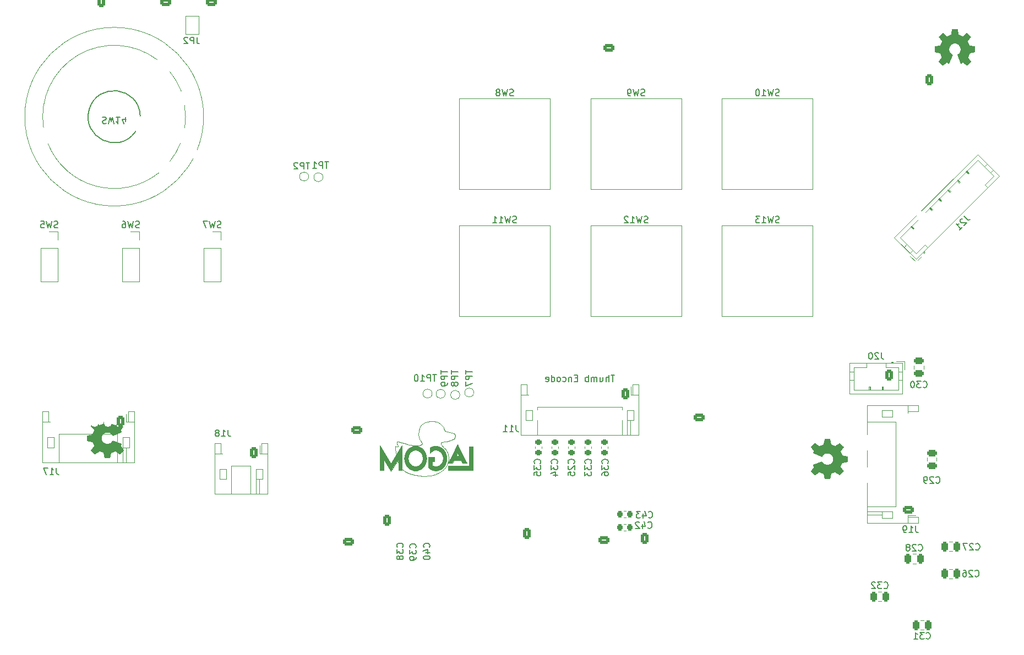
<source format=gbo>
%TF.GenerationSoftware,KiCad,Pcbnew,(6.0.9)*%
%TF.CreationDate,2022-11-09T22:31:11+01:00*%
%TF.ProjectId,libre-MIG-rounded,6c696272-652d-44d4-9947-2d726f756e64,v0.1*%
%TF.SameCoordinates,Original*%
%TF.FileFunction,Legend,Bot*%
%TF.FilePolarity,Positive*%
%FSLAX46Y46*%
G04 Gerber Fmt 4.6, Leading zero omitted, Abs format (unit mm)*
G04 Created by KiCad (PCBNEW (6.0.9)) date 2022-11-09 22:31:11*
%MOMM*%
%LPD*%
G01*
G04 APERTURE LIST*
G04 Aperture macros list*
%AMRoundRect*
0 Rectangle with rounded corners*
0 $1 Rounding radius*
0 $2 $3 $4 $5 $6 $7 $8 $9 X,Y pos of 4 corners*
0 Add a 4 corners polygon primitive as box body*
4,1,4,$2,$3,$4,$5,$6,$7,$8,$9,$2,$3,0*
0 Add four circle primitives for the rounded corners*
1,1,$1+$1,$2,$3*
1,1,$1+$1,$4,$5*
1,1,$1+$1,$6,$7*
1,1,$1+$1,$8,$9*
0 Add four rect primitives between the rounded corners*
20,1,$1+$1,$2,$3,$4,$5,0*
20,1,$1+$1,$4,$5,$6,$7,0*
20,1,$1+$1,$6,$7,$8,$9,0*
20,1,$1+$1,$8,$9,$2,$3,0*%
%AMHorizOval*
0 Thick line with rounded ends*
0 $1 width*
0 $2 $3 position (X,Y) of the first rounded end (center of the circle)*
0 $4 $5 position (X,Y) of the second rounded end (center of the circle)*
0 Add line between two ends*
20,1,$1,$2,$3,$4,$5,0*
0 Add two circle primitives to create the rounded ends*
1,1,$1,$2,$3*
1,1,$1,$4,$5*%
%AMFreePoly0*
4,1,6,1.000000,0.000000,0.500000,-0.750000,-0.500000,-0.750000,-0.500000,0.750000,0.500000,0.750000,1.000000,0.000000,1.000000,0.000000,$1*%
%AMFreePoly1*
4,1,6,0.500000,-0.750000,-0.650000,-0.750000,-0.150000,0.000000,-0.650000,0.750000,0.500000,0.750000,0.500000,-0.750000,0.500000,-0.750000,$1*%
G04 Aperture macros list end*
%ADD10C,0.100000*%
%ADD11C,0.000000*%
%ADD12C,0.150000*%
%ADD13C,0.120000*%
%ADD14C,0.200000*%
%ADD15C,3.200000*%
%ADD16C,0.500000*%
%ADD17O,3.000000X2.500000*%
%ADD18RoundRect,0.250000X0.625000X-0.350000X0.625000X0.350000X-0.625000X0.350000X-0.625000X-0.350000X0*%
%ADD19O,1.750000X1.200000*%
%ADD20C,0.650000*%
%ADD21O,1.000000X1.600000*%
%ADD22O,1.000000X2.100000*%
%ADD23RoundRect,0.250000X-0.625000X0.350000X-0.625000X-0.350000X0.625000X-0.350000X0.625000X0.350000X0*%
%ADD24O,1.500000X3.000000*%
%ADD25R,1.600000X1.600000*%
%ADD26O,1.600000X1.600000*%
%ADD27C,2.000000*%
%ADD28R,1.700000X1.700000*%
%ADD29O,1.700000X1.700000*%
%ADD30RoundRect,0.250000X-0.350000X-0.625000X0.350000X-0.625000X0.350000X0.625000X-0.350000X0.625000X0*%
%ADD31O,1.200000X1.750000*%
%ADD32C,1.500000*%
%ADD33C,1.000000*%
%ADD34C,0.750000*%
%ADD35C,1.600000*%
%ADD36C,4.000000*%
%ADD37C,3.500000*%
%ADD38R,2.200000X8.000000*%
%ADD39C,1.524000*%
%ADD40RoundRect,0.250000X0.350000X0.625000X-0.350000X0.625000X-0.350000X-0.625000X0.350000X-0.625000X0*%
%ADD41C,1.700000*%
%ADD42C,2.200000*%
%ADD43RoundRect,0.250000X0.194454X-0.689429X0.689429X-0.194454X-0.194454X0.689429X-0.689429X0.194454X0*%
%ADD44HorizOval,1.200000X-0.194454X0.194454X0.194454X-0.194454X0*%
%ADD45RoundRect,0.225000X-0.250000X0.225000X-0.250000X-0.225000X0.250000X-0.225000X0.250000X0.225000X0*%
%ADD46RoundRect,0.250000X0.250000X0.475000X-0.250000X0.475000X-0.250000X-0.475000X0.250000X-0.475000X0*%
%ADD47RoundRect,0.250000X-0.475000X0.250000X-0.475000X-0.250000X0.475000X-0.250000X0.475000X0.250000X0*%
%ADD48FreePoly0,270.000000*%
%ADD49FreePoly1,270.000000*%
%ADD50RoundRect,0.250000X-0.250000X-0.475000X0.250000X-0.475000X0.250000X0.475000X-0.250000X0.475000X0*%
%ADD51RoundRect,0.225000X-0.225000X-0.250000X0.225000X-0.250000X0.225000X0.250000X-0.225000X0.250000X0*%
G04 APERTURE END LIST*
D10*
X179353156Y-180245635D02*
X179038008Y-180176922D01*
X176611848Y-177781320D02*
X176555046Y-177544730D01*
X180247151Y-180392311D02*
X180097559Y-180376741D01*
X183495025Y-175204945D02*
X183481117Y-175213176D01*
X180463067Y-175393010D02*
X180458486Y-175373139D01*
X180857256Y-180411278D02*
X180857256Y-180411278D01*
X176775274Y-175076444D02*
X176840599Y-175089817D01*
X176368788Y-176376751D02*
X176354951Y-176168583D01*
X180240981Y-175626836D02*
X180255487Y-175617900D01*
X180102036Y-172911935D02*
X180137704Y-172837090D01*
X179926216Y-174178551D02*
X179918559Y-174098186D01*
X180043751Y-175689666D02*
X180081205Y-175684362D01*
X176746070Y-175846632D02*
X176745810Y-175817885D01*
X184158652Y-176441411D02*
X184229517Y-176557806D01*
X180460003Y-175425745D02*
X180463672Y-175410543D01*
X185468518Y-174511772D02*
X185459564Y-174531108D01*
X184571350Y-174996417D02*
X184423398Y-175035336D01*
X185302287Y-174720493D02*
X185281667Y-174735073D01*
X179668298Y-180308596D02*
X179353156Y-180245635D01*
X183273826Y-172392266D02*
X183336385Y-172445247D01*
X178797994Y-175656623D02*
X178987560Y-175678589D01*
G36*
X186635099Y-178399633D02*
G01*
X186440589Y-177999038D01*
X185368514Y-177999038D01*
X185169480Y-178399633D01*
X184500000Y-178399633D01*
X185024106Y-177339834D01*
X185694207Y-177339834D01*
X186119417Y-177339834D01*
X185906812Y-176908815D01*
X185694207Y-177339834D01*
X185024106Y-177339834D01*
X185906812Y-175554908D01*
X186783842Y-177339834D01*
X187304578Y-178399633D01*
X186635099Y-178399633D01*
G37*
X186635099Y-178399633D02*
X186440589Y-177999038D01*
X185368514Y-177999038D01*
X185169480Y-178399633D01*
X184500000Y-178399633D01*
X185024106Y-177339834D01*
X185694207Y-177339834D01*
X186119417Y-177339834D01*
X185906812Y-176908815D01*
X185694207Y-177339834D01*
X185024106Y-177339834D01*
X185906812Y-175554908D01*
X186783842Y-177339834D01*
X187304578Y-178399633D01*
X186635099Y-178399633D01*
X185459564Y-174531108D02*
X185449845Y-174550157D01*
G36*
X181107697Y-177873856D02*
G01*
X181096964Y-177968916D01*
X181082121Y-178062435D01*
X181063272Y-178154294D01*
X181040522Y-178244374D01*
X181013978Y-178332558D01*
X180983743Y-178418729D01*
X180949924Y-178502768D01*
X180912625Y-178584556D01*
X180871951Y-178663978D01*
X180828009Y-178740913D01*
X180780902Y-178815246D01*
X180730736Y-178886856D01*
X180677617Y-178955628D01*
X180621650Y-179021442D01*
X180562939Y-179084181D01*
X180501590Y-179143727D01*
X180437708Y-179199962D01*
X180371399Y-179252768D01*
X180302767Y-179302027D01*
X180231917Y-179347622D01*
X180158956Y-179389433D01*
X180083988Y-179427344D01*
X180007118Y-179461237D01*
X179928451Y-179490993D01*
X179848093Y-179516495D01*
X179766149Y-179537625D01*
X179682724Y-179554264D01*
X179597923Y-179566295D01*
X179511852Y-179573600D01*
X179424615Y-179576062D01*
X179336557Y-179573600D01*
X179249715Y-179566295D01*
X179164193Y-179554264D01*
X179080095Y-179537625D01*
X178997524Y-179516495D01*
X178916585Y-179490993D01*
X178837379Y-179461237D01*
X178760012Y-179427344D01*
X178684586Y-179389433D01*
X178611205Y-179347621D01*
X178539973Y-179302027D01*
X178470993Y-179252768D01*
X178404368Y-179199962D01*
X178340203Y-179143727D01*
X178278600Y-179084181D01*
X178219664Y-179021442D01*
X178163497Y-178955627D01*
X178110204Y-178886856D01*
X178059887Y-178815245D01*
X178012651Y-178740913D01*
X177968599Y-178663977D01*
X177927834Y-178584556D01*
X177890460Y-178502767D01*
X177856581Y-178418728D01*
X177826300Y-178332558D01*
X177799720Y-178244373D01*
X177776945Y-178154293D01*
X177758079Y-178062435D01*
X177743226Y-177968916D01*
X177732488Y-177873855D01*
X177725969Y-177777370D01*
X177723773Y-177679579D01*
X178307307Y-177679579D01*
X178308779Y-177744249D01*
X178313146Y-177807957D01*
X178320334Y-177870631D01*
X178330270Y-177932198D01*
X178342879Y-177992589D01*
X178358088Y-178051730D01*
X178375823Y-178109551D01*
X178396011Y-178165980D01*
X178418577Y-178220947D01*
X178443449Y-178274378D01*
X178470552Y-178326203D01*
X178499813Y-178376350D01*
X178531158Y-178424748D01*
X178564513Y-178471325D01*
X178599804Y-178516010D01*
X178636959Y-178558731D01*
X178675902Y-178599417D01*
X178716561Y-178637996D01*
X178758861Y-178674397D01*
X178802730Y-178708548D01*
X178848092Y-178740378D01*
X178894875Y-178769815D01*
X178943005Y-178796788D01*
X178992408Y-178821225D01*
X179043010Y-178843055D01*
X179094738Y-178862206D01*
X179147518Y-178878607D01*
X179201276Y-178892187D01*
X179255938Y-178902873D01*
X179311432Y-178910595D01*
X179367682Y-178915280D01*
X179424615Y-178916858D01*
X179482371Y-178915280D01*
X179539392Y-178910595D01*
X179595606Y-178902873D01*
X179650941Y-178892187D01*
X179705326Y-178878607D01*
X179758688Y-178862206D01*
X179810954Y-178843055D01*
X179862054Y-178821225D01*
X179911914Y-178796788D01*
X179960463Y-178769815D01*
X180007629Y-178740378D01*
X180053340Y-178708548D01*
X180097523Y-178674397D01*
X180140107Y-178637996D01*
X180181020Y-178599417D01*
X180220189Y-178558731D01*
X180257542Y-178516010D01*
X180293008Y-178471325D01*
X180326514Y-178424748D01*
X180357988Y-178376350D01*
X180387358Y-178326203D01*
X180414553Y-178274378D01*
X180439499Y-178220947D01*
X180462126Y-178165980D01*
X180482360Y-178109551D01*
X180500131Y-178051730D01*
X180515365Y-177992589D01*
X180527991Y-177932198D01*
X180537936Y-177870631D01*
X180545129Y-177807957D01*
X180549498Y-177744249D01*
X180550970Y-177679579D01*
X180549498Y-177615684D01*
X180545129Y-177552416D01*
X180537936Y-177489867D01*
X180527991Y-177428128D01*
X180515365Y-177367292D01*
X180500130Y-177307450D01*
X180482360Y-177248694D01*
X180462126Y-177191117D01*
X180439499Y-177134810D01*
X180414552Y-177079865D01*
X180387358Y-177026374D01*
X180357987Y-176974429D01*
X180326513Y-176924122D01*
X180293007Y-176875545D01*
X180257541Y-176828789D01*
X180220188Y-176783947D01*
X180181019Y-176741110D01*
X180140107Y-176700371D01*
X180097523Y-176661822D01*
X180053339Y-176625553D01*
X180007629Y-176591658D01*
X179960463Y-176560228D01*
X179911913Y-176531355D01*
X179862053Y-176505132D01*
X179810953Y-176481649D01*
X179758687Y-176460998D01*
X179705325Y-176443273D01*
X179650941Y-176428564D01*
X179595606Y-176416964D01*
X179539392Y-176408565D01*
X179482371Y-176403457D01*
X179424615Y-176401735D01*
X179367682Y-176403457D01*
X179311432Y-176408565D01*
X179255938Y-176416964D01*
X179201276Y-176428564D01*
X179147518Y-176443273D01*
X179094738Y-176460998D01*
X179043010Y-176481649D01*
X178992408Y-176505132D01*
X178943005Y-176531355D01*
X178894875Y-176560228D01*
X178848092Y-176591658D01*
X178802730Y-176625553D01*
X178758861Y-176661822D01*
X178716561Y-176700371D01*
X178675902Y-176741110D01*
X178636959Y-176783947D01*
X178599804Y-176828789D01*
X178564513Y-176875545D01*
X178531158Y-176924122D01*
X178499813Y-176974429D01*
X178470552Y-177026374D01*
X178443449Y-177079865D01*
X178418577Y-177134810D01*
X178396011Y-177191117D01*
X178375823Y-177248694D01*
X178358088Y-177307450D01*
X178342879Y-177367292D01*
X178330270Y-177428128D01*
X178320334Y-177489867D01*
X178313146Y-177552416D01*
X178308779Y-177615684D01*
X178307307Y-177679579D01*
X177723773Y-177679579D01*
X177725969Y-177580866D01*
X177732488Y-177483517D01*
X177743226Y-177387648D01*
X177758079Y-177293375D01*
X177776945Y-177200815D01*
X177799720Y-177110082D01*
X177826300Y-177021294D01*
X177856581Y-176934566D01*
X177890460Y-176850014D01*
X177927834Y-176767755D01*
X177968599Y-176687905D01*
X178012651Y-176610579D01*
X178059887Y-176535893D01*
X178110204Y-176463965D01*
X178163497Y-176394909D01*
X178219664Y-176328841D01*
X178278600Y-176265879D01*
X178340203Y-176206138D01*
X178404368Y-176149734D01*
X178470993Y-176096782D01*
X178539973Y-176047400D01*
X178611205Y-176001703D01*
X178684586Y-175959808D01*
X178760012Y-175921829D01*
X178837379Y-175887884D01*
X178916585Y-175858089D01*
X178997524Y-175832559D01*
X179080095Y-175811410D01*
X179164193Y-175794760D01*
X179249715Y-175782722D01*
X179336557Y-175775415D01*
X179424615Y-175772953D01*
X179511852Y-175775415D01*
X179597924Y-175782722D01*
X179682725Y-175794760D01*
X179766150Y-175811410D01*
X179848094Y-175832559D01*
X179928452Y-175858089D01*
X180007118Y-175887884D01*
X180083988Y-175921829D01*
X180158957Y-175959808D01*
X180231918Y-176001703D01*
X180302767Y-176047400D01*
X180371399Y-176096782D01*
X180437709Y-176149734D01*
X180501591Y-176206138D01*
X180562939Y-176265879D01*
X180621650Y-176328841D01*
X180677618Y-176394909D01*
X180730737Y-176463965D01*
X180780902Y-176535893D01*
X180828009Y-176610579D01*
X180871952Y-176687905D01*
X180912625Y-176767755D01*
X180949924Y-176850014D01*
X180983743Y-176934566D01*
X181013978Y-177021294D01*
X181040522Y-177110082D01*
X181063272Y-177200815D01*
X181082121Y-177293375D01*
X181096964Y-177387648D01*
X181107697Y-177483517D01*
X181114214Y-177580866D01*
X181116409Y-177679579D01*
X181114214Y-177777370D01*
X181107697Y-177873856D01*
G37*
X181107697Y-177873856D02*
X181096964Y-177968916D01*
X181082121Y-178062435D01*
X181063272Y-178154294D01*
X181040522Y-178244374D01*
X181013978Y-178332558D01*
X180983743Y-178418729D01*
X180949924Y-178502768D01*
X180912625Y-178584556D01*
X180871951Y-178663978D01*
X180828009Y-178740913D01*
X180780902Y-178815246D01*
X180730736Y-178886856D01*
X180677617Y-178955628D01*
X180621650Y-179021442D01*
X180562939Y-179084181D01*
X180501590Y-179143727D01*
X180437708Y-179199962D01*
X180371399Y-179252768D01*
X180302767Y-179302027D01*
X180231917Y-179347622D01*
X180158956Y-179389433D01*
X180083988Y-179427344D01*
X180007118Y-179461237D01*
X179928451Y-179490993D01*
X179848093Y-179516495D01*
X179766149Y-179537625D01*
X179682724Y-179554264D01*
X179597923Y-179566295D01*
X179511852Y-179573600D01*
X179424615Y-179576062D01*
X179336557Y-179573600D01*
X179249715Y-179566295D01*
X179164193Y-179554264D01*
X179080095Y-179537625D01*
X178997524Y-179516495D01*
X178916585Y-179490993D01*
X178837379Y-179461237D01*
X178760012Y-179427344D01*
X178684586Y-179389433D01*
X178611205Y-179347621D01*
X178539973Y-179302027D01*
X178470993Y-179252768D01*
X178404368Y-179199962D01*
X178340203Y-179143727D01*
X178278600Y-179084181D01*
X178219664Y-179021442D01*
X178163497Y-178955627D01*
X178110204Y-178886856D01*
X178059887Y-178815245D01*
X178012651Y-178740913D01*
X177968599Y-178663977D01*
X177927834Y-178584556D01*
X177890460Y-178502767D01*
X177856581Y-178418728D01*
X177826300Y-178332558D01*
X177799720Y-178244373D01*
X177776945Y-178154293D01*
X177758079Y-178062435D01*
X177743226Y-177968916D01*
X177732488Y-177873855D01*
X177725969Y-177777370D01*
X177723773Y-177679579D01*
X178307307Y-177679579D01*
X178308779Y-177744249D01*
X178313146Y-177807957D01*
X178320334Y-177870631D01*
X178330270Y-177932198D01*
X178342879Y-177992589D01*
X178358088Y-178051730D01*
X178375823Y-178109551D01*
X178396011Y-178165980D01*
X178418577Y-178220947D01*
X178443449Y-178274378D01*
X178470552Y-178326203D01*
X178499813Y-178376350D01*
X178531158Y-178424748D01*
X178564513Y-178471325D01*
X178599804Y-178516010D01*
X178636959Y-178558731D01*
X178675902Y-178599417D01*
X178716561Y-178637996D01*
X178758861Y-178674397D01*
X178802730Y-178708548D01*
X178848092Y-178740378D01*
X178894875Y-178769815D01*
X178943005Y-178796788D01*
X178992408Y-178821225D01*
X179043010Y-178843055D01*
X179094738Y-178862206D01*
X179147518Y-178878607D01*
X179201276Y-178892187D01*
X179255938Y-178902873D01*
X179311432Y-178910595D01*
X179367682Y-178915280D01*
X179424615Y-178916858D01*
X179482371Y-178915280D01*
X179539392Y-178910595D01*
X179595606Y-178902873D01*
X179650941Y-178892187D01*
X179705326Y-178878607D01*
X179758688Y-178862206D01*
X179810954Y-178843055D01*
X179862054Y-178821225D01*
X179911914Y-178796788D01*
X179960463Y-178769815D01*
X180007629Y-178740378D01*
X180053340Y-178708548D01*
X180097523Y-178674397D01*
X180140107Y-178637996D01*
X180181020Y-178599417D01*
X180220189Y-178558731D01*
X180257542Y-178516010D01*
X180293008Y-178471325D01*
X180326514Y-178424748D01*
X180357988Y-178376350D01*
X180387358Y-178326203D01*
X180414553Y-178274378D01*
X180439499Y-178220947D01*
X180462126Y-178165980D01*
X180482360Y-178109551D01*
X180500131Y-178051730D01*
X180515365Y-177992589D01*
X180527991Y-177932198D01*
X180537936Y-177870631D01*
X180545129Y-177807957D01*
X180549498Y-177744249D01*
X180550970Y-177679579D01*
X180549498Y-177615684D01*
X180545129Y-177552416D01*
X180537936Y-177489867D01*
X180527991Y-177428128D01*
X180515365Y-177367292D01*
X180500130Y-177307450D01*
X180482360Y-177248694D01*
X180462126Y-177191117D01*
X180439499Y-177134810D01*
X180414552Y-177079865D01*
X180387358Y-177026374D01*
X180357987Y-176974429D01*
X180326513Y-176924122D01*
X180293007Y-176875545D01*
X180257541Y-176828789D01*
X180220188Y-176783947D01*
X180181019Y-176741110D01*
X180140107Y-176700371D01*
X180097523Y-176661822D01*
X180053339Y-176625553D01*
X180007629Y-176591658D01*
X179960463Y-176560228D01*
X179911913Y-176531355D01*
X179862053Y-176505132D01*
X179810953Y-176481649D01*
X179758687Y-176460998D01*
X179705325Y-176443273D01*
X179650941Y-176428564D01*
X179595606Y-176416964D01*
X179539392Y-176408565D01*
X179482371Y-176403457D01*
X179424615Y-176401735D01*
X179367682Y-176403457D01*
X179311432Y-176408565D01*
X179255938Y-176416964D01*
X179201276Y-176428564D01*
X179147518Y-176443273D01*
X179094738Y-176460998D01*
X179043010Y-176481649D01*
X178992408Y-176505132D01*
X178943005Y-176531355D01*
X178894875Y-176560228D01*
X178848092Y-176591658D01*
X178802730Y-176625553D01*
X178758861Y-176661822D01*
X178716561Y-176700371D01*
X178675902Y-176741110D01*
X178636959Y-176783947D01*
X178599804Y-176828789D01*
X178564513Y-176875545D01*
X178531158Y-176924122D01*
X178499813Y-176974429D01*
X178470552Y-177026374D01*
X178443449Y-177079865D01*
X178418577Y-177134810D01*
X178396011Y-177191117D01*
X178375823Y-177248694D01*
X178358088Y-177307450D01*
X178342879Y-177367292D01*
X178330270Y-177428128D01*
X178320334Y-177489867D01*
X178313146Y-177552416D01*
X178308779Y-177615684D01*
X178307307Y-177679579D01*
X177723773Y-177679579D01*
X177725969Y-177580866D01*
X177732488Y-177483517D01*
X177743226Y-177387648D01*
X177758079Y-177293375D01*
X177776945Y-177200815D01*
X177799720Y-177110082D01*
X177826300Y-177021294D01*
X177856581Y-176934566D01*
X177890460Y-176850014D01*
X177927834Y-176767755D01*
X177968599Y-176687905D01*
X178012651Y-176610579D01*
X178059887Y-176535893D01*
X178110204Y-176463965D01*
X178163497Y-176394909D01*
X178219664Y-176328841D01*
X178278600Y-176265879D01*
X178340203Y-176206138D01*
X178404368Y-176149734D01*
X178470993Y-176096782D01*
X178539973Y-176047400D01*
X178611205Y-176001703D01*
X178684586Y-175959808D01*
X178760012Y-175921829D01*
X178837379Y-175887884D01*
X178916585Y-175858089D01*
X178997524Y-175832559D01*
X179080095Y-175811410D01*
X179164193Y-175794760D01*
X179249715Y-175782722D01*
X179336557Y-175775415D01*
X179424615Y-175772953D01*
X179511852Y-175775415D01*
X179597924Y-175782722D01*
X179682725Y-175794760D01*
X179766150Y-175811410D01*
X179848094Y-175832559D01*
X179928452Y-175858089D01*
X180007118Y-175887884D01*
X180083988Y-175921829D01*
X180158957Y-175959808D01*
X180231918Y-176001703D01*
X180302767Y-176047400D01*
X180371399Y-176096782D01*
X180437709Y-176149734D01*
X180501591Y-176206138D01*
X180562939Y-176265879D01*
X180621650Y-176328841D01*
X180677618Y-176394909D01*
X180730737Y-176463965D01*
X180780902Y-176535893D01*
X180828009Y-176610579D01*
X180871952Y-176687905D01*
X180912625Y-176767755D01*
X180949924Y-176850014D01*
X180983743Y-176934566D01*
X181013978Y-177021294D01*
X181040522Y-177110082D01*
X181063272Y-177200815D01*
X181082121Y-177293375D01*
X181096964Y-177387648D01*
X181107697Y-177483517D01*
X181114214Y-177580866D01*
X181116409Y-177679579D01*
X181114214Y-177777370D01*
X181107697Y-177873856D01*
X183380076Y-175352804D02*
X183375350Y-175367741D01*
X178880310Y-180137243D02*
X178722462Y-180092326D01*
X179988224Y-174475116D02*
X179968607Y-174404697D01*
X181933383Y-171983756D02*
X181933383Y-171983756D01*
X185281667Y-174735073D02*
X185259831Y-174749128D01*
X183370286Y-175522853D02*
X183373860Y-175531178D01*
X176459336Y-177064929D02*
X176421532Y-176828129D01*
X182833634Y-172133516D02*
X182915157Y-172168930D01*
X180142769Y-174845977D02*
X180086212Y-174732154D01*
X185357222Y-174673797D02*
X185340026Y-174689835D01*
X183889553Y-173234408D02*
X183952428Y-173384077D01*
X178406123Y-179981718D02*
X178247533Y-179913493D01*
X184481171Y-177222890D02*
X184498959Y-177324119D01*
X184515030Y-177762880D02*
X184505093Y-177864584D01*
X176741071Y-175785157D02*
X176720830Y-175709791D01*
X185512930Y-174370063D02*
X185503127Y-174411488D01*
X177448409Y-179392511D02*
X177287005Y-179243478D01*
X184518428Y-177514408D02*
X184521132Y-177602597D01*
X185259831Y-174749128D02*
X185236741Y-174762637D01*
X185534118Y-174222629D02*
X185532397Y-174243362D01*
G36*
X182633078Y-175775415D02*
G01*
X182719150Y-175782722D01*
X182803951Y-175794760D01*
X182887376Y-175811410D01*
X182969320Y-175832559D01*
X183049678Y-175858089D01*
X183128344Y-175887884D01*
X183205214Y-175921829D01*
X183280183Y-175959808D01*
X183353144Y-176001703D01*
X183423993Y-176047400D01*
X183492625Y-176096782D01*
X183558935Y-176149734D01*
X183622817Y-176206138D01*
X183684166Y-176265879D01*
X183742876Y-176328841D01*
X183798844Y-176394909D01*
X183851963Y-176463965D01*
X183902128Y-176535893D01*
X183949235Y-176610579D01*
X183993178Y-176687905D01*
X184033851Y-176767755D01*
X184071150Y-176850014D01*
X184104969Y-176934566D01*
X184135204Y-177021294D01*
X184161748Y-177110082D01*
X184184498Y-177200815D01*
X184203347Y-177293375D01*
X184218190Y-177387648D01*
X184228923Y-177483517D01*
X184235440Y-177580866D01*
X184237635Y-177679579D01*
X184235440Y-177777370D01*
X184228923Y-177873856D01*
X184218190Y-177968916D01*
X184203347Y-178062435D01*
X184184498Y-178154294D01*
X184161748Y-178244374D01*
X184135204Y-178332558D01*
X184104969Y-178418729D01*
X184071150Y-178502768D01*
X184033851Y-178584556D01*
X183993177Y-178663978D01*
X183949235Y-178740913D01*
X183902128Y-178815246D01*
X183851963Y-178886856D01*
X183798843Y-178955628D01*
X183742876Y-179021442D01*
X183684165Y-179084181D01*
X183622816Y-179143727D01*
X183558934Y-179199962D01*
X183492625Y-179252768D01*
X183423993Y-179302027D01*
X183353144Y-179347622D01*
X183280182Y-179389433D01*
X183205214Y-179427344D01*
X183128344Y-179461237D01*
X183049677Y-179490993D01*
X182969319Y-179516495D01*
X182887375Y-179537625D01*
X182803950Y-179554264D01*
X182719150Y-179566295D01*
X182633078Y-179573600D01*
X182545842Y-179576062D01*
X182464909Y-179573997D01*
X182385009Y-179567861D01*
X182306223Y-179557744D01*
X182228630Y-179543735D01*
X182152309Y-179525923D01*
X182077340Y-179504397D01*
X182003802Y-179479246D01*
X181931775Y-179450559D01*
X181861338Y-179418426D01*
X181792571Y-179382935D01*
X181725553Y-179344176D01*
X181660364Y-179302238D01*
X181597083Y-179257209D01*
X181535791Y-179209180D01*
X181476565Y-179158239D01*
X181419487Y-179104475D01*
X181419487Y-177497029D01*
X182382995Y-177497029D01*
X182382994Y-178161305D01*
X182007542Y-178161305D01*
X182007542Y-178764732D01*
X182038287Y-178782318D01*
X182069449Y-178798930D01*
X182101022Y-178814548D01*
X182132999Y-178829147D01*
X182165373Y-178842707D01*
X182198139Y-178855205D01*
X182231289Y-178866618D01*
X182264817Y-178876924D01*
X182298716Y-178886102D01*
X182332979Y-178894128D01*
X182367600Y-178900980D01*
X182402572Y-178906637D01*
X182437889Y-178911075D01*
X182473544Y-178914273D01*
X182509531Y-178916208D01*
X182545842Y-178916858D01*
X182603597Y-178915280D01*
X182660618Y-178910595D01*
X182716832Y-178902873D01*
X182772168Y-178892187D01*
X182826552Y-178878607D01*
X182879914Y-178862206D01*
X182932180Y-178843055D01*
X182983280Y-178821225D01*
X183033140Y-178796788D01*
X183081689Y-178769815D01*
X183128855Y-178740378D01*
X183174566Y-178708548D01*
X183218749Y-178674397D01*
X183261333Y-178637996D01*
X183302246Y-178599417D01*
X183341415Y-178558731D01*
X183378768Y-178516010D01*
X183414234Y-178471325D01*
X183447740Y-178424748D01*
X183479214Y-178376350D01*
X183508584Y-178326203D01*
X183535779Y-178274378D01*
X183560725Y-178220947D01*
X183583352Y-178165980D01*
X183603586Y-178109551D01*
X183621357Y-178051730D01*
X183636591Y-177992589D01*
X183649217Y-177932198D01*
X183659162Y-177870631D01*
X183666355Y-177807957D01*
X183670724Y-177744249D01*
X183672197Y-177679579D01*
X183670724Y-177615684D01*
X183666355Y-177552416D01*
X183659162Y-177489867D01*
X183649217Y-177428128D01*
X183636591Y-177367292D01*
X183621357Y-177307450D01*
X183603586Y-177248694D01*
X183583352Y-177191117D01*
X183560725Y-177134810D01*
X183535779Y-177079865D01*
X183508584Y-177026374D01*
X183479214Y-176974429D01*
X183447739Y-176924122D01*
X183414233Y-176875545D01*
X183378768Y-176828789D01*
X183341414Y-176783947D01*
X183302245Y-176741110D01*
X183261333Y-176700371D01*
X183218749Y-176661822D01*
X183174565Y-176625553D01*
X183128855Y-176591658D01*
X183081689Y-176560228D01*
X183033139Y-176531355D01*
X182983279Y-176505132D01*
X182932180Y-176481649D01*
X182879913Y-176460998D01*
X182826552Y-176443273D01*
X182772167Y-176428564D01*
X182716832Y-176416964D01*
X182660618Y-176408565D01*
X182603597Y-176403457D01*
X182545842Y-176401735D01*
X182482668Y-176403853D01*
X182420429Y-176410123D01*
X182359210Y-176420420D01*
X182299098Y-176434616D01*
X182240179Y-176452585D01*
X182182538Y-176474201D01*
X182126263Y-176499339D01*
X182071438Y-176527871D01*
X182018151Y-176559671D01*
X181966487Y-176594613D01*
X181916533Y-176632571D01*
X181868375Y-176673419D01*
X181822098Y-176717030D01*
X181777790Y-176763278D01*
X181735535Y-176812036D01*
X181695421Y-176863179D01*
X181695421Y-176026495D01*
X181742592Y-175996907D01*
X181790777Y-175969012D01*
X181839929Y-175942841D01*
X181890002Y-175918423D01*
X181940950Y-175895787D01*
X181992726Y-175874964D01*
X182045285Y-175855983D01*
X182098578Y-175838874D01*
X182152561Y-175823667D01*
X182207187Y-175810391D01*
X182262409Y-175799075D01*
X182318181Y-175789751D01*
X182374457Y-175782446D01*
X182431189Y-175777192D01*
X182488333Y-175774018D01*
X182545842Y-175772953D01*
X182633078Y-175775415D01*
G37*
X182633078Y-175775415D02*
X182719150Y-175782722D01*
X182803951Y-175794760D01*
X182887376Y-175811410D01*
X182969320Y-175832559D01*
X183049678Y-175858089D01*
X183128344Y-175887884D01*
X183205214Y-175921829D01*
X183280183Y-175959808D01*
X183353144Y-176001703D01*
X183423993Y-176047400D01*
X183492625Y-176096782D01*
X183558935Y-176149734D01*
X183622817Y-176206138D01*
X183684166Y-176265879D01*
X183742876Y-176328841D01*
X183798844Y-176394909D01*
X183851963Y-176463965D01*
X183902128Y-176535893D01*
X183949235Y-176610579D01*
X183993178Y-176687905D01*
X184033851Y-176767755D01*
X184071150Y-176850014D01*
X184104969Y-176934566D01*
X184135204Y-177021294D01*
X184161748Y-177110082D01*
X184184498Y-177200815D01*
X184203347Y-177293375D01*
X184218190Y-177387648D01*
X184228923Y-177483517D01*
X184235440Y-177580866D01*
X184237635Y-177679579D01*
X184235440Y-177777370D01*
X184228923Y-177873856D01*
X184218190Y-177968916D01*
X184203347Y-178062435D01*
X184184498Y-178154294D01*
X184161748Y-178244374D01*
X184135204Y-178332558D01*
X184104969Y-178418729D01*
X184071150Y-178502768D01*
X184033851Y-178584556D01*
X183993177Y-178663978D01*
X183949235Y-178740913D01*
X183902128Y-178815246D01*
X183851963Y-178886856D01*
X183798843Y-178955628D01*
X183742876Y-179021442D01*
X183684165Y-179084181D01*
X183622816Y-179143727D01*
X183558934Y-179199962D01*
X183492625Y-179252768D01*
X183423993Y-179302027D01*
X183353144Y-179347622D01*
X183280182Y-179389433D01*
X183205214Y-179427344D01*
X183128344Y-179461237D01*
X183049677Y-179490993D01*
X182969319Y-179516495D01*
X182887375Y-179537625D01*
X182803950Y-179554264D01*
X182719150Y-179566295D01*
X182633078Y-179573600D01*
X182545842Y-179576062D01*
X182464909Y-179573997D01*
X182385009Y-179567861D01*
X182306223Y-179557744D01*
X182228630Y-179543735D01*
X182152309Y-179525923D01*
X182077340Y-179504397D01*
X182003802Y-179479246D01*
X181931775Y-179450559D01*
X181861338Y-179418426D01*
X181792571Y-179382935D01*
X181725553Y-179344176D01*
X181660364Y-179302238D01*
X181597083Y-179257209D01*
X181535791Y-179209180D01*
X181476565Y-179158239D01*
X181419487Y-179104475D01*
X181419487Y-177497029D01*
X182382995Y-177497029D01*
X182382994Y-178161305D01*
X182007542Y-178161305D01*
X182007542Y-178764732D01*
X182038287Y-178782318D01*
X182069449Y-178798930D01*
X182101022Y-178814548D01*
X182132999Y-178829147D01*
X182165373Y-178842707D01*
X182198139Y-178855205D01*
X182231289Y-178866618D01*
X182264817Y-178876924D01*
X182298716Y-178886102D01*
X182332979Y-178894128D01*
X182367600Y-178900980D01*
X182402572Y-178906637D01*
X182437889Y-178911075D01*
X182473544Y-178914273D01*
X182509531Y-178916208D01*
X182545842Y-178916858D01*
X182603597Y-178915280D01*
X182660618Y-178910595D01*
X182716832Y-178902873D01*
X182772168Y-178892187D01*
X182826552Y-178878607D01*
X182879914Y-178862206D01*
X182932180Y-178843055D01*
X182983280Y-178821225D01*
X183033140Y-178796788D01*
X183081689Y-178769815D01*
X183128855Y-178740378D01*
X183174566Y-178708548D01*
X183218749Y-178674397D01*
X183261333Y-178637996D01*
X183302246Y-178599417D01*
X183341415Y-178558731D01*
X183378768Y-178516010D01*
X183414234Y-178471325D01*
X183447740Y-178424748D01*
X183479214Y-178376350D01*
X183508584Y-178326203D01*
X183535779Y-178274378D01*
X183560725Y-178220947D01*
X183583352Y-178165980D01*
X183603586Y-178109551D01*
X183621357Y-178051730D01*
X183636591Y-177992589D01*
X183649217Y-177932198D01*
X183659162Y-177870631D01*
X183666355Y-177807957D01*
X183670724Y-177744249D01*
X183672197Y-177679579D01*
X183670724Y-177615684D01*
X183666355Y-177552416D01*
X183659162Y-177489867D01*
X183649217Y-177428128D01*
X183636591Y-177367292D01*
X183621357Y-177307450D01*
X183603586Y-177248694D01*
X183583352Y-177191117D01*
X183560725Y-177134810D01*
X183535779Y-177079865D01*
X183508584Y-177026374D01*
X183479214Y-176974429D01*
X183447739Y-176924122D01*
X183414233Y-176875545D01*
X183378768Y-176828789D01*
X183341414Y-176783947D01*
X183302245Y-176741110D01*
X183261333Y-176700371D01*
X183218749Y-176661822D01*
X183174565Y-176625553D01*
X183128855Y-176591658D01*
X183081689Y-176560228D01*
X183033139Y-176531355D01*
X182983279Y-176505132D01*
X182932180Y-176481649D01*
X182879913Y-176460998D01*
X182826552Y-176443273D01*
X182772167Y-176428564D01*
X182716832Y-176416964D01*
X182660618Y-176408565D01*
X182603597Y-176403457D01*
X182545842Y-176401735D01*
X182482668Y-176403853D01*
X182420429Y-176410123D01*
X182359210Y-176420420D01*
X182299098Y-176434616D01*
X182240179Y-176452585D01*
X182182538Y-176474201D01*
X182126263Y-176499339D01*
X182071438Y-176527871D01*
X182018151Y-176559671D01*
X181966487Y-176594613D01*
X181916533Y-176632571D01*
X181868375Y-176673419D01*
X181822098Y-176717030D01*
X181777790Y-176763278D01*
X181735535Y-176812036D01*
X181695421Y-176863179D01*
X181695421Y-176026495D01*
X181742592Y-175996907D01*
X181790777Y-175969012D01*
X181839929Y-175942841D01*
X181890002Y-175918423D01*
X181940950Y-175895787D01*
X181992726Y-175874964D01*
X182045285Y-175855983D01*
X182098578Y-175838874D01*
X182152561Y-175823667D01*
X182207187Y-175810391D01*
X182262409Y-175799075D01*
X182318181Y-175789751D01*
X182374457Y-175782446D01*
X182431189Y-175777192D01*
X182488333Y-175774018D01*
X182545842Y-175772953D01*
X182633078Y-175775415D01*
X176555046Y-177544730D02*
X176504025Y-177304865D01*
X181782294Y-180337389D02*
X181559019Y-180365987D01*
X183481117Y-175213176D02*
X183468029Y-175222435D01*
X180715975Y-172250933D02*
X180815104Y-172201295D01*
X180181161Y-175656506D02*
X180196474Y-175649971D01*
X182160983Y-171988248D02*
X182268617Y-171997065D01*
X179937307Y-174256420D02*
X179926216Y-174178551D01*
X183541779Y-175187277D02*
X183525346Y-175191910D01*
X180298632Y-175587217D02*
X180327526Y-175563389D01*
X185524148Y-174109099D02*
X185527932Y-174126686D01*
X183160917Y-179824568D02*
X183069852Y-179877226D01*
X183929710Y-179217569D02*
X183866192Y-179285092D01*
X176355107Y-175803314D02*
X176436440Y-175842335D01*
X185340026Y-174689835D02*
X185321727Y-174705407D01*
X176594503Y-175350746D02*
X176584648Y-175307775D01*
X182915157Y-172168930D02*
X182993299Y-172207608D01*
X183378002Y-175538398D02*
X183382701Y-175544426D01*
X177647271Y-175361324D02*
X178017705Y-175477906D01*
X176840599Y-175089817D02*
X177039903Y-175151685D01*
X184268735Y-175070787D02*
X184105608Y-175102533D01*
X185508760Y-174059687D02*
X185514503Y-174075591D01*
G36*
X188286182Y-179500000D02*
G01*
X184500000Y-179500000D01*
X184500000Y-178840793D01*
X187698125Y-178840793D01*
X187698125Y-175849015D01*
X188286182Y-175849015D01*
X188286182Y-179500000D01*
G37*
X188286182Y-179500000D02*
X184500000Y-179500000D01*
X184500000Y-178840793D01*
X187698125Y-178840793D01*
X187698125Y-175849015D01*
X188286182Y-175849015D01*
X188286182Y-179500000D01*
X183375350Y-175367741D02*
X183371323Y-175382681D01*
X184438619Y-178254270D02*
X184414119Y-178347784D01*
X178211378Y-175532315D02*
X178407551Y-175581537D01*
X180165538Y-175662476D02*
X180181161Y-175656506D01*
X176885825Y-178630834D02*
X176811420Y-178439392D01*
X177929266Y-179744871D02*
X177769491Y-179641940D01*
D11*
G36*
X262793826Y-111568014D02*
G01*
X262795971Y-111568132D01*
X262798046Y-111568328D01*
X262800051Y-111568603D01*
X262801985Y-111568956D01*
X262803849Y-111569388D01*
X262805643Y-111569898D01*
X262807366Y-111570486D01*
X262809019Y-111571154D01*
X262810601Y-111571899D01*
X262812113Y-111572724D01*
X262813555Y-111573626D01*
X262814927Y-111574607D01*
X262816228Y-111575667D01*
X262817459Y-111576805D01*
X262818619Y-111578022D01*
X262819709Y-111579317D01*
X262820729Y-111580690D01*
X262821678Y-111582142D01*
X262822557Y-111583673D01*
X262823366Y-111585282D01*
X262824105Y-111586969D01*
X262824773Y-111588735D01*
X262825370Y-111590579D01*
X262825898Y-111592502D01*
X262826355Y-111594503D01*
X262826742Y-111596583D01*
X262827058Y-111598741D01*
X262827480Y-111603293D01*
X262827621Y-111608159D01*
X262978862Y-112404656D01*
X262978897Y-112407128D01*
X262979003Y-112409522D01*
X262979179Y-112411837D01*
X262979425Y-112414073D01*
X262979741Y-112416232D01*
X262980128Y-112418311D01*
X262980585Y-112420313D01*
X262981113Y-112422235D01*
X262981711Y-112424080D01*
X262982379Y-112425846D01*
X262983117Y-112427533D01*
X262983926Y-112429142D01*
X262984806Y-112430672D01*
X262985755Y-112432124D01*
X262986775Y-112433498D01*
X262987865Y-112434793D01*
X262989026Y-112436010D01*
X262990257Y-112437148D01*
X262991558Y-112438207D01*
X262992929Y-112439188D01*
X262994371Y-112440091D01*
X262995883Y-112440915D01*
X262997466Y-112441661D01*
X262999119Y-112442328D01*
X263000842Y-112442917D01*
X263002635Y-112443427D01*
X263004499Y-112443859D01*
X263006433Y-112444212D01*
X263008438Y-112444487D01*
X263010512Y-112444683D01*
X263012657Y-112444801D01*
X263014873Y-112444840D01*
X263540614Y-112671368D01*
X263598228Y-112671368D01*
X264253604Y-112196393D01*
X264258036Y-112196464D01*
X264262326Y-112196678D01*
X264266476Y-112197035D01*
X264270486Y-112197534D01*
X264274354Y-112198176D01*
X264278082Y-112198961D01*
X264281669Y-112199889D01*
X264285115Y-112200959D01*
X264288421Y-112202172D01*
X264291586Y-112203527D01*
X264294610Y-112205026D01*
X264297494Y-112206667D01*
X264300236Y-112208450D01*
X264302838Y-112210377D01*
X264305300Y-112212446D01*
X264307620Y-112214657D01*
X264872974Y-112766358D01*
X264872974Y-112824818D01*
X264422855Y-113489785D01*
X264422855Y-113548245D01*
X264646114Y-114099946D01*
X264650558Y-114104370D01*
X264654891Y-114108510D01*
X264659110Y-114112363D01*
X264663218Y-114115932D01*
X264667212Y-114119214D01*
X264671094Y-114122212D01*
X264674864Y-114124923D01*
X264678521Y-114127349D01*
X264682065Y-114129490D01*
X264685497Y-114131345D01*
X264688817Y-114132915D01*
X264692024Y-114134200D01*
X264695118Y-114135198D01*
X264698100Y-114135912D01*
X264700970Y-114136340D01*
X264702362Y-114136447D01*
X264703727Y-114136483D01*
X265452728Y-114268014D01*
X265454943Y-114268053D01*
X265457088Y-114268171D01*
X265459163Y-114268367D01*
X265461167Y-114268642D01*
X265463101Y-114268995D01*
X265464965Y-114269427D01*
X265466758Y-114269937D01*
X265468481Y-114270526D01*
X265470134Y-114271193D01*
X265471716Y-114271939D01*
X265473228Y-114272763D01*
X265474670Y-114273666D01*
X265476041Y-114274647D01*
X265477342Y-114275707D01*
X265478573Y-114276845D01*
X265479733Y-114278062D01*
X265480823Y-114279357D01*
X265481843Y-114280731D01*
X265482792Y-114282183D01*
X265483671Y-114283714D01*
X265484480Y-114285324D01*
X265485218Y-114287012D01*
X265485886Y-114288778D01*
X265486484Y-114290623D01*
X265487012Y-114292546D01*
X265487469Y-114294548D01*
X265487855Y-114296629D01*
X265488172Y-114298788D01*
X265488594Y-114303341D01*
X265488734Y-114308209D01*
X265488734Y-115104706D01*
X265488699Y-115107178D01*
X265488594Y-115109572D01*
X265488418Y-115111887D01*
X265488172Y-115114124D01*
X265487855Y-115116282D01*
X265487469Y-115118362D01*
X265487012Y-115120363D01*
X265486484Y-115122286D01*
X265485886Y-115124130D01*
X265485218Y-115125896D01*
X265484480Y-115127583D01*
X265483671Y-115129192D01*
X265482792Y-115130723D01*
X265481843Y-115132175D01*
X265480823Y-115133548D01*
X265479733Y-115134843D01*
X265478573Y-115136060D01*
X265477342Y-115137198D01*
X265476041Y-115138258D01*
X265474670Y-115139239D01*
X265473228Y-115140141D01*
X265471716Y-115140966D01*
X265470134Y-115141711D01*
X265468481Y-115142379D01*
X265466758Y-115142967D01*
X265464965Y-115143477D01*
X265463101Y-115143909D01*
X265461167Y-115144262D01*
X265459163Y-115144537D01*
X265457088Y-115144733D01*
X265454943Y-115144851D01*
X265452728Y-115144890D01*
X264721732Y-115298348D01*
X264719517Y-115298384D01*
X264717371Y-115298491D01*
X264715296Y-115298669D01*
X264713292Y-115298919D01*
X264711357Y-115299240D01*
X264709493Y-115299632D01*
X264707700Y-115300096D01*
X264705977Y-115300631D01*
X264704324Y-115301238D01*
X264702741Y-115301916D01*
X264701229Y-115302665D01*
X264699787Y-115303485D01*
X264698416Y-115304377D01*
X264697115Y-115305341D01*
X264695884Y-115306375D01*
X264694723Y-115307481D01*
X264693633Y-115308659D01*
X264692613Y-115309908D01*
X264691664Y-115311228D01*
X264690785Y-115312619D01*
X264689976Y-115314082D01*
X264689238Y-115315616D01*
X264688570Y-115317222D01*
X264687972Y-115318899D01*
X264687444Y-115320648D01*
X264686987Y-115322467D01*
X264686601Y-115324358D01*
X264686284Y-115326321D01*
X264686038Y-115328355D01*
X264685862Y-115330460D01*
X264685722Y-115334885D01*
X264440860Y-115923119D01*
X264440860Y-115981576D01*
X264872970Y-116610009D01*
X264872970Y-116646546D01*
X264307620Y-117216515D01*
X264306041Y-117218284D01*
X264304455Y-117219940D01*
X264302862Y-117221481D01*
X264301261Y-117222908D01*
X264299654Y-117224220D01*
X264298040Y-117225419D01*
X264296418Y-117226503D01*
X264294790Y-117227474D01*
X264293155Y-117228330D01*
X264291512Y-117229072D01*
X264289863Y-117229699D01*
X264288206Y-117230213D01*
X264286543Y-117230613D01*
X264284873Y-117230898D01*
X264283195Y-117231069D01*
X264281511Y-117231126D01*
X264279819Y-117231069D01*
X264278120Y-117230898D01*
X264276415Y-117230613D01*
X264274702Y-117230213D01*
X264272983Y-117229699D01*
X264271256Y-117229072D01*
X264269523Y-117228330D01*
X264267782Y-117227474D01*
X264266034Y-117226503D01*
X264264280Y-117225419D01*
X264262518Y-117224220D01*
X264260749Y-117222908D01*
X264258973Y-117221481D01*
X264257191Y-117219940D01*
X264255401Y-117218284D01*
X264253604Y-117216515D01*
X263652244Y-116800000D01*
X263598235Y-116800000D01*
X263335384Y-116949799D01*
X263330516Y-116949728D01*
X263325818Y-116949514D01*
X263321288Y-116949157D01*
X263316927Y-116948657D01*
X263312735Y-116948015D01*
X263308712Y-116947229D01*
X263304858Y-116946302D01*
X263301172Y-116945231D01*
X263297655Y-116944018D01*
X263294307Y-116942662D01*
X263291128Y-116941163D01*
X263288118Y-116939522D01*
X263285277Y-116937738D01*
X263282605Y-116935812D01*
X263280101Y-116933742D01*
X263277766Y-116931531D01*
X262734023Y-115583333D01*
X262734108Y-115578394D01*
X262734361Y-115573627D01*
X262734783Y-115569031D01*
X262735373Y-115564607D01*
X262736132Y-115560353D01*
X262737060Y-115556271D01*
X262738157Y-115552360D01*
X262739423Y-115548621D01*
X262740857Y-115545053D01*
X262742461Y-115541656D01*
X262744233Y-115538430D01*
X262746174Y-115535376D01*
X262748283Y-115532493D01*
X262750562Y-115529781D01*
X262753010Y-115527241D01*
X262755626Y-115524872D01*
X262827644Y-115488335D01*
X262842044Y-115477372D01*
X262845587Y-115473717D01*
X262849018Y-115470063D01*
X262852336Y-115466408D01*
X262855543Y-115462755D01*
X262858637Y-115459101D01*
X262861619Y-115455448D01*
X262864490Y-115451796D01*
X262867248Y-115448144D01*
X262914777Y-115417060D01*
X262959241Y-115384092D01*
X263000638Y-115349240D01*
X263038968Y-115312505D01*
X263074232Y-115273885D01*
X263106429Y-115233381D01*
X263135560Y-115190993D01*
X263161625Y-115146721D01*
X263184623Y-115100566D01*
X263204554Y-115052526D01*
X263221420Y-115002602D01*
X263235218Y-114950794D01*
X263245951Y-114897103D01*
X263253617Y-114841527D01*
X263258216Y-114784068D01*
X263259750Y-114724724D01*
X263258765Y-114679025D01*
X263255811Y-114634182D01*
X263250888Y-114590195D01*
X263243995Y-114547065D01*
X263235134Y-114504791D01*
X263224302Y-114463373D01*
X263211502Y-114422812D01*
X263196732Y-114383107D01*
X263179993Y-114344258D01*
X263161285Y-114306266D01*
X263140607Y-114269130D01*
X263117960Y-114232850D01*
X263093344Y-114197427D01*
X263066758Y-114162860D01*
X263038203Y-114129149D01*
X263007678Y-114096295D01*
X262975340Y-114064439D01*
X262942243Y-114034638D01*
X262908386Y-114006892D01*
X262873769Y-113981202D01*
X262838393Y-113957567D01*
X262802258Y-113935988D01*
X262765362Y-113916464D01*
X262727708Y-113898995D01*
X262689293Y-113883581D01*
X262650119Y-113870222D01*
X262610185Y-113858919D01*
X262569492Y-113849671D01*
X262528038Y-113842478D01*
X262485825Y-113837340D01*
X262442852Y-113834257D01*
X262399120Y-113833230D01*
X262353671Y-113834257D01*
X262309151Y-113837340D01*
X262265559Y-113842478D01*
X262222896Y-113849671D01*
X262181161Y-113858919D01*
X262140354Y-113870222D01*
X262100476Y-113883581D01*
X262061527Y-113898995D01*
X262023506Y-113916464D01*
X261986413Y-113935988D01*
X261950249Y-113957567D01*
X261915014Y-113981202D01*
X261880706Y-114006892D01*
X261847327Y-114034638D01*
X261814877Y-114064439D01*
X261783355Y-114096295D01*
X261753268Y-114129149D01*
X261725122Y-114162860D01*
X261698916Y-114197427D01*
X261674653Y-114232850D01*
X261652330Y-114269130D01*
X261631948Y-114306266D01*
X261613507Y-114344258D01*
X261597008Y-114383107D01*
X261582450Y-114422812D01*
X261569832Y-114463373D01*
X261559156Y-114504791D01*
X261550421Y-114547065D01*
X261543627Y-114590195D01*
X261538775Y-114634182D01*
X261535863Y-114679025D01*
X261534892Y-114724724D01*
X261536440Y-114784067D01*
X261538374Y-114813032D01*
X261541081Y-114841526D01*
X261544563Y-114869549D01*
X261548818Y-114897101D01*
X261553846Y-114924182D01*
X261559649Y-114950792D01*
X261566225Y-114976931D01*
X261573574Y-115002600D01*
X261581698Y-115027797D01*
X261590594Y-115052523D01*
X261600265Y-115076778D01*
X261610709Y-115100563D01*
X261621927Y-115123876D01*
X261633918Y-115146719D01*
X261646684Y-115169090D01*
X261660222Y-115190990D01*
X261674535Y-115212420D01*
X261689621Y-115233378D01*
X261705481Y-115253866D01*
X261722114Y-115273882D01*
X261739521Y-115293428D01*
X261757702Y-115312503D01*
X261776656Y-115331106D01*
X261796384Y-115349239D01*
X261816886Y-115366900D01*
X261838161Y-115384091D01*
X261860210Y-115400811D01*
X261883033Y-115417059D01*
X261906629Y-115432837D01*
X261930999Y-115448144D01*
X261934542Y-115451798D01*
X261937973Y-115455453D01*
X261941291Y-115459107D01*
X261944498Y-115462761D01*
X261947592Y-115466414D01*
X261950574Y-115470067D01*
X261953444Y-115473719D01*
X261956203Y-115477372D01*
X261967010Y-115488335D01*
X262042628Y-115524872D01*
X262044808Y-115527241D01*
X262046848Y-115529781D01*
X262048747Y-115532493D01*
X262050505Y-115535375D01*
X262052122Y-115538429D01*
X262053599Y-115541655D01*
X262054936Y-115545051D01*
X262056132Y-115548619D01*
X262057187Y-115552359D01*
X262058101Y-115556269D01*
X262058875Y-115560352D01*
X262059508Y-115564605D01*
X262060001Y-115569030D01*
X262060352Y-115573626D01*
X262060563Y-115578394D01*
X262060634Y-115583333D01*
X261498885Y-116931531D01*
X261498847Y-116932654D01*
X261498731Y-116933742D01*
X261498537Y-116934795D01*
X261498266Y-116935812D01*
X261497918Y-116936793D01*
X261497493Y-116937738D01*
X261496990Y-116938648D01*
X261496410Y-116939522D01*
X261495752Y-116940360D01*
X261495017Y-116941163D01*
X261493315Y-116942662D01*
X261491303Y-116944018D01*
X261488982Y-116945231D01*
X261486352Y-116946302D01*
X261483412Y-116947229D01*
X261480162Y-116948015D01*
X261476603Y-116948657D01*
X261472734Y-116949157D01*
X261468555Y-116949514D01*
X261464067Y-116949728D01*
X261459270Y-116949799D01*
X261200000Y-116800000D01*
X261142383Y-116800000D01*
X260541030Y-117216527D01*
X260539451Y-117218296D01*
X260537864Y-117219951D01*
X260536270Y-117221492D01*
X260534670Y-117222919D01*
X260533062Y-117224232D01*
X260531448Y-117225430D01*
X260529826Y-117226515D01*
X260528198Y-117227485D01*
X260526562Y-117228341D01*
X260524920Y-117229083D01*
X260523270Y-117229711D01*
X260521614Y-117230225D01*
X260519950Y-117230624D01*
X260518280Y-117230910D01*
X260516602Y-117231081D01*
X260514918Y-117231138D01*
X260513226Y-117231081D01*
X260511528Y-117230910D01*
X260509822Y-117230624D01*
X260508110Y-117230225D01*
X260506390Y-117229711D01*
X260504664Y-117229083D01*
X260502930Y-117228341D01*
X260501190Y-117227485D01*
X260499442Y-117226515D01*
X260497688Y-117225430D01*
X260495926Y-117224232D01*
X260494158Y-117222919D01*
X260492382Y-117221492D01*
X260490600Y-117219951D01*
X260488810Y-117218296D01*
X260487014Y-117216527D01*
X259925265Y-116646557D01*
X259925265Y-116610020D01*
X260353774Y-115981587D01*
X260353774Y-115923131D01*
X260112510Y-115334889D01*
X260112471Y-115332641D01*
X260112355Y-115330464D01*
X260112162Y-115328359D01*
X260111891Y-115326325D01*
X260111543Y-115324362D01*
X260111117Y-115322471D01*
X260110615Y-115320651D01*
X260110034Y-115318903D01*
X260109377Y-115317226D01*
X260108642Y-115315620D01*
X260107829Y-115314086D01*
X260106940Y-115312623D01*
X260105973Y-115311232D01*
X260104928Y-115309911D01*
X260103806Y-115308663D01*
X260102607Y-115307485D01*
X260101330Y-115306379D01*
X260099976Y-115305344D01*
X260098545Y-115304381D01*
X260097036Y-115303489D01*
X260095450Y-115302669D01*
X260093786Y-115301919D01*
X260092046Y-115301242D01*
X260090227Y-115300635D01*
X260088331Y-115300100D01*
X260086358Y-115299636D01*
X260084308Y-115299244D01*
X260082180Y-115298923D01*
X260077692Y-115298495D01*
X260072894Y-115298352D01*
X259341903Y-115144894D01*
X259339687Y-115144855D01*
X259337542Y-115144737D01*
X259335467Y-115144541D01*
X259333462Y-115144266D01*
X259331528Y-115143913D01*
X259329664Y-115143482D01*
X259327870Y-115142971D01*
X259326147Y-115142383D01*
X259324494Y-115141716D01*
X259322912Y-115140970D01*
X259321400Y-115140146D01*
X259319958Y-115139244D01*
X259318586Y-115138263D01*
X259317285Y-115137203D01*
X259316054Y-115136065D01*
X259314894Y-115134849D01*
X259313804Y-115133554D01*
X259312784Y-115132180D01*
X259311835Y-115130728D01*
X259310956Y-115129198D01*
X259310147Y-115127589D01*
X259309408Y-115125902D01*
X259308740Y-115124136D01*
X259308142Y-115122291D01*
X259307615Y-115120368D01*
X259307158Y-115118367D01*
X259306771Y-115116287D01*
X259306455Y-115114129D01*
X259306033Y-115109576D01*
X259305892Y-115104710D01*
X259305892Y-114308217D01*
X259305927Y-114305743D01*
X259306033Y-114303348D01*
X259306209Y-114301032D01*
X259306455Y-114298794D01*
X259306771Y-114296635D01*
X259307158Y-114294554D01*
X259307615Y-114292552D01*
X259308142Y-114290628D01*
X259308740Y-114288783D01*
X259309408Y-114287017D01*
X259310147Y-114285329D01*
X259310956Y-114283719D01*
X259311835Y-114282188D01*
X259312784Y-114280736D01*
X259313804Y-114279362D01*
X259314894Y-114278066D01*
X259316054Y-114276849D01*
X259317285Y-114275711D01*
X259318586Y-114274651D01*
X259319958Y-114273670D01*
X259321400Y-114272767D01*
X259322912Y-114271943D01*
X259324494Y-114271197D01*
X259326147Y-114270529D01*
X259327870Y-114269941D01*
X259329664Y-114269430D01*
X259331528Y-114268999D01*
X259333462Y-114268645D01*
X259335467Y-114268371D01*
X259337542Y-114268174D01*
X259339687Y-114268057D01*
X259341903Y-114268017D01*
X260090884Y-114136483D01*
X260093322Y-114136447D01*
X260095682Y-114136340D01*
X260097965Y-114136162D01*
X260100170Y-114135912D01*
X260102298Y-114135591D01*
X260104348Y-114135198D01*
X260106322Y-114134735D01*
X260108217Y-114134200D01*
X260110036Y-114133593D01*
X260111777Y-114132915D01*
X260113440Y-114132166D01*
X260115026Y-114131345D01*
X260116535Y-114130453D01*
X260117966Y-114129490D01*
X260119320Y-114128455D01*
X260120597Y-114127349D01*
X260121796Y-114126172D01*
X260122918Y-114124923D01*
X260123963Y-114123603D01*
X260124930Y-114122212D01*
X260125819Y-114120749D01*
X260126632Y-114119214D01*
X260127367Y-114117609D01*
X260128024Y-114115932D01*
X260128605Y-114114183D01*
X260129108Y-114112363D01*
X260129533Y-114110472D01*
X260129881Y-114108510D01*
X260130152Y-114106476D01*
X260130345Y-114104370D01*
X260130461Y-114102194D01*
X260130500Y-114099946D01*
X260375365Y-113548245D01*
X260375365Y-113489785D01*
X259925246Y-112824818D01*
X259925246Y-112766358D01*
X260486995Y-112214657D01*
X260489315Y-112212446D01*
X260491777Y-112210377D01*
X260494379Y-112208450D01*
X260497122Y-112206667D01*
X260500005Y-112205026D01*
X260503029Y-112203527D01*
X260506194Y-112202172D01*
X260509500Y-112200959D01*
X260512946Y-112199889D01*
X260516533Y-112198961D01*
X260520261Y-112198176D01*
X260524130Y-112197534D01*
X260528139Y-112197035D01*
X260532289Y-112196678D01*
X260536580Y-112196464D01*
X260541011Y-112196393D01*
X261199989Y-112671368D01*
X261253997Y-112671368D01*
X261779739Y-112444840D01*
X261781954Y-112444801D01*
X261784100Y-112444683D01*
X261786175Y-112444487D01*
X261788179Y-112444212D01*
X261790114Y-112443859D01*
X261791978Y-112443427D01*
X261793771Y-112442917D01*
X261795494Y-112442328D01*
X261797147Y-112441661D01*
X261798730Y-112440915D01*
X261800242Y-112440091D01*
X261801684Y-112439188D01*
X261803055Y-112438207D01*
X261804356Y-112437148D01*
X261805587Y-112436010D01*
X261806748Y-112434793D01*
X261807838Y-112433498D01*
X261808857Y-112432124D01*
X261809807Y-112430672D01*
X261810686Y-112429142D01*
X261811495Y-112427533D01*
X261812233Y-112425846D01*
X261812901Y-112424080D01*
X261813499Y-112422235D01*
X261814026Y-112420313D01*
X261814484Y-112418311D01*
X261814870Y-112416232D01*
X261815187Y-112414073D01*
X261815609Y-112409522D01*
X261815749Y-112404656D01*
X261966991Y-111608159D01*
X261967026Y-111605687D01*
X261967131Y-111603293D01*
X261967307Y-111600978D01*
X261967553Y-111598741D01*
X261967870Y-111596583D01*
X261968256Y-111594503D01*
X261968714Y-111592502D01*
X261969241Y-111590579D01*
X261969839Y-111588735D01*
X261970507Y-111586969D01*
X261971245Y-111585282D01*
X261972054Y-111583673D01*
X261972933Y-111582142D01*
X261973883Y-111580690D01*
X261974902Y-111579317D01*
X261975992Y-111578022D01*
X261977153Y-111576805D01*
X261978384Y-111575667D01*
X261979685Y-111574607D01*
X261981056Y-111573626D01*
X261982498Y-111572724D01*
X261984010Y-111571899D01*
X261985593Y-111571154D01*
X261987246Y-111570486D01*
X261988969Y-111569898D01*
X261990762Y-111569388D01*
X261992626Y-111568956D01*
X261994561Y-111568603D01*
X261996565Y-111568328D01*
X261998640Y-111568132D01*
X262000786Y-111568014D01*
X262003001Y-111567975D01*
X262791610Y-111567975D01*
X262793826Y-111568014D01*
G37*
D10*
X185236741Y-174762637D02*
X185212359Y-174775581D01*
X180196474Y-175649971D02*
X180211518Y-175642857D01*
X179914736Y-173929944D02*
X179919162Y-173842053D01*
X184317863Y-178620149D02*
X184277392Y-178708460D01*
X182585192Y-180119880D02*
X182585192Y-180119880D01*
X178088597Y-179834966D02*
X177929266Y-179744871D01*
X183455752Y-175232637D02*
X183444276Y-175243697D01*
X185402562Y-174623086D02*
X185388452Y-174640403D01*
X182784455Y-180026881D02*
X182585192Y-180119880D01*
X183406176Y-175294805D02*
X183398551Y-175308872D01*
X183987532Y-176207789D02*
X184078160Y-176324593D01*
X185495725Y-174029617D02*
X185508760Y-174059687D01*
X180331823Y-172551892D02*
X180394932Y-172485714D01*
X180097559Y-180376741D02*
X179950700Y-180357410D01*
X185212359Y-174775581D02*
X185186648Y-174787940D01*
X180086212Y-174732154D02*
X180033906Y-174608551D01*
X178603874Y-175623623D02*
X178797994Y-175656623D01*
X183559073Y-175184013D02*
X183559073Y-175184013D01*
X180451765Y-175438622D02*
X180451765Y-175438622D01*
X183866192Y-179285092D02*
X183799392Y-179351055D01*
X176673879Y-178011430D02*
X176611848Y-177781320D01*
X181329497Y-180386944D02*
X181095114Y-180401596D01*
X182304050Y-180223702D02*
X182204555Y-180251929D01*
X176720830Y-175709791D02*
X176690700Y-175624600D01*
X183361281Y-175467619D02*
X183363069Y-175492092D01*
X179914049Y-175695239D02*
X179914049Y-175695239D01*
X183364880Y-175503224D02*
X183367289Y-175513506D01*
X178247533Y-179913493D02*
X178088597Y-179834966D01*
X183382701Y-175544426D02*
X183382701Y-175544426D01*
X176616095Y-175907046D02*
X176656762Y-175912860D01*
X183336385Y-172445247D02*
X183396089Y-172500686D01*
X176652518Y-175094768D02*
X176689793Y-175082979D01*
X180541045Y-172361707D02*
X180624736Y-172304508D01*
X180387208Y-175507127D02*
X180418701Y-175474462D01*
X176391166Y-176597667D02*
X176368788Y-176376751D01*
X180211518Y-175642857D02*
X180226339Y-175635151D01*
X176656762Y-175912860D02*
X176688935Y-175911643D01*
X182049267Y-171983767D02*
X182160983Y-171988248D01*
X185427959Y-174587315D02*
X185415718Y-174605384D01*
X176506603Y-175872291D02*
X176566265Y-175893692D01*
X183819470Y-173088134D02*
X183889553Y-173234408D01*
X179914049Y-175695239D02*
X179960525Y-175694990D01*
X185514503Y-174075591D02*
X185519652Y-174092065D01*
X185532397Y-174243362D02*
X185527264Y-174285841D01*
X180406317Y-175270157D02*
X180314232Y-175129269D01*
X184232329Y-178795658D02*
X184182431Y-178881818D01*
X183373860Y-175531178D02*
X183378002Y-175538398D01*
X185534774Y-174202400D02*
X185534118Y-174222629D01*
X176576257Y-175228698D02*
X176579058Y-175193608D01*
X181559019Y-180365987D02*
X181329497Y-180386944D01*
X176811420Y-178439392D02*
X176740587Y-178231856D01*
X183799392Y-179351055D02*
X183729429Y-179415474D01*
X185520875Y-174328128D02*
X185512930Y-174370063D01*
X183398551Y-175308872D02*
X183391666Y-175323285D01*
X183729429Y-179415474D02*
X183656418Y-179478368D01*
X180226339Y-175635151D02*
X180240981Y-175626836D01*
X182400770Y-180192396D02*
X182304050Y-180223702D01*
X178722462Y-180092326D02*
X178564417Y-180040907D01*
X185527932Y-174126686D02*
X185530945Y-174144818D01*
X184459726Y-178159268D02*
X184438619Y-178254270D01*
X180133179Y-175672781D02*
X180149558Y-175667897D01*
X183974406Y-173503388D02*
X185350912Y-173870169D01*
X183371323Y-175382681D02*
X183365327Y-175412231D01*
X183507288Y-172618404D02*
X183558957Y-172680413D01*
X179951536Y-174331800D02*
X179937307Y-174256420D01*
X180003641Y-175693170D02*
X180043751Y-175689666D01*
X181441121Y-172023200D02*
X181594801Y-172003804D01*
X180223787Y-172691024D02*
X180274890Y-172620434D01*
X183886256Y-176091435D02*
X183938257Y-176149529D01*
X185527264Y-174285841D02*
X185520875Y-174328128D01*
X183069852Y-179877226D02*
X182976675Y-179928487D01*
X184505093Y-177864584D02*
X184492723Y-177964499D01*
X184001341Y-179134815D02*
X183929710Y-179217569D01*
X176689793Y-175082979D02*
X176735969Y-175077376D01*
X183068150Y-172249414D02*
X183139796Y-172294215D01*
X183509765Y-175197828D02*
X183495025Y-175204945D01*
X185431558Y-173933721D02*
X185448464Y-173953908D01*
X176745810Y-175817885D02*
X176741071Y-175785157D01*
X185388452Y-174640403D02*
X185373351Y-174657313D01*
X179918559Y-174098186D02*
X179914634Y-174015319D01*
X180033906Y-174608551D02*
X179988224Y-174475116D01*
X178987560Y-175678589D02*
X179170219Y-175687570D01*
X185519652Y-174092065D02*
X185524148Y-174109099D01*
X183391666Y-175323285D02*
X183385511Y-175337957D01*
X179957984Y-173440299D02*
X179983713Y-173291693D01*
X184521132Y-177602597D02*
X184519829Y-177685566D01*
X183139796Y-172294215D02*
X183208326Y-172341877D01*
X179968607Y-174404697D02*
X179951536Y-174331800D01*
X184277392Y-178708460D02*
X184232329Y-178795658D01*
X179170219Y-175687570D02*
X179914049Y-175695239D01*
X184854129Y-174909127D02*
X184714343Y-174954268D01*
X182494542Y-180157844D02*
X182400770Y-180192396D01*
X185131086Y-174810821D02*
X184992459Y-174861232D01*
X181933383Y-171983756D02*
X182049267Y-171983767D01*
X185414859Y-173916168D02*
X185431558Y-173933721D01*
X185131086Y-174810821D02*
X185131086Y-174810821D01*
X183362007Y-175440771D02*
X183361281Y-175467619D01*
X177043147Y-178952616D02*
X176963252Y-178802977D01*
X185481018Y-174001921D02*
X185495725Y-174029617D01*
X183654873Y-172810063D02*
X183741477Y-172946328D01*
X184344413Y-176787586D02*
X184389465Y-176900098D01*
X180099047Y-175680999D02*
X180116357Y-175677144D01*
X177609221Y-179524909D02*
X177448409Y-179392511D01*
D11*
G36*
X243194257Y-174705927D02*
G01*
X243196652Y-174706033D01*
X243198968Y-174706209D01*
X243201206Y-174706455D01*
X243203365Y-174706771D01*
X243205446Y-174707158D01*
X243207448Y-174707615D01*
X243209372Y-174708142D01*
X243211217Y-174708740D01*
X243212983Y-174709408D01*
X243214671Y-174710147D01*
X243216281Y-174710956D01*
X243217812Y-174711835D01*
X243219264Y-174712784D01*
X243220638Y-174713804D01*
X243221934Y-174714894D01*
X243223151Y-174716054D01*
X243224289Y-174717285D01*
X243225349Y-174718586D01*
X243226330Y-174719958D01*
X243227233Y-174721400D01*
X243228057Y-174722912D01*
X243228803Y-174724494D01*
X243229471Y-174726147D01*
X243230059Y-174727870D01*
X243230570Y-174729664D01*
X243231001Y-174731528D01*
X243231355Y-174733462D01*
X243231629Y-174735467D01*
X243231826Y-174737542D01*
X243231943Y-174739687D01*
X243231983Y-174741903D01*
X243363517Y-175490884D01*
X243363553Y-175493322D01*
X243363660Y-175495682D01*
X243363838Y-175497965D01*
X243364088Y-175500170D01*
X243364409Y-175502298D01*
X243364802Y-175504348D01*
X243365265Y-175506322D01*
X243365800Y-175508217D01*
X243366407Y-175510036D01*
X243367085Y-175511777D01*
X243367834Y-175513440D01*
X243368655Y-175515026D01*
X243369547Y-175516535D01*
X243370510Y-175517966D01*
X243371545Y-175519320D01*
X243372651Y-175520597D01*
X243373828Y-175521796D01*
X243375077Y-175522918D01*
X243376397Y-175523963D01*
X243377788Y-175524930D01*
X243379251Y-175525819D01*
X243380786Y-175526632D01*
X243382391Y-175527367D01*
X243384068Y-175528024D01*
X243385817Y-175528605D01*
X243387637Y-175529108D01*
X243389528Y-175529533D01*
X243391490Y-175529881D01*
X243393524Y-175530152D01*
X243395630Y-175530345D01*
X243397806Y-175530461D01*
X243400054Y-175530500D01*
X243951755Y-175775365D01*
X244010215Y-175775365D01*
X244675182Y-175325246D01*
X244733642Y-175325246D01*
X245285343Y-175886995D01*
X245287554Y-175889315D01*
X245289623Y-175891777D01*
X245291550Y-175894379D01*
X245293333Y-175897122D01*
X245294974Y-175900005D01*
X245296473Y-175903029D01*
X245297828Y-175906194D01*
X245299041Y-175909500D01*
X245300111Y-175912946D01*
X245301039Y-175916533D01*
X245301824Y-175920261D01*
X245302466Y-175924130D01*
X245302965Y-175928139D01*
X245303322Y-175932289D01*
X245303536Y-175936580D01*
X245303607Y-175941011D01*
X244828632Y-176599989D01*
X244828632Y-176653997D01*
X245055160Y-177179739D01*
X245055199Y-177181954D01*
X245055317Y-177184100D01*
X245055513Y-177186175D01*
X245055788Y-177188179D01*
X245056141Y-177190114D01*
X245056573Y-177191978D01*
X245057083Y-177193771D01*
X245057672Y-177195494D01*
X245058339Y-177197147D01*
X245059085Y-177198730D01*
X245059909Y-177200242D01*
X245060812Y-177201684D01*
X245061793Y-177203055D01*
X245062852Y-177204356D01*
X245063990Y-177205587D01*
X245065207Y-177206748D01*
X245066502Y-177207838D01*
X245067876Y-177208857D01*
X245069328Y-177209807D01*
X245070858Y-177210686D01*
X245072467Y-177211495D01*
X245074154Y-177212233D01*
X245075920Y-177212901D01*
X245077765Y-177213499D01*
X245079687Y-177214026D01*
X245081689Y-177214484D01*
X245083768Y-177214870D01*
X245085927Y-177215187D01*
X245090478Y-177215609D01*
X245095344Y-177215749D01*
X245891841Y-177366991D01*
X245894313Y-177367026D01*
X245896707Y-177367131D01*
X245899022Y-177367307D01*
X245901259Y-177367553D01*
X245903417Y-177367870D01*
X245905497Y-177368256D01*
X245907498Y-177368714D01*
X245909421Y-177369241D01*
X245911265Y-177369839D01*
X245913031Y-177370507D01*
X245914718Y-177371245D01*
X245916327Y-177372054D01*
X245917858Y-177372933D01*
X245919310Y-177373883D01*
X245920683Y-177374902D01*
X245921978Y-177375992D01*
X245923195Y-177377153D01*
X245924333Y-177378384D01*
X245925393Y-177379685D01*
X245926374Y-177381056D01*
X245927276Y-177382498D01*
X245928101Y-177384010D01*
X245928846Y-177385593D01*
X245929514Y-177387246D01*
X245930102Y-177388969D01*
X245930612Y-177390762D01*
X245931044Y-177392626D01*
X245931397Y-177394561D01*
X245931672Y-177396565D01*
X245931868Y-177398640D01*
X245931986Y-177400786D01*
X245932025Y-177403001D01*
X245932025Y-178191610D01*
X245931986Y-178193826D01*
X245931868Y-178195971D01*
X245931672Y-178198046D01*
X245931397Y-178200051D01*
X245931044Y-178201985D01*
X245930612Y-178203849D01*
X245930102Y-178205643D01*
X245929514Y-178207366D01*
X245928846Y-178209019D01*
X245928101Y-178210601D01*
X245927276Y-178212113D01*
X245926374Y-178213555D01*
X245925393Y-178214927D01*
X245924333Y-178216228D01*
X245923195Y-178217459D01*
X245921978Y-178218619D01*
X245920683Y-178219709D01*
X245919310Y-178220729D01*
X245917858Y-178221678D01*
X245916327Y-178222557D01*
X245914718Y-178223366D01*
X245913031Y-178224105D01*
X245911265Y-178224773D01*
X245909421Y-178225370D01*
X245907498Y-178225898D01*
X245905497Y-178226355D01*
X245903417Y-178226742D01*
X245901259Y-178227058D01*
X245896707Y-178227480D01*
X245891841Y-178227621D01*
X245095344Y-178378862D01*
X245092872Y-178378897D01*
X245090478Y-178379003D01*
X245088163Y-178379179D01*
X245085927Y-178379425D01*
X245083768Y-178379741D01*
X245081689Y-178380128D01*
X245079687Y-178380585D01*
X245077765Y-178381113D01*
X245075920Y-178381711D01*
X245074154Y-178382379D01*
X245072467Y-178383117D01*
X245070858Y-178383926D01*
X245069328Y-178384806D01*
X245067876Y-178385755D01*
X245066502Y-178386775D01*
X245065207Y-178387865D01*
X245063990Y-178389026D01*
X245062852Y-178390257D01*
X245061793Y-178391558D01*
X245060812Y-178392929D01*
X245059909Y-178394371D01*
X245059085Y-178395883D01*
X245058339Y-178397466D01*
X245057672Y-178399119D01*
X245057083Y-178400842D01*
X245056573Y-178402635D01*
X245056141Y-178404499D01*
X245055788Y-178406433D01*
X245055513Y-178408438D01*
X245055317Y-178410512D01*
X245055199Y-178412657D01*
X245055160Y-178414873D01*
X244828632Y-178940614D01*
X244828632Y-178998228D01*
X245303607Y-179653604D01*
X245303536Y-179658036D01*
X245303322Y-179662326D01*
X245302965Y-179666476D01*
X245302466Y-179670486D01*
X245301824Y-179674354D01*
X245301039Y-179678082D01*
X245300111Y-179681669D01*
X245299041Y-179685115D01*
X245297828Y-179688421D01*
X245296473Y-179691586D01*
X245294974Y-179694610D01*
X245293333Y-179697494D01*
X245291550Y-179700236D01*
X245289623Y-179702838D01*
X245287554Y-179705300D01*
X245285343Y-179707620D01*
X244733642Y-180272974D01*
X244675182Y-180272974D01*
X244010215Y-179822855D01*
X243951755Y-179822855D01*
X243400054Y-180046114D01*
X243395630Y-180050558D01*
X243391490Y-180054891D01*
X243387637Y-180059110D01*
X243384068Y-180063218D01*
X243380786Y-180067212D01*
X243377788Y-180071094D01*
X243375077Y-180074864D01*
X243372651Y-180078521D01*
X243370510Y-180082065D01*
X243368655Y-180085497D01*
X243367085Y-180088817D01*
X243365800Y-180092024D01*
X243364802Y-180095118D01*
X243364088Y-180098100D01*
X243363660Y-180100970D01*
X243363553Y-180102362D01*
X243363517Y-180103727D01*
X243231986Y-180852728D01*
X243231947Y-180854943D01*
X243231829Y-180857088D01*
X243231633Y-180859163D01*
X243231358Y-180861167D01*
X243231005Y-180863101D01*
X243230573Y-180864965D01*
X243230063Y-180866758D01*
X243229474Y-180868481D01*
X243228807Y-180870134D01*
X243228061Y-180871716D01*
X243227237Y-180873228D01*
X243226334Y-180874670D01*
X243225353Y-180876041D01*
X243224293Y-180877342D01*
X243223155Y-180878573D01*
X243221938Y-180879733D01*
X243220643Y-180880823D01*
X243219269Y-180881843D01*
X243217817Y-180882792D01*
X243216286Y-180883671D01*
X243214676Y-180884480D01*
X243212988Y-180885218D01*
X243211222Y-180885886D01*
X243209377Y-180886484D01*
X243207454Y-180887012D01*
X243205452Y-180887469D01*
X243203371Y-180887855D01*
X243201212Y-180888172D01*
X243196659Y-180888594D01*
X243191791Y-180888734D01*
X242395294Y-180888734D01*
X242392822Y-180888699D01*
X242390428Y-180888594D01*
X242388113Y-180888418D01*
X242385876Y-180888172D01*
X242383718Y-180887855D01*
X242381638Y-180887469D01*
X242379637Y-180887012D01*
X242377714Y-180886484D01*
X242375870Y-180885886D01*
X242374104Y-180885218D01*
X242372417Y-180884480D01*
X242370808Y-180883671D01*
X242369277Y-180882792D01*
X242367825Y-180881843D01*
X242366452Y-180880823D01*
X242365157Y-180879733D01*
X242363940Y-180878573D01*
X242362802Y-180877342D01*
X242361742Y-180876041D01*
X242360761Y-180874670D01*
X242359859Y-180873228D01*
X242359034Y-180871716D01*
X242358289Y-180870134D01*
X242357621Y-180868481D01*
X242357033Y-180866758D01*
X242356523Y-180864965D01*
X242356091Y-180863101D01*
X242355738Y-180861167D01*
X242355463Y-180859163D01*
X242355267Y-180857088D01*
X242355149Y-180854943D01*
X242355110Y-180852728D01*
X242201652Y-180121732D01*
X242201616Y-180119517D01*
X242201509Y-180117371D01*
X242201331Y-180115296D01*
X242201081Y-180113292D01*
X242200760Y-180111357D01*
X242200368Y-180109493D01*
X242199904Y-180107700D01*
X242199369Y-180105977D01*
X242198762Y-180104324D01*
X242198084Y-180102741D01*
X242197335Y-180101229D01*
X242196515Y-180099787D01*
X242195623Y-180098416D01*
X242194659Y-180097115D01*
X242193625Y-180095884D01*
X242192519Y-180094723D01*
X242191341Y-180093633D01*
X242190092Y-180092613D01*
X242188772Y-180091664D01*
X242187381Y-180090785D01*
X242185918Y-180089976D01*
X242184384Y-180089238D01*
X242182778Y-180088570D01*
X242181101Y-180087972D01*
X242179352Y-180087444D01*
X242177533Y-180086987D01*
X242175642Y-180086601D01*
X242173679Y-180086284D01*
X242171645Y-180086038D01*
X242169540Y-180085862D01*
X242165115Y-180085722D01*
X241576881Y-179840860D01*
X241518424Y-179840860D01*
X240889991Y-180272970D01*
X240853454Y-180272970D01*
X240283485Y-179707620D01*
X240281716Y-179706041D01*
X240280060Y-179704455D01*
X240278519Y-179702862D01*
X240277092Y-179701261D01*
X240275780Y-179699654D01*
X240274581Y-179698040D01*
X240273497Y-179696418D01*
X240272526Y-179694790D01*
X240271670Y-179693155D01*
X240270928Y-179691512D01*
X240270301Y-179689863D01*
X240269787Y-179688206D01*
X240269387Y-179686543D01*
X240269102Y-179684873D01*
X240268931Y-179683195D01*
X240268874Y-179681511D01*
X240268931Y-179679819D01*
X240269102Y-179678120D01*
X240269387Y-179676415D01*
X240269787Y-179674702D01*
X240270301Y-179672983D01*
X240270928Y-179671256D01*
X240271670Y-179669523D01*
X240272526Y-179667782D01*
X240273497Y-179666034D01*
X240274581Y-179664280D01*
X240275780Y-179662518D01*
X240277092Y-179660749D01*
X240278519Y-179658973D01*
X240280060Y-179657191D01*
X240281716Y-179655401D01*
X240283485Y-179653604D01*
X240700000Y-179052244D01*
X240700000Y-178998235D01*
X240550201Y-178735384D01*
X240550272Y-178730516D01*
X240550486Y-178725818D01*
X240550843Y-178721288D01*
X240551343Y-178716927D01*
X240551985Y-178712735D01*
X240552771Y-178708712D01*
X240553698Y-178704858D01*
X240554769Y-178701172D01*
X240555982Y-178697655D01*
X240557338Y-178694307D01*
X240558837Y-178691128D01*
X240560478Y-178688118D01*
X240562262Y-178685277D01*
X240564188Y-178682605D01*
X240566258Y-178680101D01*
X240568469Y-178677766D01*
X241916667Y-178134023D01*
X241921606Y-178134108D01*
X241926373Y-178134361D01*
X241930969Y-178134783D01*
X241935393Y-178135373D01*
X241939647Y-178136132D01*
X241943729Y-178137060D01*
X241947640Y-178138157D01*
X241951379Y-178139423D01*
X241954947Y-178140857D01*
X241958344Y-178142461D01*
X241961570Y-178144233D01*
X241964624Y-178146174D01*
X241967507Y-178148283D01*
X241970219Y-178150562D01*
X241972759Y-178153010D01*
X241975128Y-178155626D01*
X242011665Y-178227644D01*
X242022628Y-178242044D01*
X242026283Y-178245587D01*
X242029937Y-178249018D01*
X242033592Y-178252336D01*
X242037245Y-178255543D01*
X242040899Y-178258637D01*
X242044552Y-178261619D01*
X242048204Y-178264490D01*
X242051856Y-178267248D01*
X242082940Y-178314777D01*
X242115908Y-178359241D01*
X242150760Y-178400638D01*
X242187495Y-178438968D01*
X242226115Y-178474232D01*
X242266619Y-178506429D01*
X242309007Y-178535560D01*
X242353279Y-178561625D01*
X242399434Y-178584623D01*
X242447474Y-178604554D01*
X242497398Y-178621420D01*
X242549206Y-178635218D01*
X242602897Y-178645951D01*
X242658473Y-178653617D01*
X242715932Y-178658216D01*
X242775276Y-178659750D01*
X242820975Y-178658765D01*
X242865818Y-178655811D01*
X242909805Y-178650888D01*
X242952935Y-178643995D01*
X242995209Y-178635134D01*
X243036627Y-178624302D01*
X243077188Y-178611502D01*
X243116893Y-178596732D01*
X243155742Y-178579993D01*
X243193734Y-178561285D01*
X243230870Y-178540607D01*
X243267150Y-178517960D01*
X243302573Y-178493344D01*
X243337140Y-178466758D01*
X243370851Y-178438203D01*
X243403705Y-178407678D01*
X243435561Y-178375340D01*
X243465362Y-178342243D01*
X243493108Y-178308386D01*
X243518798Y-178273769D01*
X243542433Y-178238393D01*
X243564012Y-178202258D01*
X243583536Y-178165362D01*
X243601005Y-178127708D01*
X243616419Y-178089293D01*
X243629778Y-178050119D01*
X243641081Y-178010185D01*
X243650329Y-177969492D01*
X243657522Y-177928038D01*
X243662660Y-177885825D01*
X243665743Y-177842852D01*
X243666770Y-177799120D01*
X243665743Y-177753671D01*
X243662660Y-177709151D01*
X243657522Y-177665559D01*
X243650329Y-177622896D01*
X243641081Y-177581161D01*
X243629778Y-177540354D01*
X243616419Y-177500476D01*
X243601005Y-177461527D01*
X243583536Y-177423506D01*
X243564012Y-177386413D01*
X243542433Y-177350249D01*
X243518798Y-177315014D01*
X243493108Y-177280706D01*
X243465362Y-177247327D01*
X243435561Y-177214877D01*
X243403705Y-177183355D01*
X243370851Y-177153268D01*
X243337140Y-177125122D01*
X243302573Y-177098916D01*
X243267150Y-177074653D01*
X243230870Y-177052330D01*
X243193734Y-177031948D01*
X243155742Y-177013507D01*
X243116893Y-176997008D01*
X243077188Y-176982450D01*
X243036627Y-176969832D01*
X242995209Y-176959156D01*
X242952935Y-176950421D01*
X242909805Y-176943627D01*
X242865818Y-176938775D01*
X242820975Y-176935863D01*
X242775276Y-176934892D01*
X242715933Y-176936440D01*
X242686968Y-176938374D01*
X242658474Y-176941081D01*
X242630451Y-176944563D01*
X242602899Y-176948818D01*
X242575818Y-176953846D01*
X242549208Y-176959649D01*
X242523069Y-176966225D01*
X242497400Y-176973574D01*
X242472203Y-176981698D01*
X242447477Y-176990594D01*
X242423222Y-177000265D01*
X242399437Y-177010709D01*
X242376124Y-177021927D01*
X242353281Y-177033918D01*
X242330910Y-177046684D01*
X242309010Y-177060222D01*
X242287580Y-177074535D01*
X242266622Y-177089621D01*
X242246134Y-177105481D01*
X242226118Y-177122114D01*
X242206572Y-177139521D01*
X242187497Y-177157702D01*
X242168894Y-177176656D01*
X242150761Y-177196384D01*
X242133100Y-177216886D01*
X242115909Y-177238161D01*
X242099189Y-177260210D01*
X242082941Y-177283033D01*
X242067163Y-177306629D01*
X242051856Y-177330999D01*
X242048202Y-177334542D01*
X242044547Y-177337973D01*
X242040893Y-177341291D01*
X242037239Y-177344498D01*
X242033586Y-177347592D01*
X242029933Y-177350574D01*
X242026281Y-177353444D01*
X242022628Y-177356203D01*
X242011665Y-177367010D01*
X241975128Y-177442628D01*
X241972759Y-177444808D01*
X241970219Y-177446848D01*
X241967507Y-177448747D01*
X241964625Y-177450505D01*
X241961571Y-177452122D01*
X241958345Y-177453599D01*
X241954949Y-177454936D01*
X241951381Y-177456132D01*
X241947641Y-177457187D01*
X241943731Y-177458101D01*
X241939648Y-177458875D01*
X241935395Y-177459508D01*
X241930970Y-177460001D01*
X241926374Y-177460352D01*
X241921606Y-177460563D01*
X241916667Y-177460634D01*
X240568469Y-176898885D01*
X240567346Y-176898847D01*
X240566258Y-176898731D01*
X240565205Y-176898537D01*
X240564188Y-176898266D01*
X240563207Y-176897918D01*
X240562262Y-176897493D01*
X240561352Y-176896990D01*
X240560478Y-176896410D01*
X240559640Y-176895752D01*
X240558837Y-176895017D01*
X240557338Y-176893315D01*
X240555982Y-176891303D01*
X240554769Y-176888982D01*
X240553698Y-176886352D01*
X240552771Y-176883412D01*
X240551985Y-176880162D01*
X240551343Y-176876603D01*
X240550843Y-176872734D01*
X240550486Y-176868555D01*
X240550272Y-176864067D01*
X240550201Y-176859270D01*
X240700000Y-176600000D01*
X240700000Y-176542383D01*
X240283473Y-175941030D01*
X240281704Y-175939451D01*
X240280049Y-175937864D01*
X240278508Y-175936270D01*
X240277081Y-175934670D01*
X240275768Y-175933062D01*
X240274570Y-175931448D01*
X240273485Y-175929826D01*
X240272515Y-175928198D01*
X240271659Y-175926562D01*
X240270917Y-175924920D01*
X240270289Y-175923270D01*
X240269775Y-175921614D01*
X240269376Y-175919950D01*
X240269090Y-175918280D01*
X240268919Y-175916602D01*
X240268862Y-175914918D01*
X240268919Y-175913226D01*
X240269090Y-175911528D01*
X240269376Y-175909822D01*
X240269775Y-175908110D01*
X240270289Y-175906390D01*
X240270917Y-175904664D01*
X240271659Y-175902930D01*
X240272515Y-175901190D01*
X240273485Y-175899442D01*
X240274570Y-175897688D01*
X240275768Y-175895926D01*
X240277081Y-175894158D01*
X240278508Y-175892382D01*
X240280049Y-175890600D01*
X240281704Y-175888810D01*
X240283473Y-175887014D01*
X240853443Y-175325265D01*
X240889980Y-175325265D01*
X241518413Y-175753774D01*
X241576869Y-175753774D01*
X242165111Y-175512510D01*
X242167359Y-175512471D01*
X242169536Y-175512355D01*
X242171641Y-175512162D01*
X242173675Y-175511891D01*
X242175638Y-175511543D01*
X242177529Y-175511117D01*
X242179349Y-175510615D01*
X242181097Y-175510034D01*
X242182774Y-175509377D01*
X242184380Y-175508642D01*
X242185914Y-175507829D01*
X242187377Y-175506940D01*
X242188768Y-175505973D01*
X242190089Y-175504928D01*
X242191337Y-175503806D01*
X242192515Y-175502607D01*
X242193621Y-175501330D01*
X242194656Y-175499976D01*
X242195619Y-175498545D01*
X242196511Y-175497036D01*
X242197331Y-175495450D01*
X242198081Y-175493786D01*
X242198758Y-175492046D01*
X242199365Y-175490227D01*
X242199900Y-175488331D01*
X242200364Y-175486358D01*
X242200756Y-175484308D01*
X242201077Y-175482180D01*
X242201505Y-175477692D01*
X242201648Y-175472894D01*
X242355106Y-174741903D01*
X242355145Y-174739687D01*
X242355263Y-174737542D01*
X242355459Y-174735467D01*
X242355734Y-174733462D01*
X242356087Y-174731528D01*
X242356518Y-174729664D01*
X242357029Y-174727870D01*
X242357617Y-174726147D01*
X242358284Y-174724494D01*
X242359030Y-174722912D01*
X242359854Y-174721400D01*
X242360756Y-174719958D01*
X242361737Y-174718586D01*
X242362797Y-174717285D01*
X242363935Y-174716054D01*
X242365151Y-174714894D01*
X242366446Y-174713804D01*
X242367820Y-174712784D01*
X242369272Y-174711835D01*
X242370802Y-174710956D01*
X242372411Y-174710147D01*
X242374098Y-174709408D01*
X242375864Y-174708740D01*
X242377709Y-174708142D01*
X242379632Y-174707615D01*
X242381633Y-174707158D01*
X242383713Y-174706771D01*
X242385871Y-174706455D01*
X242390424Y-174706033D01*
X242395290Y-174705892D01*
X243191783Y-174705892D01*
X243194257Y-174705927D01*
G37*
D10*
X181997935Y-180299815D02*
X181891155Y-180319807D01*
X176354951Y-176168583D02*
X176350206Y-175976369D01*
X180464558Y-172422214D02*
X180541045Y-172361707D01*
X180624736Y-172304508D02*
X180715975Y-172250933D01*
X185359529Y-173873583D02*
X185370701Y-173879955D01*
X185449845Y-174550157D02*
X185439322Y-174568899D01*
X184511208Y-177421437D02*
X184518428Y-177514408D01*
X180857256Y-180411278D02*
X180704528Y-180413601D01*
X181038407Y-172115094D02*
X181163267Y-172079160D01*
X182372258Y-172010084D02*
X182471994Y-172027171D01*
X185448464Y-173953908D02*
X185465107Y-173976663D01*
X180081205Y-175684362D02*
X180099047Y-175680999D01*
X184992459Y-174861232D02*
X184854129Y-174909127D01*
X185532397Y-174243362D02*
X185532397Y-174243362D01*
X184067178Y-179051321D02*
X184001341Y-179134815D01*
X176730476Y-175890149D02*
X176741182Y-175870889D01*
X179170219Y-175687570D02*
X179170219Y-175687570D01*
X183423685Y-175268048D02*
X183414550Y-175281168D01*
X182748644Y-172101499D02*
X182833634Y-172133516D01*
X176350206Y-175976369D02*
X176355107Y-175803314D01*
X180070827Y-172987569D02*
X180102036Y-172911935D01*
X180116357Y-175677144D02*
X180133179Y-175672781D01*
X183420274Y-179658047D02*
X183336245Y-179714995D01*
X180458486Y-175373139D02*
X180438576Y-175326361D01*
X183932267Y-175130335D02*
X183932267Y-175130335D01*
X180274890Y-172620434D02*
X180331823Y-172551892D01*
X182976675Y-179928487D02*
X182881504Y-179978366D01*
X180451765Y-175438622D02*
X180460003Y-175425745D01*
X185370701Y-173879955D02*
X185383960Y-173889220D01*
X179919162Y-173842053D02*
X179919162Y-173842053D01*
X180314232Y-175129269D02*
X180201206Y-174950070D01*
X180201206Y-174950070D02*
X180142769Y-174845977D01*
X180438576Y-175326361D02*
X180406317Y-175270157D01*
X185503127Y-174411488D02*
X185491166Y-174452243D01*
X182993299Y-172207608D02*
X183068150Y-172249414D01*
X180327526Y-175563389D02*
X180356933Y-175536731D01*
X176584648Y-175307775D02*
X176578343Y-175266923D01*
X184353981Y-178530649D02*
X184317863Y-178620149D01*
X183396089Y-172500686D02*
X183453028Y-172558450D01*
X183886256Y-176091435D02*
X183886256Y-176091435D01*
X184426935Y-177010443D02*
X184457334Y-177118186D01*
X176436440Y-175842335D02*
X176506603Y-175872291D01*
X182471994Y-172027171D02*
X182567912Y-172048192D01*
X183938257Y-176149529D02*
X183987532Y-176207789D01*
X183558957Y-172680413D02*
X183654873Y-172810063D01*
X181758774Y-171990551D02*
X181933383Y-171983756D01*
X183559073Y-175184013D02*
X183541779Y-175187277D01*
X176740587Y-178231856D02*
X176673879Y-178011430D01*
X184105608Y-175102533D02*
X183932267Y-175130335D01*
X176504025Y-177304865D02*
X176459336Y-177064929D01*
X182585192Y-180119880D02*
X182494542Y-180157844D01*
X178407551Y-175581537D02*
X178603874Y-175623623D01*
X180815104Y-172201295D02*
X180922467Y-172155910D01*
X176688935Y-175911643D02*
X176713283Y-175903903D01*
X185398836Y-173901312D02*
X185414859Y-173916168D01*
X179668298Y-180308596D02*
X179668298Y-180308596D01*
X184714343Y-174954268D02*
X184571350Y-174996417D01*
X176963252Y-178802977D02*
X176885825Y-178630834D01*
X185476745Y-174492170D02*
X185468518Y-174511772D01*
X183580478Y-179539750D02*
X183501724Y-179599638D01*
X176601998Y-175134867D02*
X176623476Y-175112233D01*
X184519829Y-177685566D02*
X184515030Y-177762880D01*
X185350912Y-173870169D02*
X185350912Y-173870169D01*
X183656418Y-179478368D02*
X183580478Y-179539750D01*
X182881504Y-179978366D02*
X182784455Y-180026881D01*
X183363069Y-175492092D02*
X183364880Y-175503224D01*
X185321727Y-174705407D02*
X185302287Y-174720493D01*
D11*
G36*
X132439950Y-171480101D02*
G01*
X132442344Y-171480206D01*
X132444659Y-171480382D01*
X132446896Y-171480628D01*
X132449054Y-171480945D01*
X132451134Y-171481331D01*
X132453135Y-171481788D01*
X132455058Y-171482316D01*
X132456902Y-171482914D01*
X132458668Y-171483582D01*
X132460355Y-171484320D01*
X132461964Y-171485129D01*
X132463495Y-171486008D01*
X132464947Y-171486957D01*
X132466320Y-171487977D01*
X132467615Y-171489067D01*
X132468832Y-171490227D01*
X132469970Y-171491458D01*
X132471030Y-171492759D01*
X132472011Y-171494130D01*
X132472913Y-171495572D01*
X132473738Y-171497084D01*
X132474483Y-171498666D01*
X132475151Y-171500319D01*
X132475739Y-171502042D01*
X132476249Y-171503835D01*
X132476681Y-171505699D01*
X132477034Y-171507633D01*
X132477309Y-171509637D01*
X132477505Y-171511712D01*
X132477623Y-171513857D01*
X132477662Y-171516072D01*
X132631120Y-172247068D01*
X132631156Y-172249283D01*
X132631263Y-172251429D01*
X132631441Y-172253504D01*
X132631691Y-172255508D01*
X132632012Y-172257443D01*
X132632404Y-172259307D01*
X132632868Y-172261100D01*
X132633403Y-172262823D01*
X132634010Y-172264476D01*
X132634688Y-172266059D01*
X132635437Y-172267571D01*
X132636257Y-172269013D01*
X132637149Y-172270384D01*
X132638113Y-172271685D01*
X132639147Y-172272916D01*
X132640253Y-172274077D01*
X132641431Y-172275167D01*
X132642680Y-172276187D01*
X132644000Y-172277136D01*
X132645391Y-172278015D01*
X132646854Y-172278824D01*
X132648388Y-172279562D01*
X132649994Y-172280230D01*
X132651671Y-172280828D01*
X132653420Y-172281356D01*
X132655239Y-172281813D01*
X132657130Y-172282199D01*
X132659093Y-172282516D01*
X132661127Y-172282762D01*
X132663232Y-172282938D01*
X132667657Y-172283078D01*
X133255891Y-172527940D01*
X133314348Y-172527940D01*
X133942781Y-172095830D01*
X133979318Y-172095830D01*
X134549287Y-172661180D01*
X134551056Y-172662759D01*
X134552712Y-172664345D01*
X134554253Y-172665938D01*
X134555680Y-172667539D01*
X134556992Y-172669146D01*
X134558191Y-172670760D01*
X134559275Y-172672382D01*
X134560246Y-172674010D01*
X134561102Y-172675645D01*
X134561844Y-172677288D01*
X134562471Y-172678937D01*
X134562985Y-172680594D01*
X134563385Y-172682257D01*
X134563670Y-172683927D01*
X134563841Y-172685605D01*
X134563898Y-172687289D01*
X134563841Y-172688981D01*
X134563670Y-172690680D01*
X134563385Y-172692385D01*
X134562985Y-172694098D01*
X134562471Y-172695817D01*
X134561844Y-172697544D01*
X134561102Y-172699277D01*
X134560246Y-172701018D01*
X134559275Y-172702766D01*
X134558191Y-172704520D01*
X134556992Y-172706282D01*
X134555680Y-172708051D01*
X134554253Y-172709827D01*
X134552712Y-172711609D01*
X134551056Y-172713399D01*
X134549287Y-172715196D01*
X134132772Y-173316556D01*
X134132772Y-173370565D01*
X134282571Y-173633416D01*
X134282500Y-173638284D01*
X134282286Y-173642982D01*
X134281929Y-173647512D01*
X134281429Y-173651873D01*
X134280787Y-173656065D01*
X134280001Y-173660088D01*
X134279074Y-173663942D01*
X134278003Y-173667628D01*
X134276790Y-173671145D01*
X134275434Y-173674493D01*
X134273935Y-173677672D01*
X134272294Y-173680682D01*
X134270510Y-173683523D01*
X134268584Y-173686195D01*
X134266514Y-173688699D01*
X134264303Y-173691034D01*
X132916105Y-174234777D01*
X132911166Y-174234692D01*
X132906399Y-174234439D01*
X132901803Y-174234017D01*
X132897379Y-174233427D01*
X132893125Y-174232668D01*
X132889043Y-174231740D01*
X132885132Y-174230643D01*
X132881393Y-174229377D01*
X132877825Y-174227943D01*
X132874428Y-174226339D01*
X132871202Y-174224567D01*
X132868148Y-174222626D01*
X132865265Y-174220517D01*
X132862553Y-174218238D01*
X132860013Y-174215790D01*
X132857644Y-174213174D01*
X132821107Y-174141156D01*
X132810144Y-174126756D01*
X132806489Y-174123213D01*
X132802835Y-174119782D01*
X132799180Y-174116464D01*
X132795527Y-174113257D01*
X132791873Y-174110163D01*
X132788220Y-174107181D01*
X132784568Y-174104310D01*
X132780916Y-174101552D01*
X132749832Y-174054023D01*
X132716864Y-174009559D01*
X132682012Y-173968162D01*
X132645277Y-173929832D01*
X132606657Y-173894568D01*
X132566153Y-173862371D01*
X132523765Y-173833240D01*
X132479493Y-173807175D01*
X132433338Y-173784177D01*
X132385298Y-173764246D01*
X132335374Y-173747380D01*
X132283566Y-173733582D01*
X132229875Y-173722849D01*
X132174299Y-173715183D01*
X132116840Y-173710584D01*
X132057496Y-173709050D01*
X132011797Y-173710035D01*
X131966954Y-173712989D01*
X131922967Y-173717912D01*
X131879837Y-173724805D01*
X131837563Y-173733666D01*
X131796145Y-173744498D01*
X131755584Y-173757298D01*
X131715879Y-173772068D01*
X131677030Y-173788807D01*
X131639038Y-173807515D01*
X131601902Y-173828193D01*
X131565622Y-173850840D01*
X131530199Y-173875456D01*
X131495632Y-173902042D01*
X131461921Y-173930597D01*
X131429067Y-173961122D01*
X131397211Y-173993460D01*
X131367410Y-174026557D01*
X131339664Y-174060414D01*
X131313974Y-174095031D01*
X131290339Y-174130407D01*
X131268760Y-174166542D01*
X131249236Y-174203438D01*
X131231767Y-174241092D01*
X131216353Y-174279507D01*
X131202994Y-174318681D01*
X131191691Y-174358615D01*
X131182443Y-174399308D01*
X131175250Y-174440762D01*
X131170112Y-174482975D01*
X131167029Y-174525948D01*
X131166002Y-174569680D01*
X131167029Y-174615129D01*
X131170112Y-174659649D01*
X131175250Y-174703241D01*
X131182443Y-174745904D01*
X131191691Y-174787639D01*
X131202994Y-174828446D01*
X131216353Y-174868324D01*
X131231767Y-174907273D01*
X131249236Y-174945294D01*
X131268760Y-174982387D01*
X131290339Y-175018551D01*
X131313974Y-175053786D01*
X131339664Y-175088094D01*
X131367410Y-175121473D01*
X131397211Y-175153923D01*
X131429067Y-175185445D01*
X131461921Y-175215532D01*
X131495632Y-175243678D01*
X131530199Y-175269884D01*
X131565622Y-175294147D01*
X131601902Y-175316470D01*
X131639038Y-175336852D01*
X131677030Y-175355293D01*
X131715879Y-175371792D01*
X131755584Y-175386350D01*
X131796145Y-175398968D01*
X131837563Y-175409644D01*
X131879837Y-175418379D01*
X131922967Y-175425173D01*
X131966954Y-175430025D01*
X132011797Y-175432937D01*
X132057496Y-175433908D01*
X132116839Y-175432360D01*
X132145804Y-175430426D01*
X132174298Y-175427719D01*
X132202321Y-175424237D01*
X132229873Y-175419982D01*
X132256954Y-175414954D01*
X132283564Y-175409151D01*
X132309703Y-175402575D01*
X132335372Y-175395226D01*
X132360569Y-175387102D01*
X132385295Y-175378206D01*
X132409550Y-175368535D01*
X132433335Y-175358091D01*
X132456648Y-175346873D01*
X132479491Y-175334882D01*
X132501862Y-175322116D01*
X132523762Y-175308578D01*
X132545192Y-175294265D01*
X132566150Y-175279179D01*
X132586638Y-175263319D01*
X132606654Y-175246686D01*
X132626200Y-175229279D01*
X132645275Y-175211098D01*
X132663878Y-175192144D01*
X132682011Y-175172416D01*
X132699672Y-175151914D01*
X132716863Y-175130639D01*
X132733583Y-175108590D01*
X132749831Y-175085767D01*
X132765609Y-175062171D01*
X132780916Y-175037801D01*
X132784570Y-175034258D01*
X132788225Y-175030827D01*
X132791879Y-175027509D01*
X132795533Y-175024302D01*
X132799186Y-175021208D01*
X132802839Y-175018226D01*
X132806491Y-175015356D01*
X132810144Y-175012597D01*
X132821107Y-175001790D01*
X132857644Y-174926172D01*
X132860013Y-174923992D01*
X132862553Y-174921952D01*
X132865265Y-174920053D01*
X132868147Y-174918295D01*
X132871201Y-174916678D01*
X132874427Y-174915201D01*
X132877823Y-174913864D01*
X132881391Y-174912668D01*
X132885131Y-174911613D01*
X132889041Y-174910699D01*
X132893124Y-174909925D01*
X132897377Y-174909292D01*
X132901802Y-174908799D01*
X132906398Y-174908448D01*
X132911166Y-174908237D01*
X132916105Y-174908166D01*
X134264303Y-175469915D01*
X134265426Y-175469953D01*
X134266514Y-175470069D01*
X134267567Y-175470263D01*
X134268584Y-175470534D01*
X134269565Y-175470882D01*
X134270510Y-175471307D01*
X134271420Y-175471810D01*
X134272294Y-175472390D01*
X134273132Y-175473048D01*
X134273935Y-175473783D01*
X134275434Y-175475485D01*
X134276790Y-175477497D01*
X134278003Y-175479818D01*
X134279074Y-175482448D01*
X134280001Y-175485388D01*
X134280787Y-175488638D01*
X134281429Y-175492197D01*
X134281929Y-175496066D01*
X134282286Y-175500245D01*
X134282500Y-175504733D01*
X134282571Y-175509530D01*
X134132772Y-175768800D01*
X134132772Y-175826417D01*
X134549299Y-176427770D01*
X134551068Y-176429349D01*
X134552723Y-176430936D01*
X134554264Y-176432530D01*
X134555691Y-176434130D01*
X134557004Y-176435738D01*
X134558202Y-176437352D01*
X134559287Y-176438974D01*
X134560257Y-176440602D01*
X134561113Y-176442238D01*
X134561855Y-176443880D01*
X134562483Y-176445530D01*
X134562997Y-176447186D01*
X134563396Y-176448850D01*
X134563682Y-176450520D01*
X134563853Y-176452198D01*
X134563910Y-176453882D01*
X134563853Y-176455574D01*
X134563682Y-176457272D01*
X134563396Y-176458978D01*
X134562997Y-176460690D01*
X134562483Y-176462410D01*
X134561855Y-176464136D01*
X134561113Y-176465870D01*
X134560257Y-176467610D01*
X134559287Y-176469358D01*
X134558202Y-176471112D01*
X134557004Y-176472874D01*
X134555691Y-176474642D01*
X134554264Y-176476418D01*
X134552723Y-176478200D01*
X134551068Y-176479990D01*
X134549299Y-176481786D01*
X133979329Y-177043535D01*
X133942792Y-177043535D01*
X133314359Y-176615026D01*
X133255903Y-176615026D01*
X132667661Y-176856290D01*
X132665413Y-176856329D01*
X132663236Y-176856445D01*
X132661131Y-176856638D01*
X132659097Y-176856909D01*
X132657134Y-176857257D01*
X132655243Y-176857683D01*
X132653423Y-176858185D01*
X132651675Y-176858766D01*
X132649998Y-176859423D01*
X132648392Y-176860158D01*
X132646858Y-176860971D01*
X132645395Y-176861860D01*
X132644004Y-176862827D01*
X132642683Y-176863872D01*
X132641435Y-176864994D01*
X132640257Y-176866193D01*
X132639151Y-176867470D01*
X132638116Y-176868824D01*
X132637153Y-176870255D01*
X132636261Y-176871764D01*
X132635441Y-176873350D01*
X132634691Y-176875014D01*
X132634014Y-176876754D01*
X132633407Y-176878573D01*
X132632872Y-176880469D01*
X132632408Y-176882442D01*
X132632016Y-176884492D01*
X132631695Y-176886620D01*
X132631267Y-176891108D01*
X132631124Y-176895906D01*
X132477666Y-177626897D01*
X132477627Y-177629113D01*
X132477509Y-177631258D01*
X132477313Y-177633333D01*
X132477038Y-177635338D01*
X132476685Y-177637272D01*
X132476254Y-177639136D01*
X132475743Y-177640930D01*
X132475155Y-177642653D01*
X132474488Y-177644306D01*
X132473742Y-177645888D01*
X132472918Y-177647400D01*
X132472016Y-177648842D01*
X132471035Y-177650214D01*
X132469975Y-177651515D01*
X132468837Y-177652746D01*
X132467621Y-177653906D01*
X132466326Y-177654996D01*
X132464952Y-177656016D01*
X132463500Y-177656965D01*
X132461970Y-177657844D01*
X132460361Y-177658653D01*
X132458674Y-177659392D01*
X132456908Y-177660060D01*
X132455063Y-177660658D01*
X132453140Y-177661185D01*
X132451139Y-177661642D01*
X132449059Y-177662029D01*
X132446901Y-177662345D01*
X132442348Y-177662767D01*
X132437482Y-177662908D01*
X131640989Y-177662908D01*
X131638515Y-177662873D01*
X131636120Y-177662767D01*
X131633804Y-177662591D01*
X131631566Y-177662345D01*
X131629407Y-177662029D01*
X131627326Y-177661642D01*
X131625324Y-177661185D01*
X131623400Y-177660658D01*
X131621555Y-177660060D01*
X131619789Y-177659392D01*
X131618101Y-177658653D01*
X131616491Y-177657844D01*
X131614960Y-177656965D01*
X131613508Y-177656016D01*
X131612134Y-177654996D01*
X131610838Y-177653906D01*
X131609621Y-177652746D01*
X131608483Y-177651515D01*
X131607423Y-177650214D01*
X131606442Y-177648842D01*
X131605539Y-177647400D01*
X131604715Y-177645888D01*
X131603969Y-177644306D01*
X131603301Y-177642653D01*
X131602713Y-177640930D01*
X131602202Y-177639136D01*
X131601771Y-177637272D01*
X131601417Y-177635338D01*
X131601143Y-177633333D01*
X131600946Y-177631258D01*
X131600829Y-177629113D01*
X131600789Y-177626897D01*
X131469255Y-176877916D01*
X131469219Y-176875478D01*
X131469112Y-176873118D01*
X131468934Y-176870835D01*
X131468684Y-176868630D01*
X131468363Y-176866502D01*
X131467970Y-176864452D01*
X131467507Y-176862478D01*
X131466972Y-176860583D01*
X131466365Y-176858764D01*
X131465687Y-176857023D01*
X131464938Y-176855360D01*
X131464117Y-176853774D01*
X131463225Y-176852265D01*
X131462262Y-176850834D01*
X131461227Y-176849480D01*
X131460121Y-176848203D01*
X131458944Y-176847004D01*
X131457695Y-176845882D01*
X131456375Y-176844837D01*
X131454984Y-176843870D01*
X131453521Y-176842981D01*
X131451986Y-176842168D01*
X131450381Y-176841433D01*
X131448704Y-176840776D01*
X131446955Y-176840195D01*
X131445135Y-176839692D01*
X131443244Y-176839267D01*
X131441282Y-176838919D01*
X131439248Y-176838648D01*
X131437142Y-176838455D01*
X131434966Y-176838339D01*
X131432718Y-176838300D01*
X130881017Y-176593435D01*
X130822557Y-176593435D01*
X130157590Y-177043554D01*
X130099130Y-177043554D01*
X129547429Y-176481805D01*
X129545218Y-176479485D01*
X129543149Y-176477023D01*
X129541222Y-176474421D01*
X129539439Y-176471678D01*
X129537798Y-176468795D01*
X129536299Y-176465771D01*
X129534944Y-176462606D01*
X129533731Y-176459300D01*
X129532661Y-176455854D01*
X129531733Y-176452267D01*
X129530948Y-176448539D01*
X129530306Y-176444670D01*
X129529807Y-176440661D01*
X129529450Y-176436511D01*
X129529236Y-176432220D01*
X129529165Y-176427789D01*
X130004140Y-175768811D01*
X130004140Y-175714803D01*
X129777612Y-175189061D01*
X129777573Y-175186846D01*
X129777455Y-175184700D01*
X129777259Y-175182625D01*
X129776984Y-175180621D01*
X129776631Y-175178686D01*
X129776199Y-175176822D01*
X129775689Y-175175029D01*
X129775100Y-175173306D01*
X129774433Y-175171653D01*
X129773687Y-175170070D01*
X129772863Y-175168558D01*
X129771960Y-175167116D01*
X129770979Y-175165745D01*
X129769920Y-175164444D01*
X129768782Y-175163213D01*
X129767565Y-175162052D01*
X129766270Y-175160962D01*
X129764896Y-175159943D01*
X129763444Y-175158993D01*
X129761914Y-175158114D01*
X129760305Y-175157305D01*
X129758618Y-175156567D01*
X129756852Y-175155899D01*
X129755007Y-175155301D01*
X129753085Y-175154774D01*
X129751083Y-175154316D01*
X129749004Y-175153930D01*
X129746845Y-175153613D01*
X129742294Y-175153191D01*
X129737428Y-175153051D01*
X128940931Y-175001809D01*
X128938459Y-175001774D01*
X128936065Y-175001669D01*
X128933750Y-175001493D01*
X128931513Y-175001247D01*
X128929355Y-175000930D01*
X128927275Y-175000544D01*
X128925274Y-175000086D01*
X128923351Y-174999559D01*
X128921507Y-174998961D01*
X128919741Y-174998293D01*
X128918054Y-174997555D01*
X128916445Y-174996746D01*
X128914914Y-174995867D01*
X128913462Y-174994917D01*
X128912089Y-174993898D01*
X128910794Y-174992808D01*
X128909577Y-174991647D01*
X128908439Y-174990416D01*
X128907379Y-174989115D01*
X128906398Y-174987744D01*
X128905496Y-174986302D01*
X128904671Y-174984790D01*
X128903926Y-174983207D01*
X128903258Y-174981554D01*
X128902670Y-174979831D01*
X128902160Y-174978038D01*
X128901728Y-174976174D01*
X128901375Y-174974239D01*
X128901100Y-174972235D01*
X128900904Y-174970160D01*
X128900786Y-174968014D01*
X128900747Y-174965799D01*
X128900747Y-174177190D01*
X128900786Y-174174974D01*
X128900904Y-174172829D01*
X128901100Y-174170754D01*
X128901375Y-174168749D01*
X128901728Y-174166815D01*
X128902160Y-174164951D01*
X128902670Y-174163157D01*
X128903258Y-174161434D01*
X128903926Y-174159781D01*
X128904671Y-174158199D01*
X128905496Y-174156687D01*
X128906398Y-174155245D01*
X128907379Y-174153873D01*
X128908439Y-174152572D01*
X128909577Y-174151341D01*
X128910794Y-174150181D01*
X128912089Y-174149091D01*
X128913462Y-174148071D01*
X128914914Y-174147122D01*
X128916445Y-174146243D01*
X128918054Y-174145434D01*
X128919741Y-174144695D01*
X128921507Y-174144027D01*
X128923351Y-174143430D01*
X128925274Y-174142902D01*
X128927275Y-174142445D01*
X128929355Y-174142058D01*
X128931513Y-174141742D01*
X128936065Y-174141320D01*
X128940931Y-174141179D01*
X129737428Y-173989938D01*
X129739900Y-173989903D01*
X129742294Y-173989797D01*
X129744609Y-173989621D01*
X129746845Y-173989375D01*
X129749004Y-173989059D01*
X129751083Y-173988672D01*
X129753085Y-173988215D01*
X129755007Y-173987687D01*
X129756852Y-173987089D01*
X129758618Y-173986421D01*
X129760305Y-173985683D01*
X129761914Y-173984874D01*
X129763444Y-173983994D01*
X129764896Y-173983045D01*
X129766270Y-173982025D01*
X129767565Y-173980935D01*
X129768782Y-173979774D01*
X129769920Y-173978543D01*
X129770979Y-173977242D01*
X129771960Y-173975871D01*
X129772863Y-173974429D01*
X129773687Y-173972917D01*
X129774433Y-173971334D01*
X129775100Y-173969681D01*
X129775689Y-173967958D01*
X129776199Y-173966165D01*
X129776631Y-173964301D01*
X129776984Y-173962367D01*
X129777259Y-173960362D01*
X129777455Y-173958288D01*
X129777573Y-173956143D01*
X129777612Y-173953927D01*
X130004140Y-173428186D01*
X130004140Y-173370572D01*
X129529165Y-172715196D01*
X129529236Y-172710764D01*
X129529450Y-172706474D01*
X129529807Y-172702324D01*
X129530306Y-172698314D01*
X129530948Y-172694446D01*
X129531733Y-172690718D01*
X129532661Y-172687131D01*
X129533731Y-172683685D01*
X129534944Y-172680379D01*
X129536299Y-172677214D01*
X129537798Y-172674190D01*
X129539439Y-172671306D01*
X129541222Y-172668564D01*
X129543149Y-172665962D01*
X129545218Y-172663500D01*
X129547429Y-172661180D01*
X130099130Y-172095826D01*
X130157590Y-172095826D01*
X130822557Y-172545945D01*
X130881017Y-172545945D01*
X131432718Y-172322686D01*
X131437142Y-172318242D01*
X131441282Y-172313909D01*
X131445135Y-172309690D01*
X131448704Y-172305582D01*
X131451986Y-172301588D01*
X131454984Y-172297706D01*
X131457695Y-172293936D01*
X131460121Y-172290279D01*
X131462262Y-172286735D01*
X131464117Y-172283303D01*
X131465687Y-172279983D01*
X131466972Y-172276776D01*
X131467970Y-172273682D01*
X131468684Y-172270700D01*
X131469112Y-172267830D01*
X131469219Y-172266438D01*
X131469255Y-172265073D01*
X131600786Y-171516072D01*
X131600825Y-171513857D01*
X131600943Y-171511712D01*
X131601139Y-171509637D01*
X131601414Y-171507633D01*
X131601767Y-171505699D01*
X131602199Y-171503835D01*
X131602709Y-171502042D01*
X131603298Y-171500319D01*
X131603965Y-171498666D01*
X131604711Y-171497084D01*
X131605535Y-171495572D01*
X131606438Y-171494130D01*
X131607419Y-171492759D01*
X131608479Y-171491458D01*
X131609617Y-171490227D01*
X131610834Y-171489067D01*
X131612129Y-171487977D01*
X131613503Y-171486957D01*
X131614955Y-171486008D01*
X131616486Y-171485129D01*
X131618096Y-171484320D01*
X131619784Y-171483582D01*
X131621550Y-171482914D01*
X131623395Y-171482316D01*
X131625318Y-171481788D01*
X131627320Y-171481331D01*
X131629401Y-171480945D01*
X131631560Y-171480628D01*
X131636113Y-171480206D01*
X131640981Y-171480066D01*
X132437478Y-171480066D01*
X132439950Y-171480101D01*
G37*
D10*
X176355107Y-175803314D02*
X176355107Y-175803314D01*
X182660100Y-172073013D02*
X182748644Y-172101499D01*
X181594801Y-172003804D02*
X181758774Y-171990551D01*
X177124959Y-179076546D02*
X177124959Y-179076546D01*
X180255487Y-175617900D02*
X180269901Y-175608327D01*
X176622184Y-175441011D02*
X176594503Y-175350746D01*
X183952428Y-173384077D02*
X184008795Y-173536068D01*
X180394932Y-172485714D02*
X180464558Y-172422214D01*
X179807353Y-180334600D02*
X179668298Y-180308596D01*
X185350912Y-173870169D02*
X185359529Y-173873583D01*
X184182431Y-178881818D02*
X184127461Y-178967014D01*
X182268617Y-171997065D02*
X182372258Y-172010084D01*
X180137704Y-172837090D02*
X180178173Y-172763348D01*
X180418701Y-175474462D02*
X180451765Y-175438622D01*
X182204555Y-180251929D02*
X182102459Y-180277244D01*
X185534425Y-174182683D02*
X185534774Y-174202400D01*
X180922467Y-172155910D02*
X181038407Y-172115094D01*
X184477681Y-178062702D02*
X184459726Y-178159268D01*
X177769491Y-179641940D02*
X177609221Y-179524909D01*
X183525346Y-175191910D02*
X183509765Y-175197828D01*
X183365327Y-175412231D02*
X183362007Y-175440771D01*
X176421532Y-176828129D02*
X176391166Y-176597667D01*
X184423398Y-175035336D02*
X184268735Y-175070787D01*
X180398696Y-180403833D02*
X180247151Y-180392311D01*
X176623476Y-175112233D02*
X176652518Y-175094768D01*
X180149558Y-175667897D02*
X180165538Y-175662476D01*
X180551415Y-180411025D02*
X180398696Y-180403833D01*
X184291267Y-176673343D02*
X184344413Y-176787586D01*
X185415718Y-174605384D02*
X185402562Y-174623086D01*
X179919162Y-173842053D02*
X179940480Y-173583240D01*
X178017705Y-175477906D02*
X178211378Y-175532315D01*
X179960525Y-175694990D02*
X180003641Y-175693170D01*
X179038008Y-180176922D02*
X178880310Y-180137243D01*
X179940480Y-173583240D02*
X179957984Y-173440299D01*
X184389465Y-176900098D02*
X184426935Y-177010443D01*
X184127461Y-178967014D02*
X184067178Y-179051321D01*
X178564417Y-180040907D02*
X178406123Y-179981718D01*
X183249754Y-179770496D02*
X183160917Y-179824568D01*
X176566265Y-175893692D02*
X176616095Y-175907046D01*
X183501724Y-179599638D02*
X183420274Y-179658047D01*
X183932267Y-175130335D02*
X183559073Y-175184013D01*
X182567912Y-172048192D02*
X182660100Y-172073013D01*
X185439322Y-174568899D02*
X185427959Y-174587315D01*
X183433590Y-175255529D02*
X183423685Y-175268048D01*
X176735969Y-175077376D02*
X176735969Y-175077376D01*
X176741182Y-175870889D02*
X176746070Y-175846632D01*
X176690700Y-175624600D02*
X176622184Y-175441011D01*
X185491166Y-174452243D02*
X185476745Y-174492170D01*
X180704528Y-180413601D02*
X180551415Y-180411025D01*
X179914634Y-174015319D02*
X179914736Y-173929944D01*
X185383960Y-173889220D02*
X185398836Y-173901312D01*
X184492723Y-177964499D02*
X184477681Y-178062702D01*
X181163267Y-172079160D02*
X181297391Y-172048423D01*
X176735969Y-175077376D02*
X176775274Y-175076444D01*
X181891155Y-180319807D02*
X181782294Y-180337389D01*
X185159569Y-174799693D02*
X185131086Y-174810821D01*
X179950700Y-180357410D02*
X179807353Y-180334600D01*
X183385511Y-175337957D02*
X183380076Y-175352804D01*
X182102459Y-180277244D02*
X181997935Y-180299815D01*
X176579058Y-175193608D02*
X176587415Y-175162162D01*
X180020412Y-173139944D02*
X180070827Y-172987569D01*
X185530945Y-174144818D02*
X185533129Y-174163486D01*
X176713283Y-175903903D02*
X176730476Y-175890149D01*
X183336245Y-179714995D02*
X183249754Y-179770496D01*
X184385987Y-178439886D02*
X184353981Y-178530649D01*
X180463672Y-175410543D02*
X180463067Y-175393010D01*
X185533129Y-174163486D02*
X185534425Y-174182683D01*
X183453028Y-172558450D02*
X183507288Y-172618404D01*
X179983713Y-173291693D02*
X180020412Y-173139944D01*
X183367289Y-175513506D02*
X183370286Y-175522853D01*
X181297391Y-172048423D02*
X181441121Y-172023200D01*
X177287005Y-179243478D02*
X177124959Y-179076546D01*
X180178173Y-172763348D02*
X180223787Y-172691024D01*
X180269901Y-175608327D02*
X180298632Y-175587217D01*
X183414550Y-175281168D02*
X183406176Y-175294805D01*
X185465107Y-173976663D02*
X185481018Y-174001921D01*
X176578343Y-175266923D02*
X176576257Y-175228698D01*
X183929710Y-179217569D02*
X183929710Y-179217569D01*
X185186648Y-174787940D02*
X185159569Y-174799693D01*
X184457334Y-177118186D02*
X184481171Y-177222890D01*
X183741477Y-172946328D02*
X183819470Y-173088134D01*
X184229517Y-176557806D02*
X184291267Y-176673343D01*
X184414119Y-178347784D02*
X184385987Y-178439886D01*
X183208326Y-172341877D02*
X183273826Y-172392266D01*
X184515030Y-177762880D02*
X184515030Y-177762880D01*
X183468029Y-175222435D02*
X183455752Y-175232637D01*
X184498959Y-177324119D02*
X184511208Y-177421437D01*
X181095114Y-180401596D02*
X180857256Y-180411278D01*
X183382701Y-175544426D02*
X183886256Y-176091435D01*
X177039903Y-175151685D02*
X177647271Y-175361324D01*
X177124959Y-179076546D02*
X177043147Y-178952616D01*
G36*
X177384508Y-179500000D02*
G01*
X176796451Y-179500000D01*
X176796451Y-177841844D01*
X175679141Y-179652124D01*
X175674618Y-179652124D01*
X174557312Y-177841844D01*
X174557312Y-179500000D01*
X173969257Y-179500000D01*
X173969257Y-175696891D01*
X175679143Y-178485836D01*
X177384508Y-175696890D01*
X177384508Y-179500000D01*
G37*
X177384508Y-179500000D02*
X176796451Y-179500000D01*
X176796451Y-177841844D01*
X175679141Y-179652124D01*
X175674618Y-179652124D01*
X174557312Y-177841844D01*
X174557312Y-179500000D01*
X173969257Y-179500000D01*
X173969257Y-175696891D01*
X175679143Y-178485836D01*
X177384508Y-175696890D01*
X177384508Y-179500000D01*
X183444276Y-175243697D02*
X183433590Y-175255529D01*
X176587415Y-175162162D02*
X176601998Y-175134867D01*
X180356933Y-175536731D02*
X180387208Y-175507127D01*
X185373351Y-174657313D02*
X185357222Y-174673797D01*
X184078160Y-176324593D02*
X184158652Y-176441411D01*
D12*
X210057142Y-164852380D02*
X209485714Y-164852380D01*
X209771428Y-165852380D02*
X209771428Y-164852380D01*
X209152380Y-165852380D02*
X209152380Y-164852380D01*
X208723809Y-165852380D02*
X208723809Y-165328571D01*
X208771428Y-165233333D01*
X208866666Y-165185714D01*
X209009523Y-165185714D01*
X209104761Y-165233333D01*
X209152380Y-165280952D01*
X207819047Y-165185714D02*
X207819047Y-165852380D01*
X208247619Y-165185714D02*
X208247619Y-165709523D01*
X208200000Y-165804761D01*
X208104761Y-165852380D01*
X207961904Y-165852380D01*
X207866666Y-165804761D01*
X207819047Y-165757142D01*
X207342857Y-165852380D02*
X207342857Y-165185714D01*
X207342857Y-165280952D02*
X207295238Y-165233333D01*
X207200000Y-165185714D01*
X207057142Y-165185714D01*
X206961904Y-165233333D01*
X206914285Y-165328571D01*
X206914285Y-165852380D01*
X206914285Y-165328571D02*
X206866666Y-165233333D01*
X206771428Y-165185714D01*
X206628571Y-165185714D01*
X206533333Y-165233333D01*
X206485714Y-165328571D01*
X206485714Y-165852380D01*
X206009523Y-165852380D02*
X206009523Y-164852380D01*
X206009523Y-165233333D02*
X205914285Y-165185714D01*
X205723809Y-165185714D01*
X205628571Y-165233333D01*
X205580952Y-165280952D01*
X205533333Y-165376190D01*
X205533333Y-165661904D01*
X205580952Y-165757142D01*
X205628571Y-165804761D01*
X205723809Y-165852380D01*
X205914285Y-165852380D01*
X206009523Y-165804761D01*
X204342857Y-165328571D02*
X204009523Y-165328571D01*
X203866666Y-165852380D02*
X204342857Y-165852380D01*
X204342857Y-164852380D01*
X203866666Y-164852380D01*
X203438095Y-165185714D02*
X203438095Y-165852380D01*
X203438095Y-165280952D02*
X203390476Y-165233333D01*
X203295238Y-165185714D01*
X203152380Y-165185714D01*
X203057142Y-165233333D01*
X203009523Y-165328571D01*
X203009523Y-165852380D01*
X202104761Y-165804761D02*
X202200000Y-165852380D01*
X202390476Y-165852380D01*
X202485714Y-165804761D01*
X202533333Y-165757142D01*
X202580952Y-165661904D01*
X202580952Y-165376190D01*
X202533333Y-165280952D01*
X202485714Y-165233333D01*
X202390476Y-165185714D01*
X202200000Y-165185714D01*
X202104761Y-165233333D01*
X201533333Y-165852380D02*
X201628571Y-165804761D01*
X201676190Y-165757142D01*
X201723809Y-165661904D01*
X201723809Y-165376190D01*
X201676190Y-165280952D01*
X201628571Y-165233333D01*
X201533333Y-165185714D01*
X201390476Y-165185714D01*
X201295238Y-165233333D01*
X201247619Y-165280952D01*
X201200000Y-165376190D01*
X201200000Y-165661904D01*
X201247619Y-165757142D01*
X201295238Y-165804761D01*
X201390476Y-165852380D01*
X201533333Y-165852380D01*
X200342857Y-165852380D02*
X200342857Y-164852380D01*
X200342857Y-165804761D02*
X200438095Y-165852380D01*
X200628571Y-165852380D01*
X200723809Y-165804761D01*
X200771428Y-165757142D01*
X200819047Y-165661904D01*
X200819047Y-165376190D01*
X200771428Y-165280952D01*
X200723809Y-165233333D01*
X200628571Y-165185714D01*
X200438095Y-165185714D01*
X200342857Y-165233333D01*
X199485714Y-165804761D02*
X199580952Y-165852380D01*
X199771428Y-165852380D01*
X199866666Y-165804761D01*
X199914285Y-165709523D01*
X199914285Y-165328571D01*
X199866666Y-165233333D01*
X199771428Y-165185714D01*
X199580952Y-165185714D01*
X199485714Y-165233333D01*
X199438095Y-165328571D01*
X199438095Y-165423809D01*
X199914285Y-165519047D01*
%TO.C,C39*%
X179457142Y-191457142D02*
X179504761Y-191409523D01*
X179552380Y-191266666D01*
X179552380Y-191171428D01*
X179504761Y-191028571D01*
X179409523Y-190933333D01*
X179314285Y-190885714D01*
X179123809Y-190838095D01*
X178980952Y-190838095D01*
X178790476Y-190885714D01*
X178695238Y-190933333D01*
X178600000Y-191028571D01*
X178552380Y-191171428D01*
X178552380Y-191266666D01*
X178600000Y-191409523D01*
X178647619Y-191457142D01*
X178552380Y-191790476D02*
X178552380Y-192409523D01*
X178933333Y-192076190D01*
X178933333Y-192219047D01*
X178980952Y-192314285D01*
X179028571Y-192361904D01*
X179123809Y-192409523D01*
X179361904Y-192409523D01*
X179457142Y-192361904D01*
X179504761Y-192314285D01*
X179552380Y-192219047D01*
X179552380Y-191933333D01*
X179504761Y-191838095D01*
X179457142Y-191790476D01*
X179552380Y-192885714D02*
X179552380Y-193076190D01*
X179504761Y-193171428D01*
X179457142Y-193219047D01*
X179314285Y-193314285D01*
X179123809Y-193361904D01*
X178742857Y-193361904D01*
X178647619Y-193314285D01*
X178600000Y-193266666D01*
X178552380Y-193171428D01*
X178552380Y-192980952D01*
X178600000Y-192885714D01*
X178647619Y-192838095D01*
X178742857Y-192790476D01*
X178980952Y-192790476D01*
X179076190Y-192838095D01*
X179123809Y-192885714D01*
X179171428Y-192980952D01*
X179171428Y-193171428D01*
X179123809Y-193266666D01*
X179076190Y-193314285D01*
X178980952Y-193361904D01*
%TO.C,C40*%
X181557142Y-191357142D02*
X181604761Y-191309523D01*
X181652380Y-191166666D01*
X181652380Y-191071428D01*
X181604761Y-190928571D01*
X181509523Y-190833333D01*
X181414285Y-190785714D01*
X181223809Y-190738095D01*
X181080952Y-190738095D01*
X180890476Y-190785714D01*
X180795238Y-190833333D01*
X180700000Y-190928571D01*
X180652380Y-191071428D01*
X180652380Y-191166666D01*
X180700000Y-191309523D01*
X180747619Y-191357142D01*
X180985714Y-192214285D02*
X181652380Y-192214285D01*
X180604761Y-191976190D02*
X181319047Y-191738095D01*
X181319047Y-192357142D01*
X180652380Y-192928571D02*
X180652380Y-193023809D01*
X180700000Y-193119047D01*
X180747619Y-193166666D01*
X180842857Y-193214285D01*
X181033333Y-193261904D01*
X181271428Y-193261904D01*
X181461904Y-193214285D01*
X181557142Y-193166666D01*
X181604761Y-193119047D01*
X181652380Y-193023809D01*
X181652380Y-192928571D01*
X181604761Y-192833333D01*
X181557142Y-192785714D01*
X181461904Y-192738095D01*
X181271428Y-192690476D01*
X181033333Y-192690476D01*
X180842857Y-192738095D01*
X180747619Y-192785714D01*
X180700000Y-192833333D01*
X180652380Y-192928571D01*
%TO.C,C38*%
X177457142Y-191357142D02*
X177504761Y-191309523D01*
X177552380Y-191166666D01*
X177552380Y-191071428D01*
X177504761Y-190928571D01*
X177409523Y-190833333D01*
X177314285Y-190785714D01*
X177123809Y-190738095D01*
X176980952Y-190738095D01*
X176790476Y-190785714D01*
X176695238Y-190833333D01*
X176600000Y-190928571D01*
X176552380Y-191071428D01*
X176552380Y-191166666D01*
X176600000Y-191309523D01*
X176647619Y-191357142D01*
X176552380Y-191690476D02*
X176552380Y-192309523D01*
X176933333Y-191976190D01*
X176933333Y-192119047D01*
X176980952Y-192214285D01*
X177028571Y-192261904D01*
X177123809Y-192309523D01*
X177361904Y-192309523D01*
X177457142Y-192261904D01*
X177504761Y-192214285D01*
X177552380Y-192119047D01*
X177552380Y-191833333D01*
X177504761Y-191738095D01*
X177457142Y-191690476D01*
X176980952Y-192880952D02*
X176933333Y-192785714D01*
X176885714Y-192738095D01*
X176790476Y-192690476D01*
X176742857Y-192690476D01*
X176647619Y-192738095D01*
X176600000Y-192785714D01*
X176552380Y-192880952D01*
X176552380Y-193071428D01*
X176600000Y-193166666D01*
X176647619Y-193214285D01*
X176742857Y-193261904D01*
X176790476Y-193261904D01*
X176885714Y-193214285D01*
X176933333Y-193166666D01*
X176980952Y-193071428D01*
X176980952Y-192880952D01*
X177028571Y-192785714D01*
X177076190Y-192738095D01*
X177171428Y-192690476D01*
X177361904Y-192690476D01*
X177457142Y-192738095D01*
X177504761Y-192785714D01*
X177552380Y-192880952D01*
X177552380Y-193071428D01*
X177504761Y-193166666D01*
X177457142Y-193214285D01*
X177361904Y-193261904D01*
X177171428Y-193261904D01*
X177076190Y-193214285D01*
X177028571Y-193166666D01*
X176980952Y-193071428D01*
%TO.C,SW12*%
X215169523Y-141386761D02*
X215026666Y-141434380D01*
X214788571Y-141434380D01*
X214693333Y-141386761D01*
X214645714Y-141339142D01*
X214598095Y-141243904D01*
X214598095Y-141148666D01*
X214645714Y-141053428D01*
X214693333Y-141005809D01*
X214788571Y-140958190D01*
X214979047Y-140910571D01*
X215074285Y-140862952D01*
X215121904Y-140815333D01*
X215169523Y-140720095D01*
X215169523Y-140624857D01*
X215121904Y-140529619D01*
X215074285Y-140482000D01*
X214979047Y-140434380D01*
X214740952Y-140434380D01*
X214598095Y-140482000D01*
X214264761Y-140434380D02*
X214026666Y-141434380D01*
X213836190Y-140720095D01*
X213645714Y-141434380D01*
X213407619Y-140434380D01*
X212502857Y-141434380D02*
X213074285Y-141434380D01*
X212788571Y-141434380D02*
X212788571Y-140434380D01*
X212883809Y-140577238D01*
X212979047Y-140672476D01*
X213074285Y-140720095D01*
X212121904Y-140529619D02*
X212074285Y-140482000D01*
X211979047Y-140434380D01*
X211740952Y-140434380D01*
X211645714Y-140482000D01*
X211598095Y-140529619D01*
X211550476Y-140624857D01*
X211550476Y-140720095D01*
X211598095Y-140862952D01*
X212169523Y-141434380D01*
X211550476Y-141434380D01*
%TO.C,SW8*%
X194493333Y-121828761D02*
X194350476Y-121876380D01*
X194112380Y-121876380D01*
X194017142Y-121828761D01*
X193969523Y-121781142D01*
X193921904Y-121685904D01*
X193921904Y-121590666D01*
X193969523Y-121495428D01*
X194017142Y-121447809D01*
X194112380Y-121400190D01*
X194302857Y-121352571D01*
X194398095Y-121304952D01*
X194445714Y-121257333D01*
X194493333Y-121162095D01*
X194493333Y-121066857D01*
X194445714Y-120971619D01*
X194398095Y-120924000D01*
X194302857Y-120876380D01*
X194064761Y-120876380D01*
X193921904Y-120924000D01*
X193588571Y-120876380D02*
X193350476Y-121876380D01*
X193160000Y-121162095D01*
X192969523Y-121876380D01*
X192731428Y-120876380D01*
X192207619Y-121304952D02*
X192302857Y-121257333D01*
X192350476Y-121209714D01*
X192398095Y-121114476D01*
X192398095Y-121066857D01*
X192350476Y-120971619D01*
X192302857Y-120924000D01*
X192207619Y-120876380D01*
X192017142Y-120876380D01*
X191921904Y-120924000D01*
X191874285Y-120971619D01*
X191826666Y-121066857D01*
X191826666Y-121114476D01*
X191874285Y-121209714D01*
X191921904Y-121257333D01*
X192017142Y-121304952D01*
X192207619Y-121304952D01*
X192302857Y-121352571D01*
X192350476Y-121400190D01*
X192398095Y-121495428D01*
X192398095Y-121685904D01*
X192350476Y-121781142D01*
X192302857Y-121828761D01*
X192207619Y-121876380D01*
X192017142Y-121876380D01*
X191921904Y-121828761D01*
X191874285Y-121781142D01*
X191826666Y-121685904D01*
X191826666Y-121495428D01*
X191874285Y-121400190D01*
X191921904Y-121352571D01*
X192017142Y-121304952D01*
%TO.C,J21*%
X263774918Y-140430078D02*
X264279994Y-140935154D01*
X264414681Y-141002497D01*
X264549368Y-141002497D01*
X264684055Y-140935154D01*
X264751399Y-140867810D01*
X263539216Y-140800467D02*
X263471872Y-140800467D01*
X263370857Y-140834139D01*
X263202498Y-141002497D01*
X263168827Y-141103513D01*
X263168827Y-141170856D01*
X263202498Y-141271871D01*
X263269842Y-141339215D01*
X263404529Y-141406558D01*
X264212651Y-141406558D01*
X263774918Y-141844291D01*
X263101483Y-142517726D02*
X263505544Y-142113665D01*
X263303514Y-142315696D02*
X262596407Y-141608589D01*
X262764766Y-141642261D01*
X262899453Y-141642261D01*
X263000468Y-141608589D01*
%TO.C,TP7*%
X187152380Y-164087095D02*
X187152380Y-164658523D01*
X188152380Y-164372809D02*
X187152380Y-164372809D01*
X188152380Y-164991857D02*
X187152380Y-164991857D01*
X187152380Y-165372809D01*
X187200000Y-165468047D01*
X187247619Y-165515666D01*
X187342857Y-165563285D01*
X187485714Y-165563285D01*
X187580952Y-165515666D01*
X187628571Y-165468047D01*
X187676190Y-165372809D01*
X187676190Y-164991857D01*
X187152380Y-165896619D02*
X187152380Y-166563285D01*
X188152380Y-166134714D01*
%TO.C,J11*%
X194909523Y-172552380D02*
X194909523Y-173266666D01*
X194957142Y-173409523D01*
X195052380Y-173504761D01*
X195195238Y-173552380D01*
X195290476Y-173552380D01*
X193909523Y-173552380D02*
X194480952Y-173552380D01*
X194195238Y-173552380D02*
X194195238Y-172552380D01*
X194290476Y-172695238D01*
X194385714Y-172790476D01*
X194480952Y-172838095D01*
X192957142Y-173552380D02*
X193528571Y-173552380D01*
X193242857Y-173552380D02*
X193242857Y-172552380D01*
X193338095Y-172695238D01*
X193433333Y-172790476D01*
X193528571Y-172838095D01*
%TO.C,SW9*%
X214693333Y-121828761D02*
X214550476Y-121876380D01*
X214312380Y-121876380D01*
X214217142Y-121828761D01*
X214169523Y-121781142D01*
X214121904Y-121685904D01*
X214121904Y-121590666D01*
X214169523Y-121495428D01*
X214217142Y-121447809D01*
X214312380Y-121400190D01*
X214502857Y-121352571D01*
X214598095Y-121304952D01*
X214645714Y-121257333D01*
X214693333Y-121162095D01*
X214693333Y-121066857D01*
X214645714Y-120971619D01*
X214598095Y-120924000D01*
X214502857Y-120876380D01*
X214264761Y-120876380D01*
X214121904Y-120924000D01*
X213788571Y-120876380D02*
X213550476Y-121876380D01*
X213360000Y-121162095D01*
X213169523Y-121876380D01*
X212931428Y-120876380D01*
X212502857Y-121876380D02*
X212312380Y-121876380D01*
X212217142Y-121828761D01*
X212169523Y-121781142D01*
X212074285Y-121638285D01*
X212026666Y-121447809D01*
X212026666Y-121066857D01*
X212074285Y-120971619D01*
X212121904Y-120924000D01*
X212217142Y-120876380D01*
X212407619Y-120876380D01*
X212502857Y-120924000D01*
X212550476Y-120971619D01*
X212598095Y-121066857D01*
X212598095Y-121304952D01*
X212550476Y-121400190D01*
X212502857Y-121447809D01*
X212407619Y-121495428D01*
X212217142Y-121495428D01*
X212121904Y-121447809D01*
X212074285Y-121400190D01*
X212026666Y-121304952D01*
%TO.C,J19*%
X256352523Y-188103380D02*
X256352523Y-188817666D01*
X256400142Y-188960523D01*
X256495380Y-189055761D01*
X256638238Y-189103380D01*
X256733476Y-189103380D01*
X255352523Y-189103380D02*
X255923952Y-189103380D01*
X255638238Y-189103380D02*
X255638238Y-188103380D01*
X255733476Y-188246238D01*
X255828714Y-188341476D01*
X255923952Y-188389095D01*
X254876333Y-189103380D02*
X254685857Y-189103380D01*
X254590619Y-189055761D01*
X254543000Y-189008142D01*
X254447761Y-188865285D01*
X254400142Y-188674809D01*
X254400142Y-188293857D01*
X254447761Y-188198619D01*
X254495380Y-188151000D01*
X254590619Y-188103380D01*
X254781095Y-188103380D01*
X254876333Y-188151000D01*
X254923952Y-188198619D01*
X254971571Y-188293857D01*
X254971571Y-188531952D01*
X254923952Y-188627190D01*
X254876333Y-188674809D01*
X254781095Y-188722428D01*
X254590619Y-188722428D01*
X254495380Y-188674809D01*
X254447761Y-188627190D01*
X254400142Y-188531952D01*
%TO.C,SW14*%
X131290476Y-125181238D02*
X131433333Y-125133619D01*
X131671428Y-125133619D01*
X131766666Y-125181238D01*
X131814285Y-125228857D01*
X131861904Y-125324095D01*
X131861904Y-125419333D01*
X131814285Y-125514571D01*
X131766666Y-125562190D01*
X131671428Y-125609809D01*
X131480952Y-125657428D01*
X131385714Y-125705047D01*
X131338095Y-125752666D01*
X131290476Y-125847904D01*
X131290476Y-125943142D01*
X131338095Y-126038380D01*
X131385714Y-126086000D01*
X131480952Y-126133619D01*
X131719047Y-126133619D01*
X131861904Y-126086000D01*
X132195238Y-126133619D02*
X132433333Y-125133619D01*
X132623809Y-125847904D01*
X132814285Y-125133619D01*
X133052380Y-126133619D01*
X133957142Y-125133619D02*
X133385714Y-125133619D01*
X133671428Y-125133619D02*
X133671428Y-126133619D01*
X133576190Y-125990761D01*
X133480952Y-125895523D01*
X133385714Y-125847904D01*
X134814285Y-125800285D02*
X134814285Y-125133619D01*
X134576190Y-126181238D02*
X134338095Y-125466952D01*
X134957142Y-125466952D01*
%TO.C,C25*%
X203800142Y-178457142D02*
X203847761Y-178409523D01*
X203895380Y-178266666D01*
X203895380Y-178171428D01*
X203847761Y-178028571D01*
X203752523Y-177933333D01*
X203657285Y-177885714D01*
X203466809Y-177838095D01*
X203323952Y-177838095D01*
X203133476Y-177885714D01*
X203038238Y-177933333D01*
X202943000Y-178028571D01*
X202895380Y-178171428D01*
X202895380Y-178266666D01*
X202943000Y-178409523D01*
X202990619Y-178457142D01*
X202990619Y-178838095D02*
X202943000Y-178885714D01*
X202895380Y-178980952D01*
X202895380Y-179219047D01*
X202943000Y-179314285D01*
X202990619Y-179361904D01*
X203085857Y-179409523D01*
X203181095Y-179409523D01*
X203323952Y-179361904D01*
X203895380Y-178790476D01*
X203895380Y-179409523D01*
X202895380Y-180314285D02*
X202895380Y-179838095D01*
X203371571Y-179790476D01*
X203323952Y-179838095D01*
X203276333Y-179933333D01*
X203276333Y-180171428D01*
X203323952Y-180266666D01*
X203371571Y-180314285D01*
X203466809Y-180361904D01*
X203704904Y-180361904D01*
X203800142Y-180314285D01*
X203847761Y-180266666D01*
X203895380Y-180171428D01*
X203895380Y-179933333D01*
X203847761Y-179838095D01*
X203800142Y-179790476D01*
%TO.C,TP1*%
X166061904Y-132052380D02*
X165490476Y-132052380D01*
X165776190Y-133052380D02*
X165776190Y-132052380D01*
X165157142Y-133052380D02*
X165157142Y-132052380D01*
X164776190Y-132052380D01*
X164680952Y-132100000D01*
X164633333Y-132147619D01*
X164585714Y-132242857D01*
X164585714Y-132385714D01*
X164633333Y-132480952D01*
X164680952Y-132528571D01*
X164776190Y-132576190D01*
X165157142Y-132576190D01*
X163633333Y-133052380D02*
X164204761Y-133052380D01*
X163919047Y-133052380D02*
X163919047Y-132052380D01*
X164014285Y-132195238D01*
X164109523Y-132290476D01*
X164204761Y-132338095D01*
%TO.C,C32*%
X251485857Y-197628142D02*
X251533476Y-197675761D01*
X251676333Y-197723380D01*
X251771571Y-197723380D01*
X251914428Y-197675761D01*
X252009666Y-197580523D01*
X252057285Y-197485285D01*
X252104904Y-197294809D01*
X252104904Y-197151952D01*
X252057285Y-196961476D01*
X252009666Y-196866238D01*
X251914428Y-196771000D01*
X251771571Y-196723380D01*
X251676333Y-196723380D01*
X251533476Y-196771000D01*
X251485857Y-196818619D01*
X251152523Y-196723380D02*
X250533476Y-196723380D01*
X250866809Y-197104333D01*
X250723952Y-197104333D01*
X250628714Y-197151952D01*
X250581095Y-197199571D01*
X250533476Y-197294809D01*
X250533476Y-197532904D01*
X250581095Y-197628142D01*
X250628714Y-197675761D01*
X250723952Y-197723380D01*
X251009666Y-197723380D01*
X251104904Y-197675761D01*
X251152523Y-197628142D01*
X250152523Y-196818619D02*
X250104904Y-196771000D01*
X250009666Y-196723380D01*
X249771571Y-196723380D01*
X249676333Y-196771000D01*
X249628714Y-196818619D01*
X249581095Y-196913857D01*
X249581095Y-197009095D01*
X249628714Y-197151952D01*
X250200142Y-197723380D01*
X249581095Y-197723380D01*
%TO.C,J17*%
X124215219Y-179150748D02*
X124215219Y-179865034D01*
X124262838Y-180007891D01*
X124358076Y-180103129D01*
X124500934Y-180150748D01*
X124596172Y-180150748D01*
X123215219Y-180150748D02*
X123786648Y-180150748D01*
X123500934Y-180150748D02*
X123500934Y-179150748D01*
X123596172Y-179293606D01*
X123691410Y-179388844D01*
X123786648Y-179436463D01*
X122881886Y-179150748D02*
X122215219Y-179150748D01*
X122643791Y-180150748D01*
%TO.C,C30*%
X257485857Y-166708142D02*
X257533476Y-166755761D01*
X257676333Y-166803380D01*
X257771571Y-166803380D01*
X257914428Y-166755761D01*
X258009666Y-166660523D01*
X258057285Y-166565285D01*
X258104904Y-166374809D01*
X258104904Y-166231952D01*
X258057285Y-166041476D01*
X258009666Y-165946238D01*
X257914428Y-165851000D01*
X257771571Y-165803380D01*
X257676333Y-165803380D01*
X257533476Y-165851000D01*
X257485857Y-165898619D01*
X257152523Y-165803380D02*
X256533476Y-165803380D01*
X256866809Y-166184333D01*
X256723952Y-166184333D01*
X256628714Y-166231952D01*
X256581095Y-166279571D01*
X256533476Y-166374809D01*
X256533476Y-166612904D01*
X256581095Y-166708142D01*
X256628714Y-166755761D01*
X256723952Y-166803380D01*
X257009666Y-166803380D01*
X257104904Y-166755761D01*
X257152523Y-166708142D01*
X255914428Y-165803380D02*
X255819190Y-165803380D01*
X255723952Y-165851000D01*
X255676333Y-165898619D01*
X255628714Y-165993857D01*
X255581095Y-166184333D01*
X255581095Y-166422428D01*
X255628714Y-166612904D01*
X255676333Y-166708142D01*
X255723952Y-166755761D01*
X255819190Y-166803380D01*
X255914428Y-166803380D01*
X256009666Y-166755761D01*
X256057285Y-166708142D01*
X256104904Y-166612904D01*
X256152523Y-166422428D01*
X256152523Y-166184333D01*
X256104904Y-165993857D01*
X256057285Y-165898619D01*
X256009666Y-165851000D01*
X255914428Y-165803380D01*
%TO.C,JP2*%
X145833333Y-112852380D02*
X145833333Y-113566666D01*
X145880952Y-113709523D01*
X145976190Y-113804761D01*
X146119047Y-113852380D01*
X146214285Y-113852380D01*
X145357142Y-113852380D02*
X145357142Y-112852380D01*
X144976190Y-112852380D01*
X144880952Y-112900000D01*
X144833333Y-112947619D01*
X144785714Y-113042857D01*
X144785714Y-113185714D01*
X144833333Y-113280952D01*
X144880952Y-113328571D01*
X144976190Y-113376190D01*
X145357142Y-113376190D01*
X144404761Y-112947619D02*
X144357142Y-112900000D01*
X144261904Y-112852380D01*
X144023809Y-112852380D01*
X143928571Y-112900000D01*
X143880952Y-112947619D01*
X143833333Y-113042857D01*
X143833333Y-113138095D01*
X143880952Y-113280952D01*
X144452380Y-113852380D01*
X143833333Y-113852380D01*
%TO.C,TP8*%
X184952380Y-164087095D02*
X184952380Y-164658523D01*
X185952380Y-164372809D02*
X184952380Y-164372809D01*
X185952380Y-164991857D02*
X184952380Y-164991857D01*
X184952380Y-165372809D01*
X185000000Y-165468047D01*
X185047619Y-165515666D01*
X185142857Y-165563285D01*
X185285714Y-165563285D01*
X185380952Y-165515666D01*
X185428571Y-165468047D01*
X185476190Y-165372809D01*
X185476190Y-164991857D01*
X185380952Y-166134714D02*
X185333333Y-166039476D01*
X185285714Y-165991857D01*
X185190476Y-165944238D01*
X185142857Y-165944238D01*
X185047619Y-165991857D01*
X185000000Y-166039476D01*
X184952380Y-166134714D01*
X184952380Y-166325190D01*
X185000000Y-166420428D01*
X185047619Y-166468047D01*
X185142857Y-166515666D01*
X185190476Y-166515666D01*
X185285714Y-166468047D01*
X185333333Y-166420428D01*
X185380952Y-166325190D01*
X185380952Y-166134714D01*
X185428571Y-166039476D01*
X185476190Y-165991857D01*
X185571428Y-165944238D01*
X185761904Y-165944238D01*
X185857142Y-165991857D01*
X185904761Y-166039476D01*
X185952380Y-166134714D01*
X185952380Y-166325190D01*
X185904761Y-166420428D01*
X185857142Y-166468047D01*
X185761904Y-166515666D01*
X185571428Y-166515666D01*
X185476190Y-166468047D01*
X185428571Y-166420428D01*
X185380952Y-166325190D01*
%TO.C,SW13*%
X235369523Y-141386761D02*
X235226666Y-141434380D01*
X234988571Y-141434380D01*
X234893333Y-141386761D01*
X234845714Y-141339142D01*
X234798095Y-141243904D01*
X234798095Y-141148666D01*
X234845714Y-141053428D01*
X234893333Y-141005809D01*
X234988571Y-140958190D01*
X235179047Y-140910571D01*
X235274285Y-140862952D01*
X235321904Y-140815333D01*
X235369523Y-140720095D01*
X235369523Y-140624857D01*
X235321904Y-140529619D01*
X235274285Y-140482000D01*
X235179047Y-140434380D01*
X234940952Y-140434380D01*
X234798095Y-140482000D01*
X234464761Y-140434380D02*
X234226666Y-141434380D01*
X234036190Y-140720095D01*
X233845714Y-141434380D01*
X233607619Y-140434380D01*
X232702857Y-141434380D02*
X233274285Y-141434380D01*
X232988571Y-141434380D02*
X232988571Y-140434380D01*
X233083809Y-140577238D01*
X233179047Y-140672476D01*
X233274285Y-140720095D01*
X232369523Y-140434380D02*
X231750476Y-140434380D01*
X232083809Y-140815333D01*
X231940952Y-140815333D01*
X231845714Y-140862952D01*
X231798095Y-140910571D01*
X231750476Y-141005809D01*
X231750476Y-141243904D01*
X231798095Y-141339142D01*
X231845714Y-141386761D01*
X231940952Y-141434380D01*
X232226666Y-141434380D01*
X232321904Y-141386761D01*
X232369523Y-141339142D01*
%TO.C,C31*%
X257985857Y-205388142D02*
X258033476Y-205435761D01*
X258176333Y-205483380D01*
X258271571Y-205483380D01*
X258414428Y-205435761D01*
X258509666Y-205340523D01*
X258557285Y-205245285D01*
X258604904Y-205054809D01*
X258604904Y-204911952D01*
X258557285Y-204721476D01*
X258509666Y-204626238D01*
X258414428Y-204531000D01*
X258271571Y-204483380D01*
X258176333Y-204483380D01*
X258033476Y-204531000D01*
X257985857Y-204578619D01*
X257652523Y-204483380D02*
X257033476Y-204483380D01*
X257366809Y-204864333D01*
X257223952Y-204864333D01*
X257128714Y-204911952D01*
X257081095Y-204959571D01*
X257033476Y-205054809D01*
X257033476Y-205292904D01*
X257081095Y-205388142D01*
X257128714Y-205435761D01*
X257223952Y-205483380D01*
X257509666Y-205483380D01*
X257604904Y-205435761D01*
X257652523Y-205388142D01*
X256081095Y-205483380D02*
X256652523Y-205483380D01*
X256366809Y-205483380D02*
X256366809Y-204483380D01*
X256462047Y-204626238D01*
X256557285Y-204721476D01*
X256652523Y-204769095D01*
%TO.C,C28*%
X256785857Y-191828142D02*
X256833476Y-191875761D01*
X256976333Y-191923380D01*
X257071571Y-191923380D01*
X257214428Y-191875761D01*
X257309666Y-191780523D01*
X257357285Y-191685285D01*
X257404904Y-191494809D01*
X257404904Y-191351952D01*
X257357285Y-191161476D01*
X257309666Y-191066238D01*
X257214428Y-190971000D01*
X257071571Y-190923380D01*
X256976333Y-190923380D01*
X256833476Y-190971000D01*
X256785857Y-191018619D01*
X256404904Y-191018619D02*
X256357285Y-190971000D01*
X256262047Y-190923380D01*
X256023952Y-190923380D01*
X255928714Y-190971000D01*
X255881095Y-191018619D01*
X255833476Y-191113857D01*
X255833476Y-191209095D01*
X255881095Y-191351952D01*
X256452523Y-191923380D01*
X255833476Y-191923380D01*
X255262047Y-191351952D02*
X255357285Y-191304333D01*
X255404904Y-191256714D01*
X255452523Y-191161476D01*
X255452523Y-191113857D01*
X255404904Y-191018619D01*
X255357285Y-190971000D01*
X255262047Y-190923380D01*
X255071571Y-190923380D01*
X254976333Y-190971000D01*
X254928714Y-191018619D01*
X254881095Y-191113857D01*
X254881095Y-191161476D01*
X254928714Y-191256714D01*
X254976333Y-191304333D01*
X255071571Y-191351952D01*
X255262047Y-191351952D01*
X255357285Y-191399571D01*
X255404904Y-191447190D01*
X255452523Y-191542428D01*
X255452523Y-191732904D01*
X255404904Y-191828142D01*
X255357285Y-191875761D01*
X255262047Y-191923380D01*
X255071571Y-191923380D01*
X254976333Y-191875761D01*
X254928714Y-191828142D01*
X254881095Y-191732904D01*
X254881095Y-191542428D01*
X254928714Y-191447190D01*
X254976333Y-191399571D01*
X255071571Y-191351952D01*
%TO.C,TP2*%
X163161904Y-132152380D02*
X162590476Y-132152380D01*
X162876190Y-133152380D02*
X162876190Y-132152380D01*
X162257142Y-133152380D02*
X162257142Y-132152380D01*
X161876190Y-132152380D01*
X161780952Y-132200000D01*
X161733333Y-132247619D01*
X161685714Y-132342857D01*
X161685714Y-132485714D01*
X161733333Y-132580952D01*
X161780952Y-132628571D01*
X161876190Y-132676190D01*
X162257142Y-132676190D01*
X161304761Y-132247619D02*
X161257142Y-132200000D01*
X161161904Y-132152380D01*
X160923809Y-132152380D01*
X160828571Y-132200000D01*
X160780952Y-132247619D01*
X160733333Y-132342857D01*
X160733333Y-132438095D01*
X160780952Y-132580952D01*
X161352380Y-133152380D01*
X160733333Y-133152380D01*
%TO.C,SW5*%
X124433333Y-142149761D02*
X124290476Y-142197380D01*
X124052380Y-142197380D01*
X123957142Y-142149761D01*
X123909523Y-142102142D01*
X123861904Y-142006904D01*
X123861904Y-141911666D01*
X123909523Y-141816428D01*
X123957142Y-141768809D01*
X124052380Y-141721190D01*
X124242857Y-141673571D01*
X124338095Y-141625952D01*
X124385714Y-141578333D01*
X124433333Y-141483095D01*
X124433333Y-141387857D01*
X124385714Y-141292619D01*
X124338095Y-141245000D01*
X124242857Y-141197380D01*
X124004761Y-141197380D01*
X123861904Y-141245000D01*
X123528571Y-141197380D02*
X123290476Y-142197380D01*
X123100000Y-141483095D01*
X122909523Y-142197380D01*
X122671428Y-141197380D01*
X121814285Y-141197380D02*
X122290476Y-141197380D01*
X122338095Y-141673571D01*
X122290476Y-141625952D01*
X122195238Y-141578333D01*
X121957142Y-141578333D01*
X121861904Y-141625952D01*
X121814285Y-141673571D01*
X121766666Y-141768809D01*
X121766666Y-142006904D01*
X121814285Y-142102142D01*
X121861904Y-142149761D01*
X121957142Y-142197380D01*
X122195238Y-142197380D01*
X122290476Y-142149761D01*
X122338095Y-142102142D01*
%TO.C,C29*%
X259485857Y-181408142D02*
X259533476Y-181455761D01*
X259676333Y-181503380D01*
X259771571Y-181503380D01*
X259914428Y-181455761D01*
X260009666Y-181360523D01*
X260057285Y-181265285D01*
X260104904Y-181074809D01*
X260104904Y-180931952D01*
X260057285Y-180741476D01*
X260009666Y-180646238D01*
X259914428Y-180551000D01*
X259771571Y-180503380D01*
X259676333Y-180503380D01*
X259533476Y-180551000D01*
X259485857Y-180598619D01*
X259104904Y-180598619D02*
X259057285Y-180551000D01*
X258962047Y-180503380D01*
X258723952Y-180503380D01*
X258628714Y-180551000D01*
X258581095Y-180598619D01*
X258533476Y-180693857D01*
X258533476Y-180789095D01*
X258581095Y-180931952D01*
X259152523Y-181503380D01*
X258533476Y-181503380D01*
X258057285Y-181503380D02*
X257866809Y-181503380D01*
X257771571Y-181455761D01*
X257723952Y-181408142D01*
X257628714Y-181265285D01*
X257581095Y-181074809D01*
X257581095Y-180693857D01*
X257628714Y-180598619D01*
X257676333Y-180551000D01*
X257771571Y-180503380D01*
X257962047Y-180503380D01*
X258057285Y-180551000D01*
X258104904Y-180598619D01*
X258152523Y-180693857D01*
X258152523Y-180931952D01*
X258104904Y-181027190D01*
X258057285Y-181074809D01*
X257962047Y-181122428D01*
X257771571Y-181122428D01*
X257676333Y-181074809D01*
X257628714Y-181027190D01*
X257581095Y-180931952D01*
%TO.C,C33*%
X206400142Y-178457142D02*
X206447761Y-178409523D01*
X206495380Y-178266666D01*
X206495380Y-178171428D01*
X206447761Y-178028571D01*
X206352523Y-177933333D01*
X206257285Y-177885714D01*
X206066809Y-177838095D01*
X205923952Y-177838095D01*
X205733476Y-177885714D01*
X205638238Y-177933333D01*
X205543000Y-178028571D01*
X205495380Y-178171428D01*
X205495380Y-178266666D01*
X205543000Y-178409523D01*
X205590619Y-178457142D01*
X205495380Y-178790476D02*
X205495380Y-179409523D01*
X205876333Y-179076190D01*
X205876333Y-179219047D01*
X205923952Y-179314285D01*
X205971571Y-179361904D01*
X206066809Y-179409523D01*
X206304904Y-179409523D01*
X206400142Y-179361904D01*
X206447761Y-179314285D01*
X206495380Y-179219047D01*
X206495380Y-178933333D01*
X206447761Y-178838095D01*
X206400142Y-178790476D01*
X205495380Y-179742857D02*
X205495380Y-180361904D01*
X205876333Y-180028571D01*
X205876333Y-180171428D01*
X205923952Y-180266666D01*
X205971571Y-180314285D01*
X206066809Y-180361904D01*
X206304904Y-180361904D01*
X206400142Y-180314285D01*
X206447761Y-180266666D01*
X206495380Y-180171428D01*
X206495380Y-179885714D01*
X206447761Y-179790476D01*
X206400142Y-179742857D01*
%TO.C,C36*%
X209000142Y-178457142D02*
X209047761Y-178409523D01*
X209095380Y-178266666D01*
X209095380Y-178171428D01*
X209047761Y-178028571D01*
X208952523Y-177933333D01*
X208857285Y-177885714D01*
X208666809Y-177838095D01*
X208523952Y-177838095D01*
X208333476Y-177885714D01*
X208238238Y-177933333D01*
X208143000Y-178028571D01*
X208095380Y-178171428D01*
X208095380Y-178266666D01*
X208143000Y-178409523D01*
X208190619Y-178457142D01*
X208095380Y-178790476D02*
X208095380Y-179409523D01*
X208476333Y-179076190D01*
X208476333Y-179219047D01*
X208523952Y-179314285D01*
X208571571Y-179361904D01*
X208666809Y-179409523D01*
X208904904Y-179409523D01*
X209000142Y-179361904D01*
X209047761Y-179314285D01*
X209095380Y-179219047D01*
X209095380Y-178933333D01*
X209047761Y-178838095D01*
X209000142Y-178790476D01*
X208095380Y-180266666D02*
X208095380Y-180076190D01*
X208143000Y-179980952D01*
X208190619Y-179933333D01*
X208333476Y-179838095D01*
X208523952Y-179790476D01*
X208904904Y-179790476D01*
X209000142Y-179838095D01*
X209047761Y-179885714D01*
X209095380Y-179980952D01*
X209095380Y-180171428D01*
X209047761Y-180266666D01*
X209000142Y-180314285D01*
X208904904Y-180361904D01*
X208666809Y-180361904D01*
X208571571Y-180314285D01*
X208523952Y-180266666D01*
X208476333Y-180171428D01*
X208476333Y-179980952D01*
X208523952Y-179885714D01*
X208571571Y-179838095D01*
X208666809Y-179790476D01*
%TO.C,C42*%
X215185857Y-188357142D02*
X215233476Y-188404761D01*
X215376333Y-188452380D01*
X215471571Y-188452380D01*
X215614428Y-188404761D01*
X215709666Y-188309523D01*
X215757285Y-188214285D01*
X215804904Y-188023809D01*
X215804904Y-187880952D01*
X215757285Y-187690476D01*
X215709666Y-187595238D01*
X215614428Y-187500000D01*
X215471571Y-187452380D01*
X215376333Y-187452380D01*
X215233476Y-187500000D01*
X215185857Y-187547619D01*
X214328714Y-187785714D02*
X214328714Y-188452380D01*
X214566809Y-187404761D02*
X214804904Y-188119047D01*
X214185857Y-188119047D01*
X213852523Y-187547619D02*
X213804904Y-187500000D01*
X213709666Y-187452380D01*
X213471571Y-187452380D01*
X213376333Y-187500000D01*
X213328714Y-187547619D01*
X213281095Y-187642857D01*
X213281095Y-187738095D01*
X213328714Y-187880952D01*
X213900142Y-188452380D01*
X213281095Y-188452380D01*
%TO.C,C35*%
X198600142Y-178457142D02*
X198647761Y-178409523D01*
X198695380Y-178266666D01*
X198695380Y-178171428D01*
X198647761Y-178028571D01*
X198552523Y-177933333D01*
X198457285Y-177885714D01*
X198266809Y-177838095D01*
X198123952Y-177838095D01*
X197933476Y-177885714D01*
X197838238Y-177933333D01*
X197743000Y-178028571D01*
X197695380Y-178171428D01*
X197695380Y-178266666D01*
X197743000Y-178409523D01*
X197790619Y-178457142D01*
X197695380Y-178790476D02*
X197695380Y-179409523D01*
X198076333Y-179076190D01*
X198076333Y-179219047D01*
X198123952Y-179314285D01*
X198171571Y-179361904D01*
X198266809Y-179409523D01*
X198504904Y-179409523D01*
X198600142Y-179361904D01*
X198647761Y-179314285D01*
X198695380Y-179219047D01*
X198695380Y-178933333D01*
X198647761Y-178838095D01*
X198600142Y-178790476D01*
X197695380Y-180314285D02*
X197695380Y-179838095D01*
X198171571Y-179790476D01*
X198123952Y-179838095D01*
X198076333Y-179933333D01*
X198076333Y-180171428D01*
X198123952Y-180266666D01*
X198171571Y-180314285D01*
X198266809Y-180361904D01*
X198504904Y-180361904D01*
X198600142Y-180314285D01*
X198647761Y-180266666D01*
X198695380Y-180171428D01*
X198695380Y-179933333D01*
X198647761Y-179838095D01*
X198600142Y-179790476D01*
%TO.C,C27*%
X265585857Y-191708142D02*
X265633476Y-191755761D01*
X265776333Y-191803380D01*
X265871571Y-191803380D01*
X266014428Y-191755761D01*
X266109666Y-191660523D01*
X266157285Y-191565285D01*
X266204904Y-191374809D01*
X266204904Y-191231952D01*
X266157285Y-191041476D01*
X266109666Y-190946238D01*
X266014428Y-190851000D01*
X265871571Y-190803380D01*
X265776333Y-190803380D01*
X265633476Y-190851000D01*
X265585857Y-190898619D01*
X265204904Y-190898619D02*
X265157285Y-190851000D01*
X265062047Y-190803380D01*
X264823952Y-190803380D01*
X264728714Y-190851000D01*
X264681095Y-190898619D01*
X264633476Y-190993857D01*
X264633476Y-191089095D01*
X264681095Y-191231952D01*
X265252523Y-191803380D01*
X264633476Y-191803380D01*
X264300142Y-190803380D02*
X263633476Y-190803380D01*
X264062047Y-191803380D01*
%TO.C,SW7*%
X149514333Y-142149761D02*
X149371476Y-142197380D01*
X149133380Y-142197380D01*
X149038142Y-142149761D01*
X148990523Y-142102142D01*
X148942904Y-142006904D01*
X148942904Y-141911666D01*
X148990523Y-141816428D01*
X149038142Y-141768809D01*
X149133380Y-141721190D01*
X149323857Y-141673571D01*
X149419095Y-141625952D01*
X149466714Y-141578333D01*
X149514333Y-141483095D01*
X149514333Y-141387857D01*
X149466714Y-141292619D01*
X149419095Y-141245000D01*
X149323857Y-141197380D01*
X149085761Y-141197380D01*
X148942904Y-141245000D01*
X148609571Y-141197380D02*
X148371476Y-142197380D01*
X148181000Y-141483095D01*
X147990523Y-142197380D01*
X147752428Y-141197380D01*
X147466714Y-141197380D02*
X146800047Y-141197380D01*
X147228619Y-142197380D01*
%TO.C,J20*%
X251084523Y-161395250D02*
X251084523Y-162109536D01*
X251132142Y-162252393D01*
X251227380Y-162347631D01*
X251370238Y-162395250D01*
X251465476Y-162395250D01*
X250655952Y-161490489D02*
X250608333Y-161442870D01*
X250513095Y-161395250D01*
X250275000Y-161395250D01*
X250179761Y-161442870D01*
X250132142Y-161490489D01*
X250084523Y-161585727D01*
X250084523Y-161680965D01*
X250132142Y-161823822D01*
X250703571Y-162395250D01*
X250084523Y-162395250D01*
X249465476Y-161395250D02*
X249370238Y-161395250D01*
X249275000Y-161442870D01*
X249227380Y-161490489D01*
X249179761Y-161585727D01*
X249132142Y-161776203D01*
X249132142Y-162014298D01*
X249179761Y-162204774D01*
X249227380Y-162300012D01*
X249275000Y-162347631D01*
X249370238Y-162395250D01*
X249465476Y-162395250D01*
X249560714Y-162347631D01*
X249608333Y-162300012D01*
X249655952Y-162204774D01*
X249703571Y-162014298D01*
X249703571Y-161776203D01*
X249655952Y-161585727D01*
X249608333Y-161490489D01*
X249560714Y-161442870D01*
X249465476Y-161395250D01*
%TO.C,SW10*%
X235369523Y-121828761D02*
X235226666Y-121876380D01*
X234988571Y-121876380D01*
X234893333Y-121828761D01*
X234845714Y-121781142D01*
X234798095Y-121685904D01*
X234798095Y-121590666D01*
X234845714Y-121495428D01*
X234893333Y-121447809D01*
X234988571Y-121400190D01*
X235179047Y-121352571D01*
X235274285Y-121304952D01*
X235321904Y-121257333D01*
X235369523Y-121162095D01*
X235369523Y-121066857D01*
X235321904Y-120971619D01*
X235274285Y-120924000D01*
X235179047Y-120876380D01*
X234940952Y-120876380D01*
X234798095Y-120924000D01*
X234464761Y-120876380D02*
X234226666Y-121876380D01*
X234036190Y-121162095D01*
X233845714Y-121876380D01*
X233607619Y-120876380D01*
X232702857Y-121876380D02*
X233274285Y-121876380D01*
X232988571Y-121876380D02*
X232988571Y-120876380D01*
X233083809Y-121019238D01*
X233179047Y-121114476D01*
X233274285Y-121162095D01*
X232083809Y-120876380D02*
X231988571Y-120876380D01*
X231893333Y-120924000D01*
X231845714Y-120971619D01*
X231798095Y-121066857D01*
X231750476Y-121257333D01*
X231750476Y-121495428D01*
X231798095Y-121685904D01*
X231845714Y-121781142D01*
X231893333Y-121828761D01*
X231988571Y-121876380D01*
X232083809Y-121876380D01*
X232179047Y-121828761D01*
X232226666Y-121781142D01*
X232274285Y-121685904D01*
X232321904Y-121495428D01*
X232321904Y-121257333D01*
X232274285Y-121066857D01*
X232226666Y-120971619D01*
X232179047Y-120924000D01*
X232083809Y-120876380D01*
%TO.C,C26*%
X265485857Y-195808142D02*
X265533476Y-195855761D01*
X265676333Y-195903380D01*
X265771571Y-195903380D01*
X265914428Y-195855761D01*
X266009666Y-195760523D01*
X266057285Y-195665285D01*
X266104904Y-195474809D01*
X266104904Y-195331952D01*
X266057285Y-195141476D01*
X266009666Y-195046238D01*
X265914428Y-194951000D01*
X265771571Y-194903380D01*
X265676333Y-194903380D01*
X265533476Y-194951000D01*
X265485857Y-194998619D01*
X265104904Y-194998619D02*
X265057285Y-194951000D01*
X264962047Y-194903380D01*
X264723952Y-194903380D01*
X264628714Y-194951000D01*
X264581095Y-194998619D01*
X264533476Y-195093857D01*
X264533476Y-195189095D01*
X264581095Y-195331952D01*
X265152523Y-195903380D01*
X264533476Y-195903380D01*
X263676333Y-194903380D02*
X263866809Y-194903380D01*
X263962047Y-194951000D01*
X264009666Y-194998619D01*
X264104904Y-195141476D01*
X264152523Y-195331952D01*
X264152523Y-195712904D01*
X264104904Y-195808142D01*
X264057285Y-195855761D01*
X263962047Y-195903380D01*
X263771571Y-195903380D01*
X263676333Y-195855761D01*
X263628714Y-195808142D01*
X263581095Y-195712904D01*
X263581095Y-195474809D01*
X263628714Y-195379571D01*
X263676333Y-195331952D01*
X263771571Y-195284333D01*
X263962047Y-195284333D01*
X264057285Y-195331952D01*
X264104904Y-195379571D01*
X264152523Y-195474809D01*
%TO.C,SW11*%
X194969523Y-141386761D02*
X194826666Y-141434380D01*
X194588571Y-141434380D01*
X194493333Y-141386761D01*
X194445714Y-141339142D01*
X194398095Y-141243904D01*
X194398095Y-141148666D01*
X194445714Y-141053428D01*
X194493333Y-141005809D01*
X194588571Y-140958190D01*
X194779047Y-140910571D01*
X194874285Y-140862952D01*
X194921904Y-140815333D01*
X194969523Y-140720095D01*
X194969523Y-140624857D01*
X194921904Y-140529619D01*
X194874285Y-140482000D01*
X194779047Y-140434380D01*
X194540952Y-140434380D01*
X194398095Y-140482000D01*
X194064761Y-140434380D02*
X193826666Y-141434380D01*
X193636190Y-140720095D01*
X193445714Y-141434380D01*
X193207619Y-140434380D01*
X192302857Y-141434380D02*
X192874285Y-141434380D01*
X192588571Y-141434380D02*
X192588571Y-140434380D01*
X192683809Y-140577238D01*
X192779047Y-140672476D01*
X192874285Y-140720095D01*
X191350476Y-141434380D02*
X191921904Y-141434380D01*
X191636190Y-141434380D02*
X191636190Y-140434380D01*
X191731428Y-140577238D01*
X191826666Y-140672476D01*
X191921904Y-140720095D01*
%TO.C,SW6*%
X136973833Y-142149761D02*
X136830976Y-142197380D01*
X136592880Y-142197380D01*
X136497642Y-142149761D01*
X136450023Y-142102142D01*
X136402404Y-142006904D01*
X136402404Y-141911666D01*
X136450023Y-141816428D01*
X136497642Y-141768809D01*
X136592880Y-141721190D01*
X136783357Y-141673571D01*
X136878595Y-141625952D01*
X136926214Y-141578333D01*
X136973833Y-141483095D01*
X136973833Y-141387857D01*
X136926214Y-141292619D01*
X136878595Y-141245000D01*
X136783357Y-141197380D01*
X136545261Y-141197380D01*
X136402404Y-141245000D01*
X136069071Y-141197380D02*
X135830976Y-142197380D01*
X135640500Y-141483095D01*
X135450023Y-142197380D01*
X135211928Y-141197380D01*
X134402404Y-141197380D02*
X134592880Y-141197380D01*
X134688119Y-141245000D01*
X134735738Y-141292619D01*
X134830976Y-141435476D01*
X134878595Y-141625952D01*
X134878595Y-142006904D01*
X134830976Y-142102142D01*
X134783357Y-142149761D01*
X134688119Y-142197380D01*
X134497642Y-142197380D01*
X134402404Y-142149761D01*
X134354785Y-142102142D01*
X134307166Y-142006904D01*
X134307166Y-141768809D01*
X134354785Y-141673571D01*
X134402404Y-141625952D01*
X134497642Y-141578333D01*
X134688119Y-141578333D01*
X134783357Y-141625952D01*
X134830976Y-141673571D01*
X134878595Y-141768809D01*
%TO.C,C34*%
X201200142Y-178457142D02*
X201247761Y-178409523D01*
X201295380Y-178266666D01*
X201295380Y-178171428D01*
X201247761Y-178028571D01*
X201152523Y-177933333D01*
X201057285Y-177885714D01*
X200866809Y-177838095D01*
X200723952Y-177838095D01*
X200533476Y-177885714D01*
X200438238Y-177933333D01*
X200343000Y-178028571D01*
X200295380Y-178171428D01*
X200295380Y-178266666D01*
X200343000Y-178409523D01*
X200390619Y-178457142D01*
X200295380Y-178790476D02*
X200295380Y-179409523D01*
X200676333Y-179076190D01*
X200676333Y-179219047D01*
X200723952Y-179314285D01*
X200771571Y-179361904D01*
X200866809Y-179409523D01*
X201104904Y-179409523D01*
X201200142Y-179361904D01*
X201247761Y-179314285D01*
X201295380Y-179219047D01*
X201295380Y-178933333D01*
X201247761Y-178838095D01*
X201200142Y-178790476D01*
X200628714Y-180266666D02*
X201295380Y-180266666D01*
X200247761Y-180028571D02*
X200962047Y-179790476D01*
X200962047Y-180409523D01*
%TO.C,C43*%
X215285857Y-186757142D02*
X215333476Y-186804761D01*
X215476333Y-186852380D01*
X215571571Y-186852380D01*
X215714428Y-186804761D01*
X215809666Y-186709523D01*
X215857285Y-186614285D01*
X215904904Y-186423809D01*
X215904904Y-186280952D01*
X215857285Y-186090476D01*
X215809666Y-185995238D01*
X215714428Y-185900000D01*
X215571571Y-185852380D01*
X215476333Y-185852380D01*
X215333476Y-185900000D01*
X215285857Y-185947619D01*
X214428714Y-186185714D02*
X214428714Y-186852380D01*
X214666809Y-185804761D02*
X214904904Y-186519047D01*
X214285857Y-186519047D01*
X214000142Y-185852380D02*
X213381095Y-185852380D01*
X213714428Y-186233333D01*
X213571571Y-186233333D01*
X213476333Y-186280952D01*
X213428714Y-186328571D01*
X213381095Y-186423809D01*
X213381095Y-186661904D01*
X213428714Y-186757142D01*
X213476333Y-186804761D01*
X213571571Y-186852380D01*
X213857285Y-186852380D01*
X213952523Y-186804761D01*
X214000142Y-186757142D01*
%TO.C,TP9*%
X183352380Y-164087095D02*
X183352380Y-164658523D01*
X184352380Y-164372809D02*
X183352380Y-164372809D01*
X184352380Y-164991857D02*
X183352380Y-164991857D01*
X183352380Y-165372809D01*
X183400000Y-165468047D01*
X183447619Y-165515666D01*
X183542857Y-165563285D01*
X183685714Y-165563285D01*
X183780952Y-165515666D01*
X183828571Y-165468047D01*
X183876190Y-165372809D01*
X183876190Y-164991857D01*
X184352380Y-166039476D02*
X184352380Y-166229952D01*
X184304761Y-166325190D01*
X184257142Y-166372809D01*
X184114285Y-166468047D01*
X183923809Y-166515666D01*
X183542857Y-166515666D01*
X183447619Y-166468047D01*
X183400000Y-166420428D01*
X183352380Y-166325190D01*
X183352380Y-166134714D01*
X183400000Y-166039476D01*
X183447619Y-165991857D01*
X183542857Y-165944238D01*
X183780952Y-165944238D01*
X183876190Y-165991857D01*
X183923809Y-166039476D01*
X183971428Y-166134714D01*
X183971428Y-166325190D01*
X183923809Y-166420428D01*
X183876190Y-166468047D01*
X183780952Y-166515666D01*
%TO.C,TP10*%
X182638095Y-164801380D02*
X182066666Y-164801380D01*
X182352380Y-165801380D02*
X182352380Y-164801380D01*
X181733333Y-165801380D02*
X181733333Y-164801380D01*
X181352380Y-164801380D01*
X181257142Y-164849000D01*
X181209523Y-164896619D01*
X181161904Y-164991857D01*
X181161904Y-165134714D01*
X181209523Y-165229952D01*
X181257142Y-165277571D01*
X181352380Y-165325190D01*
X181733333Y-165325190D01*
X180209523Y-165801380D02*
X180780952Y-165801380D01*
X180495238Y-165801380D02*
X180495238Y-164801380D01*
X180590476Y-164944238D01*
X180685714Y-165039476D01*
X180780952Y-165087095D01*
X179590476Y-164801380D02*
X179495238Y-164801380D01*
X179400000Y-164849000D01*
X179352380Y-164896619D01*
X179304761Y-164991857D01*
X179257142Y-165182333D01*
X179257142Y-165420428D01*
X179304761Y-165610904D01*
X179352380Y-165706142D01*
X179400000Y-165753761D01*
X179495238Y-165801380D01*
X179590476Y-165801380D01*
X179685714Y-165753761D01*
X179733333Y-165706142D01*
X179780952Y-165610904D01*
X179828571Y-165420428D01*
X179828571Y-165182333D01*
X179780952Y-164991857D01*
X179733333Y-164896619D01*
X179685714Y-164849000D01*
X179590476Y-164801380D01*
%TO.C,J18*%
X150609524Y-173302381D02*
X150609524Y-174016667D01*
X150657143Y-174159524D01*
X150752381Y-174254762D01*
X150895239Y-174302381D01*
X150990477Y-174302381D01*
X149609524Y-174302381D02*
X150180953Y-174302381D01*
X149895239Y-174302381D02*
X149895239Y-173302381D01*
X149990477Y-173445239D01*
X150085715Y-173540477D01*
X150180953Y-173588096D01*
X149038096Y-173730953D02*
X149133334Y-173683334D01*
X149180953Y-173635715D01*
X149228572Y-173540477D01*
X149228572Y-173492858D01*
X149180953Y-173397620D01*
X149133334Y-173350001D01*
X149038096Y-173302381D01*
X148847620Y-173302381D01*
X148752381Y-173350001D01*
X148704762Y-173397620D01*
X148657143Y-173492858D01*
X148657143Y-173540477D01*
X148704762Y-173635715D01*
X148752381Y-173683334D01*
X148847620Y-173730953D01*
X149038096Y-173730953D01*
X149133334Y-173778572D01*
X149180953Y-173826191D01*
X149228572Y-173921429D01*
X149228572Y-174111905D01*
X149180953Y-174207143D01*
X149133334Y-174254762D01*
X149038096Y-174302381D01*
X148847620Y-174302381D01*
X148752381Y-174254762D01*
X148704762Y-174207143D01*
X148657143Y-174111905D01*
X148657143Y-173921429D01*
X148704762Y-173826191D01*
X148752381Y-173778572D01*
X148847620Y-173730953D01*
D13*
%TO.C,SW12*%
X206375000Y-155841000D02*
X220345000Y-155841000D01*
X220345000Y-141871000D02*
X206375000Y-141871000D01*
X206375000Y-141871000D02*
X206375000Y-155841000D01*
X220345000Y-155841000D02*
X220345000Y-141871000D01*
%TO.C,SW8*%
X200145000Y-122313000D02*
X186175000Y-122313000D01*
X186175000Y-136283000D02*
X200145000Y-136283000D01*
X200145000Y-136283000D02*
X200145000Y-122313000D01*
X186175000Y-122313000D02*
X186175000Y-136283000D01*
%TO.C,J21*%
X269225365Y-134212589D02*
X256412590Y-147025364D01*
X260337033Y-137995611D02*
X259983480Y-137642057D01*
X255952971Y-142379673D02*
X256094392Y-142238251D01*
X263024039Y-135308605D02*
X263165460Y-135167184D01*
X255599418Y-142026119D02*
X255952971Y-142379673D01*
X256412590Y-147025364D02*
X253075046Y-143687820D01*
X264438252Y-133894391D02*
X264579674Y-133752970D01*
X261326982Y-136298554D02*
X261680536Y-136652108D01*
X268362695Y-134212589D02*
X266983837Y-135591448D01*
X256412590Y-147449628D02*
X255528707Y-146565745D01*
X265887821Y-131737716D02*
X268362695Y-134212589D01*
X258222784Y-145215171D02*
X257791449Y-144783836D01*
X257791449Y-144783836D02*
X256412590Y-146162694D01*
X258781398Y-139551246D02*
X258922819Y-139409824D01*
X253075046Y-143687820D02*
X265887821Y-130875045D01*
X255486280Y-146099054D02*
X255917616Y-145667719D01*
X262741196Y-134884341D02*
X263094749Y-135237894D01*
X258498555Y-139126981D02*
X258852109Y-139480535D01*
X257798520Y-145922278D02*
X257586388Y-146134410D01*
X257084342Y-140541195D02*
X257437895Y-140894748D01*
X261609825Y-136722818D02*
X261751247Y-136581397D01*
X259912769Y-137712768D02*
X260266322Y-138066321D01*
X257727809Y-145851567D02*
X257515677Y-146063699D01*
X261256272Y-136369265D02*
X261609825Y-136722818D01*
X257586388Y-146134410D02*
X257444966Y-145992988D01*
X256094392Y-142238251D02*
X255740839Y-141884698D01*
X257657098Y-145780856D02*
X257798520Y-145922278D01*
X262670485Y-134955051D02*
X263024039Y-135308605D01*
X268299055Y-133286279D02*
X267867720Y-133717615D01*
X260195612Y-138137032D02*
X260337033Y-137995611D01*
X259842058Y-137783479D02*
X260195612Y-138137032D01*
X264155410Y-133470127D02*
X264508963Y-133823681D01*
X257367184Y-140965459D02*
X257508606Y-140824038D01*
X257013631Y-140611906D02*
X257367184Y-140965459D01*
X254567042Y-145179816D02*
X254998377Y-144748480D01*
X253937717Y-143687820D02*
X265887821Y-131737716D01*
X258427845Y-139197692D02*
X258781398Y-139551246D01*
X266983837Y-135591448D02*
X267415172Y-136022783D01*
X265887821Y-130875045D02*
X269225365Y-134212589D01*
X264084699Y-133540838D02*
X264438252Y-133894391D01*
X263165460Y-135167184D02*
X262811907Y-134813630D01*
X267379816Y-132367041D02*
X266948481Y-132798376D01*
X257296474Y-146565745D02*
X256412590Y-147449628D01*
X264579674Y-133752970D02*
X264226120Y-133399417D01*
X261751247Y-136581397D02*
X261397693Y-136227844D01*
X258922819Y-139409824D02*
X258569266Y-139056271D01*
X255670128Y-141955409D02*
X256023682Y-142308962D01*
X257508606Y-140824038D02*
X257155052Y-140470484D01*
X256412590Y-146162694D02*
X253937717Y-143687820D01*
%TO.C,TP7*%
X188400000Y-167549000D02*
G75*
G03*
X188400000Y-167549000I-700000J0D01*
G01*
%TO.C,J11*%
X211200000Y-169749000D02*
X198200000Y-169749000D01*
X212000000Y-170249000D02*
X213000000Y-170249000D01*
X197400000Y-171849000D02*
X197400000Y-170249000D01*
X195640000Y-174109000D02*
X195640000Y-166289000D01*
X196400000Y-171849000D02*
X197400000Y-171849000D01*
X211200000Y-174109000D02*
X211200000Y-169749000D01*
X212840000Y-166289000D02*
X213760000Y-166289000D01*
X212560000Y-167889000D02*
X212560000Y-166674000D01*
X212500000Y-171849000D02*
X212500000Y-174109000D01*
X213000000Y-171849000D02*
X212000000Y-171849000D01*
X213000000Y-170249000D02*
X213000000Y-171849000D01*
X196560000Y-167889000D02*
X196840000Y-167889000D01*
X212560000Y-167889000D02*
X212840000Y-167889000D01*
X196560000Y-166289000D02*
X196560000Y-167889000D01*
X212000000Y-171849000D02*
X212000000Y-174109000D01*
X212000000Y-171849000D02*
X212000000Y-170249000D01*
X213760000Y-174109000D02*
X195640000Y-174109000D01*
X195640000Y-166289000D02*
X196560000Y-166289000D01*
X196400000Y-170249000D02*
X196400000Y-171849000D01*
X212840000Y-167889000D02*
X212840000Y-166289000D01*
X195640000Y-167889000D02*
X196560000Y-167889000D01*
X213760000Y-167889000D02*
X212840000Y-167889000D01*
X197400000Y-170249000D02*
X196400000Y-170249000D01*
X213760000Y-166289000D02*
X213760000Y-174109000D01*
X198200000Y-169749000D02*
X198200000Y-174109000D01*
%TO.C,SW9*%
X206375000Y-122313000D02*
X206375000Y-136283000D01*
X220345000Y-122313000D02*
X206375000Y-122313000D01*
X220345000Y-136283000D02*
X220345000Y-122313000D01*
X206375000Y-136283000D02*
X220345000Y-136283000D01*
%TO.C,J19*%
X251165000Y-186400870D02*
X248905000Y-186400870D01*
X255125000Y-186460870D02*
X256340000Y-186460870D01*
X248905000Y-187660870D02*
X248905000Y-169540870D01*
X252765000Y-170300870D02*
X251165000Y-170300870D01*
X251165000Y-185900870D02*
X252765000Y-185900870D01*
X248905000Y-185100870D02*
X253265000Y-185100870D01*
X255125000Y-186740870D02*
X256725000Y-186740870D01*
X256725000Y-186740870D02*
X256725000Y-187660870D01*
X251165000Y-170300870D02*
X251165000Y-171300870D01*
X251165000Y-171300870D02*
X252765000Y-171300870D01*
X256725000Y-169540870D02*
X256725000Y-170460870D01*
X255125000Y-187660870D02*
X255125000Y-186740870D01*
X256725000Y-187660870D02*
X248905000Y-187660870D01*
X251165000Y-185900870D02*
X248905000Y-185900870D01*
X253265000Y-172100870D02*
X248905000Y-172100870D01*
X253265000Y-185100870D02*
X253265000Y-172100870D01*
X255125000Y-170460870D02*
X255125000Y-170740870D01*
X251165000Y-186900870D02*
X251165000Y-185900870D01*
X255125000Y-169540870D02*
X255125000Y-170460870D01*
X252765000Y-171300870D02*
X252765000Y-170300870D01*
X252765000Y-185900870D02*
X252765000Y-186900870D01*
X248905000Y-169540870D02*
X256725000Y-169540870D01*
X252765000Y-186900870D02*
X251165000Y-186900870D01*
X256725000Y-170460870D02*
X255125000Y-170460870D01*
X255125000Y-186460870D02*
X255125000Y-186740870D01*
%TO.C,SW14*%
X143400000Y-121136000D02*
G75*
G03*
X141660470Y-118146202I-10400044J-4050026D01*
G01*
D14*
X137099999Y-124959000D02*
G75*
G03*
X136390425Y-127363987I-4001463J-126568D01*
G01*
D13*
X122900001Y-129186000D02*
G75*
G03*
X139962914Y-133726515I10199999J3999999D01*
G01*
X139749999Y-116336001D02*
G75*
G03*
X122231670Y-126731204I-6651464J-8749566D01*
G01*
X143949999Y-126836000D02*
G75*
G03*
X143920006Y-123349577I-10849999J1650000D01*
G01*
X141649999Y-131986000D02*
G75*
G03*
X143318097Y-129123395I-8551418J6900404D01*
G01*
X146850000Y-125086000D02*
G75*
G03*
X146850000Y-125086000I-13750000J0D01*
G01*
%TO.C,C25*%
X202933000Y-175859420D02*
X202933000Y-176140580D01*
X203953000Y-175859420D02*
X203953000Y-176140580D01*
%TO.C,TP1*%
X165200000Y-134400000D02*
G75*
G03*
X165200000Y-134400000I-700000J0D01*
G01*
%TO.C,C32*%
X251104252Y-198216000D02*
X250581748Y-198216000D01*
X251104252Y-199686000D02*
X250581748Y-199686000D01*
%TO.C,J17*%
X135405696Y-176048368D02*
X134405696Y-176048368D01*
X122965696Y-172088368D02*
X123245696Y-172088368D01*
X134965696Y-172088368D02*
X135245696Y-172088368D01*
X122805696Y-174448368D02*
X122805696Y-176048368D01*
X135245696Y-172088368D02*
X135245696Y-170488368D01*
X134405696Y-176048368D02*
X134405696Y-174448368D01*
X122045696Y-178308368D02*
X122045696Y-170488368D01*
X122045696Y-172088368D02*
X122965696Y-172088368D01*
X134405696Y-174448368D02*
X135405696Y-174448368D01*
X134905696Y-176048368D02*
X134905696Y-178308368D01*
X133605696Y-178308368D02*
X133605696Y-173948368D01*
X136165696Y-170488368D02*
X136165696Y-178308368D01*
X134965696Y-172088368D02*
X134965696Y-170873368D01*
X135405696Y-174448368D02*
X135405696Y-176048368D01*
X136165696Y-178308368D02*
X122045696Y-178308368D01*
X124605696Y-173948368D02*
X124605696Y-178308368D01*
X123805696Y-174448368D02*
X122805696Y-174448368D01*
X134405696Y-176048368D02*
X134405696Y-178308368D01*
X136165696Y-172088368D02*
X135245696Y-172088368D01*
X123805696Y-176048368D02*
X123805696Y-174448368D01*
X133605696Y-173948368D02*
X124605696Y-173948368D01*
X122805696Y-176048368D02*
X123805696Y-176048368D01*
X122045696Y-170488368D02*
X122965696Y-170488368D01*
X122965696Y-170488368D02*
X122965696Y-172088368D01*
X135245696Y-170488368D02*
X136165696Y-170488368D01*
%TO.C,C30*%
X256108000Y-163389748D02*
X256108000Y-163912252D01*
X257578000Y-163389748D02*
X257578000Y-163912252D01*
%TO.C,JP2*%
X144100000Y-112400000D02*
X146100000Y-112400000D01*
X146100000Y-112400000D02*
X146100000Y-109600000D01*
X144100000Y-109600000D02*
X144100000Y-112400000D01*
X146100000Y-109600000D02*
X144100000Y-109600000D01*
%TO.C,TP8*%
X186249000Y-167912000D02*
G75*
G03*
X186249000Y-167912000I-700000J0D01*
G01*
%TO.C,SW13*%
X240545000Y-141871000D02*
X226575000Y-141871000D01*
X226575000Y-155841000D02*
X240545000Y-155841000D01*
X240545000Y-155841000D02*
X240545000Y-141871000D01*
X226575000Y-141871000D02*
X226575000Y-155841000D01*
%TO.C,C31*%
X257081748Y-202616000D02*
X257604252Y-202616000D01*
X257081748Y-204086000D02*
X257604252Y-204086000D01*
%TO.C,C28*%
X256404252Y-192416000D02*
X255881748Y-192416000D01*
X256404252Y-193886000D02*
X255881748Y-193886000D01*
%TO.C,TP2*%
X163000000Y-134300000D02*
G75*
G03*
X163000000Y-134300000I-700000J0D01*
G01*
%TO.C,SW5*%
X124430000Y-144075000D02*
X124430000Y-142745000D01*
X124430000Y-145345000D02*
X124430000Y-150485000D01*
X124430000Y-145345000D02*
X121770000Y-145345000D01*
X121770000Y-145345000D02*
X121770000Y-150485000D01*
X124430000Y-142745000D02*
X123100000Y-142745000D01*
X124430000Y-150485000D02*
X121770000Y-150485000D01*
%TO.C,C29*%
X259578000Y-177589748D02*
X259578000Y-178112252D01*
X258108000Y-177589748D02*
X258108000Y-178112252D01*
%TO.C,C33*%
X206503000Y-175859420D02*
X206503000Y-176140580D01*
X205483000Y-175859420D02*
X205483000Y-176140580D01*
%TO.C,C36*%
X209053000Y-175859420D02*
X209053000Y-176140580D01*
X208033000Y-175859420D02*
X208033000Y-176140580D01*
%TO.C,C42*%
X211502420Y-188810000D02*
X211783580Y-188810000D01*
X211502420Y-187790000D02*
X211783580Y-187790000D01*
%TO.C,C35*%
X197833000Y-175859420D02*
X197833000Y-176140580D01*
X198853000Y-175859420D02*
X198853000Y-176140580D01*
%TO.C,C27*%
X261481748Y-190516000D02*
X262004252Y-190516000D01*
X261481748Y-191986000D02*
X262004252Y-191986000D01*
%TO.C,SW7*%
X149511000Y-145345000D02*
X149511000Y-150485000D01*
X149511000Y-144075000D02*
X149511000Y-142745000D01*
X149511000Y-150485000D02*
X146851000Y-150485000D01*
X146851000Y-145345000D02*
X146851000Y-150485000D01*
X149511000Y-145345000D02*
X146851000Y-145345000D01*
X149511000Y-142745000D02*
X148181000Y-142745000D01*
%TO.C,J20*%
X254335000Y-164342870D02*
X253725000Y-164342870D01*
X251375000Y-166642870D02*
X251175000Y-166642870D01*
X251375000Y-167142870D02*
X251375000Y-166642870D01*
X249375000Y-167142870D02*
X249375000Y-166642870D01*
X249275000Y-167142870D02*
X249275000Y-166642870D01*
X252875000Y-162832870D02*
X252875000Y-163032870D01*
X254335000Y-165642870D02*
X253725000Y-165642870D01*
X251175000Y-166642870D02*
X251175000Y-167142870D01*
X253385000Y-162732870D02*
X254635000Y-162732870D01*
X254635000Y-162732870D02*
X254635000Y-163982870D01*
X253725000Y-163642870D02*
X253725000Y-167142870D01*
X248775000Y-163642870D02*
X248775000Y-163032870D01*
X254335000Y-167752870D02*
X246215000Y-167752870D01*
X252575000Y-162832870D02*
X252875000Y-162832870D01*
X252575000Y-162932870D02*
X252875000Y-162932870D01*
X246825000Y-163642870D02*
X248775000Y-163642870D01*
X246825000Y-167142870D02*
X246825000Y-163642870D01*
X246215000Y-167752870D02*
X246215000Y-163032870D01*
X251775000Y-163642870D02*
X253725000Y-163642870D01*
X251775000Y-163032870D02*
X251775000Y-163642870D01*
X246215000Y-164342870D02*
X246825000Y-164342870D01*
X251275000Y-167142870D02*
X251275000Y-166642870D01*
X246215000Y-163032870D02*
X254335000Y-163032870D01*
X253725000Y-167142870D02*
X246825000Y-167142870D01*
X246215000Y-165642870D02*
X246825000Y-165642870D01*
X249175000Y-166642870D02*
X249175000Y-167142870D01*
X249375000Y-166642870D02*
X249175000Y-166642870D01*
X252575000Y-163032870D02*
X252575000Y-162832870D01*
X254335000Y-163032870D02*
X254335000Y-167752870D01*
%TO.C,SW10*%
X240545000Y-122313000D02*
X226575000Y-122313000D01*
X240545000Y-136283000D02*
X240545000Y-122313000D01*
X226575000Y-136283000D02*
X240545000Y-136283000D01*
X226575000Y-122313000D02*
X226575000Y-136283000D01*
%TO.C,C26*%
X261481748Y-194716000D02*
X262004252Y-194716000D01*
X261481748Y-196186000D02*
X262004252Y-196186000D01*
%TO.C,SW11*%
X200145000Y-141871000D02*
X186175000Y-141871000D01*
X186175000Y-141871000D02*
X186175000Y-155841000D01*
X200145000Y-155841000D02*
X200145000Y-141871000D01*
X186175000Y-155841000D02*
X200145000Y-155841000D01*
%TO.C,SW6*%
X136970500Y-145345000D02*
X136970500Y-150485000D01*
X136970500Y-144075000D02*
X136970500Y-142745000D01*
X136970500Y-145345000D02*
X134310500Y-145345000D01*
X136970500Y-150485000D02*
X134310500Y-150485000D01*
X136970500Y-142745000D02*
X135640500Y-142745000D01*
X134310500Y-145345000D02*
X134310500Y-150485000D01*
%TO.C,C34*%
X200383000Y-175859420D02*
X200383000Y-176140580D01*
X201403000Y-175859420D02*
X201403000Y-176140580D01*
%TO.C,C43*%
X211502420Y-185790000D02*
X211783580Y-185790000D01*
X211502420Y-186810000D02*
X211783580Y-186810000D01*
%TO.C,TP9*%
X184000000Y-167749000D02*
G75*
G03*
X184000000Y-167749000I-700000J0D01*
G01*
%TO.C,TP10*%
X182000000Y-167712000D02*
G75*
G03*
X182000000Y-167712000I-700000J0D01*
G01*
%TO.C,J18*%
X149460001Y-176940001D02*
X149740001Y-176940001D01*
X154900001Y-180900001D02*
X154900001Y-179300001D01*
X149460001Y-175340001D02*
X149460001Y-176940001D01*
X155900001Y-180900001D02*
X154900001Y-180900001D01*
X156660001Y-175340001D02*
X156660001Y-183160001D01*
X154900001Y-179300001D02*
X155900001Y-179300001D01*
X154100001Y-183160001D02*
X154100001Y-178800001D01*
X156660001Y-183160001D02*
X148540001Y-183160001D01*
X151100001Y-178800001D02*
X151100001Y-183160001D01*
X155900001Y-179300001D02*
X155900001Y-180900001D01*
X149300001Y-180900001D02*
X150300001Y-180900001D01*
X155740001Y-175340001D02*
X156660001Y-175340001D01*
X155460001Y-176940001D02*
X155740001Y-176940001D01*
X150300001Y-180900001D02*
X150300001Y-179300001D01*
X148540001Y-183160001D02*
X148540001Y-175340001D01*
X156660001Y-176940001D02*
X155740001Y-176940001D01*
X148540001Y-175340001D02*
X149460001Y-175340001D01*
X150300001Y-179300001D02*
X149300001Y-179300001D01*
X154900001Y-180900001D02*
X154900001Y-183160001D01*
X155400001Y-180900001D02*
X155400001Y-183160001D01*
X155460001Y-176940001D02*
X155460001Y-175725001D01*
X148540001Y-176940001D02*
X149460001Y-176940001D01*
X154100001Y-178800001D02*
X151100001Y-178800001D01*
X149300001Y-179300001D02*
X149300001Y-180900001D01*
X155740001Y-176940001D02*
X155740001Y-175340001D01*
%TD*%
%LPC*%
D15*
%TO.C,REF\u002A\u002A*%
X182500000Y-125000000D03*
%TD*%
D16*
%TO.C,*%
X143300000Y-178950000D03*
%TD*%
%TO.C,*%
X138200000Y-178200000D03*
%TD*%
%TO.C,*%
X143300000Y-175950000D03*
%TD*%
D17*
%TO.C,SW2*%
X146450001Y-172185787D03*
X158950001Y-172185787D03*
X146450001Y-167185787D03*
X158950001Y-167185787D03*
%TD*%
D16*
%TO.C,*%
X246975000Y-135125000D03*
%TD*%
%TO.C,*%
X262850000Y-129375000D03*
%TD*%
%TO.C,*%
X251625000Y-136700000D03*
%TD*%
D15*
%TO.C,REF\u002A\u002A*%
X192043000Y-166900000D03*
%TD*%
D18*
%TO.C,J10*%
X208450000Y-190249000D03*
D19*
X208450000Y-188249000D03*
X208450000Y-186249000D03*
%TD*%
D15*
%TO.C,REF\u002A\u002A*%
X129500000Y-146500000D03*
%TD*%
%TO.C,REF\u002A\u002A*%
X269678000Y-108966000D03*
%TD*%
D16*
%TO.C,*%
X256500000Y-147425000D03*
%TD*%
%TO.C,*%
X125600000Y-164100000D03*
%TD*%
%TO.C,*%
X246975000Y-135875000D03*
%TD*%
%TO.C,*%
X131350000Y-162900000D03*
%TD*%
%TO.C,*%
X246975000Y-138875000D03*
%TD*%
%TO.C,*%
X259900000Y-151675000D03*
%TD*%
%TO.C,*%
X246975000Y-139625000D03*
%TD*%
%TO.C,*%
X130700000Y-158000000D03*
%TD*%
%TO.C,*%
X261825000Y-126225000D03*
%TD*%
D20*
%TO.C,P1*%
X265333000Y-111650000D03*
X259553000Y-111650000D03*
D21*
X258123000Y-108000000D03*
D22*
X266763000Y-112180000D03*
X258123000Y-112180000D03*
D21*
X266763000Y-108000000D03*
%TD*%
D16*
%TO.C,*%
X251400000Y-138225000D03*
%TD*%
D23*
%TO.C,J3*%
X141050000Y-107500000D03*
D19*
X141050000Y-109500000D03*
X141050000Y-111500000D03*
%TD*%
D16*
%TO.C,*%
X258825000Y-126225000D03*
%TD*%
%TO.C,*%
X251425000Y-139775000D03*
%TD*%
%TO.C,*%
X132000000Y-163300000D03*
%TD*%
%TO.C,*%
X132600000Y-163800000D03*
%TD*%
D15*
%TO.C,REF\u002A\u002A*%
X243303300Y-167700000D03*
%TD*%
D16*
%TO.C,*%
X143300000Y-173700000D03*
%TD*%
%TO.C,*%
X262150000Y-151800000D03*
%TD*%
%TO.C,*%
X246975000Y-141875000D03*
%TD*%
%TO.C,*%
X129200000Y-158000000D03*
%TD*%
%TO.C,*%
X143300000Y-178200000D03*
%TD*%
%TO.C,*%
X258350000Y-129625000D03*
%TD*%
%TO.C,*%
X259825000Y-129275000D03*
%TD*%
%TO.C,*%
X251375000Y-139000000D03*
%TD*%
%TO.C,*%
X133800000Y-158000000D03*
%TD*%
D15*
%TO.C,REF\u002A\u002A*%
X129212779Y-166500000D03*
%TD*%
D16*
%TO.C,*%
X264075000Y-126225000D03*
%TD*%
D24*
%TO.C,SW16*%
X255634000Y-157415870D03*
X259634000Y-157415870D03*
%TD*%
D16*
%TO.C,*%
X260325000Y-126225000D03*
%TD*%
%TO.C,*%
X262575000Y-126225000D03*
%TD*%
%TO.C,*%
X260275000Y-148550000D03*
%TD*%
%TO.C,*%
X138000000Y-178950000D03*
%TD*%
%TO.C,*%
X264825000Y-126225000D03*
%TD*%
D25*
%TO.C,RN6*%
X191268000Y-183977000D03*
D26*
X193808000Y-183977000D03*
X196348000Y-183977000D03*
X198888000Y-183977000D03*
X201428000Y-183977000D03*
X203968000Y-183977000D03*
%TD*%
D16*
%TO.C,*%
X143300000Y-176700000D03*
%TD*%
%TO.C,*%
X143300000Y-175200000D03*
%TD*%
%TO.C,*%
X127700000Y-158000000D03*
%TD*%
D15*
%TO.C,REF\u002A\u002A*%
X157743001Y-194036787D03*
%TD*%
D25*
%TO.C,RN3*%
X211080000Y-171023000D03*
D26*
X208540000Y-171023000D03*
X206000000Y-171023000D03*
X203460000Y-171023000D03*
X200920000Y-171023000D03*
X198380000Y-171023000D03*
%TD*%
D16*
%TO.C,*%
X143300000Y-180450000D03*
%TD*%
%TO.C,*%
X259575000Y-126225000D03*
%TD*%
%TO.C,mouse-bite-5mm-slot*%
X247000000Y-118000000D03*
X247000000Y-119500000D03*
X252000000Y-115000000D03*
X252000000Y-117250000D03*
X252000000Y-114250000D03*
X247000000Y-121000000D03*
X247000000Y-117250000D03*
X247000000Y-114250000D03*
X252000000Y-121750000D03*
X247000000Y-115000000D03*
X247000000Y-116500000D03*
X252000000Y-115750000D03*
X247000000Y-121000000D03*
X247000000Y-120250000D03*
X247000000Y-118750000D03*
X247000000Y-115750000D03*
X252000000Y-120250000D03*
X252000000Y-121000000D03*
X252000000Y-121000000D03*
X252000000Y-118750000D03*
X252000000Y-118000000D03*
X247000000Y-121750000D03*
X252000000Y-116500000D03*
X252000000Y-119500000D03*
%TD*%
%TO.C,*%
X252075000Y-135250000D03*
%TD*%
%TO.C,*%
X258400000Y-151675000D03*
%TD*%
D25*
%TO.C,RN1*%
X203454000Y-131584000D03*
D26*
X203454000Y-134124000D03*
X203454000Y-136664000D03*
X203454000Y-139204000D03*
X203454000Y-141744000D03*
X203454000Y-144284000D03*
%TD*%
D16*
%TO.C,*%
X261400000Y-151675000D03*
%TD*%
%TO.C,*%
X263325000Y-126225000D03*
%TD*%
%TO.C,*%
X138300000Y-175200000D03*
%TD*%
%TO.C,*%
X246975000Y-136625000D03*
%TD*%
%TO.C,*%
X137600000Y-173000000D03*
%TD*%
%TO.C,*%
X129100000Y-162500000D03*
%TD*%
%TO.C,*%
X246975000Y-138125000D03*
%TD*%
%TO.C,*%
X257650000Y-151675000D03*
%TD*%
%TO.C,*%
X126200000Y-163600000D03*
%TD*%
%TO.C,*%
X261325000Y-129200000D03*
%TD*%
%TO.C,mouse-bite-5mm-slot*%
X195350000Y-158000000D03*
X194600000Y-163000000D03*
X199850000Y-163000000D03*
X198350000Y-158000000D03*
X193100000Y-163000000D03*
X193850000Y-158000000D03*
X193850000Y-163000000D03*
X193100000Y-158000000D03*
X197600000Y-163000000D03*
X192350000Y-158000000D03*
X194600000Y-158000000D03*
X199100000Y-158000000D03*
X197600000Y-158000000D03*
X192350000Y-163000000D03*
X199850000Y-158000000D03*
X199100000Y-163000000D03*
X196850000Y-163000000D03*
X193100000Y-163000000D03*
X193100000Y-158000000D03*
X198350000Y-163000000D03*
X196850000Y-158000000D03*
X196100000Y-158000000D03*
X195350000Y-163000000D03*
X196100000Y-163000000D03*
%TD*%
D17*
%TO.C,SW1*%
X236934000Y-180255870D03*
X249434000Y-180255870D03*
X249434000Y-175255870D03*
X236934000Y-175255870D03*
%TD*%
D16*
%TO.C,*%
X137800000Y-179700000D03*
%TD*%
%TO.C,*%
X262075000Y-129250000D03*
%TD*%
%TO.C,*%
X125450000Y-157900000D03*
%TD*%
%TO.C,*%
X246975000Y-140375000D03*
%TD*%
%TO.C,*%
X261825000Y-148550000D03*
%TD*%
D23*
%TO.C,J12*%
X223060000Y-171389000D03*
D19*
X223060000Y-173389000D03*
X223060000Y-175389000D03*
X223060000Y-177389000D03*
X223060000Y-179389000D03*
X223060000Y-181389000D03*
X223060000Y-183389000D03*
X223060000Y-185389000D03*
%TD*%
D25*
%TO.C,RN2*%
X146050000Y-131000000D03*
D26*
X148590000Y-131000000D03*
X151130000Y-131000000D03*
X153670000Y-131000000D03*
X156210000Y-131000000D03*
X158750000Y-131000000D03*
%TD*%
D27*
%TO.C,SW4*%
X176250000Y-126550000D03*
X169750000Y-126550000D03*
X169750000Y-122050000D03*
X176250000Y-122050000D03*
%TD*%
D16*
%TO.C,*%
X258725000Y-148275000D03*
%TD*%
%TO.C,*%
X263600000Y-129550000D03*
%TD*%
%TO.C,mouse-bite-5mm-slot*%
X151850000Y-163000000D03*
X148850000Y-163000000D03*
X150350000Y-163000000D03*
X149600000Y-163000000D03*
X149600000Y-158000000D03*
X149600000Y-158000000D03*
X153350000Y-158000000D03*
X152600000Y-163000000D03*
X154850000Y-163000000D03*
X154100000Y-158000000D03*
X150350000Y-158000000D03*
X148850000Y-158000000D03*
X154850000Y-158000000D03*
X151100000Y-158000000D03*
X153350000Y-163000000D03*
X155600000Y-158000000D03*
X151850000Y-158000000D03*
X149600000Y-163000000D03*
X152600000Y-158000000D03*
X154100000Y-163000000D03*
X151100000Y-163000000D03*
X156350000Y-163000000D03*
X155600000Y-163000000D03*
X156350000Y-158000000D03*
%TD*%
%TO.C,*%
X257950000Y-148075000D03*
%TD*%
%TO.C,*%
X246975000Y-141125000D03*
%TD*%
D15*
%TO.C,REF\u002A\u002A*%
X237000000Y-111000000D03*
%TD*%
D16*
%TO.C,mouse-bite-5mm-slot*%
X231300000Y-184200000D03*
X231300000Y-178200000D03*
X231300000Y-178950000D03*
X226300000Y-178200000D03*
X231300000Y-184200000D03*
X231300000Y-177450000D03*
X226300000Y-179700000D03*
X231300000Y-181200000D03*
X226300000Y-184200000D03*
X226300000Y-184200000D03*
X226300000Y-177450000D03*
X226300000Y-183450000D03*
X231300000Y-179700000D03*
X231300000Y-183450000D03*
X231300000Y-182700000D03*
X226300000Y-180450000D03*
X226300000Y-181200000D03*
X226300000Y-182700000D03*
X226300000Y-184950000D03*
X226300000Y-181950000D03*
X231300000Y-180450000D03*
X231300000Y-184950000D03*
X231300000Y-181950000D03*
X226300000Y-178950000D03*
%TD*%
%TO.C,*%
X256150000Y-151675000D03*
%TD*%
%TO.C,*%
X138300000Y-175950000D03*
%TD*%
%TO.C,*%
X258075000Y-126225000D03*
%TD*%
%TO.C,*%
X260575000Y-129200000D03*
%TD*%
D15*
%TO.C,REF\u002A\u002A*%
X202513000Y-189150000D03*
%TD*%
D28*
%TO.C,J6*%
X135500000Y-139760000D03*
D29*
X138040000Y-139760000D03*
X140580000Y-139760000D03*
X143120000Y-139760000D03*
X145660000Y-139760000D03*
X148200000Y-139760000D03*
X150740000Y-139760000D03*
X153280000Y-139760000D03*
X155820000Y-139760000D03*
X158360000Y-139760000D03*
X160900000Y-139760000D03*
X163440000Y-139760000D03*
X165980000Y-139760000D03*
X168520000Y-139760000D03*
X171060000Y-139760000D03*
X173600000Y-139760000D03*
X176140000Y-139760000D03*
X178680000Y-139760000D03*
X181220000Y-139760000D03*
X183760000Y-139760000D03*
%TD*%
D30*
%TO.C,J9*%
X214700000Y-190049000D03*
D31*
X216700000Y-190049000D03*
X218700000Y-190049000D03*
%TD*%
D16*
%TO.C,*%
X126900000Y-163100000D03*
%TD*%
%TO.C,*%
X128450000Y-158000000D03*
%TD*%
D15*
%TO.C,REF\u002A\u002A*%
X254428000Y-108966000D03*
%TD*%
D23*
%TO.C,J13*%
X170399000Y-173373000D03*
D19*
X170399000Y-175373000D03*
X170399000Y-177373000D03*
X170399000Y-179373000D03*
X170399000Y-181373000D03*
%TD*%
D16*
%TO.C,*%
X262575000Y-148450000D03*
%TD*%
D32*
%TO.C,Y1*%
X159663000Y-108300000D03*
X164543000Y-108300000D03*
%TD*%
D16*
%TO.C,*%
X261050000Y-148575000D03*
%TD*%
%TO.C,*%
X259075000Y-129425000D03*
%TD*%
%TO.C,*%
X126200000Y-158000000D03*
%TD*%
%TO.C,*%
X131450000Y-158000000D03*
%TD*%
%TO.C,*%
X138300000Y-177450000D03*
%TD*%
D28*
%TO.C,J7*%
X135500000Y-155000000D03*
D29*
X138040000Y-155000000D03*
X140580000Y-155000000D03*
X143120000Y-155000000D03*
X145660000Y-155000000D03*
X148200000Y-155000000D03*
X150740000Y-155000000D03*
X153280000Y-155000000D03*
X155820000Y-155000000D03*
X158360000Y-155000000D03*
X160900000Y-155000000D03*
X163440000Y-155000000D03*
X165980000Y-155000000D03*
X168520000Y-155000000D03*
X171060000Y-155000000D03*
X173600000Y-155000000D03*
X176140000Y-155000000D03*
X178680000Y-155000000D03*
X181220000Y-155000000D03*
X183760000Y-155000000D03*
%TD*%
D18*
%TO.C,J14*%
X169128000Y-190549000D03*
D19*
X169128000Y-188549000D03*
X169128000Y-186549000D03*
%TD*%
D16*
%TO.C,*%
X246975000Y-133575000D03*
%TD*%
%TO.C,*%
X251525000Y-140550000D03*
%TD*%
%TO.C,*%
X260650000Y-151675000D03*
%TD*%
%TO.C,*%
X259500000Y-148450000D03*
%TD*%
%TO.C,*%
X127600000Y-162800000D03*
%TD*%
%TO.C,*%
X128350000Y-162600000D03*
%TD*%
%TO.C,*%
X130600000Y-162700000D03*
%TD*%
%TO.C,*%
X124000000Y-157400000D03*
%TD*%
%TO.C,*%
X261075000Y-126225000D03*
%TD*%
%TO.C,mouse-bite-5mm-slot*%
X161300000Y-181050000D03*
X161300000Y-176550000D03*
X166300000Y-182550000D03*
X166300000Y-181050000D03*
X166300000Y-183300000D03*
X166300000Y-178800000D03*
X166300000Y-178050000D03*
X166300000Y-176550000D03*
X166300000Y-181800000D03*
X161300000Y-180300000D03*
X161300000Y-182550000D03*
X161300000Y-178800000D03*
X161300000Y-177300000D03*
X161300000Y-183300000D03*
X161300000Y-178050000D03*
X166300000Y-183300000D03*
X161300000Y-183300000D03*
X166300000Y-180300000D03*
X166300000Y-184050000D03*
X161300000Y-181800000D03*
X161300000Y-184050000D03*
X166300000Y-179550000D03*
X166300000Y-177300000D03*
X161300000Y-179550000D03*
%TD*%
D33*
%TO.C,SW18*%
X127505696Y-177848368D03*
D34*
X131305696Y-177848368D03*
%TD*%
D15*
%TO.C,REF\u002A\u002A*%
X243308300Y-187700000D03*
%TD*%
D16*
%TO.C,*%
X138100000Y-174450000D03*
%TD*%
%TO.C,*%
X255400000Y-151675000D03*
%TD*%
%TO.C,*%
X137500000Y-180400000D03*
%TD*%
%TO.C,*%
X132950000Y-158000000D03*
%TD*%
%TO.C,*%
X138300000Y-176700000D03*
%TD*%
D18*
%TO.C,J4*%
X209157000Y-114449000D03*
D19*
X209157000Y-112449000D03*
X209157000Y-110449000D03*
X209157000Y-108449000D03*
X209157000Y-106449000D03*
%TD*%
D16*
%TO.C,*%
X257325000Y-126225000D03*
%TD*%
%TO.C,*%
X129850000Y-162500000D03*
%TD*%
%TO.C,*%
X143300000Y-177450000D03*
%TD*%
D15*
%TO.C,REF\u002A\u002A*%
X124000000Y-111000000D03*
%TD*%
D16*
%TO.C,*%
X246975000Y-134375000D03*
%TD*%
D34*
%TO.C,SW17*%
X257027503Y-200759373D03*
D33*
X254340497Y-198072367D03*
%TD*%
D16*
%TO.C,*%
X251825000Y-135975000D03*
%TD*%
%TO.C,*%
X143300000Y-179700000D03*
%TD*%
D15*
%TO.C,REF\u002A\u002A*%
X129312779Y-186600000D03*
%TD*%
D16*
%TO.C,*%
X143300000Y-172950000D03*
%TD*%
D30*
%TO.C,J15*%
X175092000Y-187237000D03*
D31*
X177092000Y-187237000D03*
X179092000Y-187237000D03*
X181092000Y-187237000D03*
X183092000Y-187237000D03*
X185092000Y-187237000D03*
%TD*%
D17*
%TO.C,SW3*%
X146450001Y-186700001D03*
X158950001Y-186700001D03*
X146450001Y-181700001D03*
X158950001Y-181700001D03*
%TD*%
D16*
%TO.C,*%
X259150000Y-151675000D03*
%TD*%
%TO.C,*%
X126950000Y-158000000D03*
%TD*%
%TO.C,*%
X143300000Y-174450000D03*
%TD*%
D25*
%TO.C,RN4*%
X218043000Y-172293000D03*
D26*
X218043000Y-174833000D03*
X218043000Y-177373000D03*
X218043000Y-179913000D03*
X218043000Y-182453000D03*
X218043000Y-184993000D03*
%TD*%
D35*
%TO.C,VR1*%
X263384000Y-177015870D03*
D36*
X267684000Y-177015870D03*
D37*
X267684000Y-185015870D03*
D32*
X261359000Y-172015870D03*
X274009000Y-182015870D03*
X261359000Y-182015870D03*
D38*
X267684000Y-181015870D03*
D32*
X274009000Y-172015870D03*
D35*
X271984000Y-177015870D03*
D39*
X265184000Y-168285870D03*
X267684000Y-168285870D03*
X270184000Y-168285870D03*
X276414000Y-174515870D03*
X276414000Y-177015870D03*
X276414000Y-179515870D03*
%TD*%
D16*
%TO.C,*%
X132200000Y-158000000D03*
%TD*%
%TO.C,*%
X251475000Y-137450000D03*
%TD*%
%TO.C,*%
X256900000Y-151675000D03*
%TD*%
D25*
%TO.C,RN5*%
X174504000Y-183215000D03*
D26*
X177044000Y-183215000D03*
X179584000Y-183215000D03*
X182124000Y-183215000D03*
X184664000Y-183215000D03*
X187204000Y-183215000D03*
%TD*%
D30*
%TO.C,J16*%
X131157000Y-107349000D03*
D31*
X133157000Y-107349000D03*
%TD*%
D40*
%TO.C,J8*%
X196543000Y-189250000D03*
D31*
X194543000Y-189250000D03*
X192543000Y-189250000D03*
%TD*%
D16*
%TO.C,*%
X257200000Y-147775000D03*
%TD*%
D35*
%TO.C,SW15*%
X257250205Y-140374205D03*
D39*
X259550205Y-146674205D03*
X268850205Y-140374205D03*
X262450205Y-131074205D03*
X253250205Y-137374205D03*
X262050205Y-145874205D03*
X260050205Y-133094205D03*
X253250205Y-140374205D03*
X268850205Y-137374205D03*
X259550205Y-131074205D03*
X267910205Y-142624205D03*
%TD*%
D16*
%TO.C,*%
X246975000Y-137375000D03*
%TD*%
D23*
%TO.C,J2*%
X148050000Y-107500000D03*
D19*
X148050000Y-109500000D03*
X148050000Y-111500000D03*
%TD*%
D16*
%TO.C,*%
X137900000Y-173700000D03*
%TD*%
%TO.C,*%
X129950000Y-158000000D03*
%TD*%
D30*
%TO.C,J5*%
X258443000Y-119400000D03*
D31*
X260443000Y-119400000D03*
X262443000Y-119400000D03*
X264443000Y-119400000D03*
X266443000Y-119400000D03*
%TD*%
D16*
%TO.C,*%
X124700000Y-157700000D03*
%TD*%
D23*
%TO.C,J1*%
X178300000Y-106400000D03*
D19*
X178300000Y-108400000D03*
X178300000Y-110400000D03*
X178300000Y-112400000D03*
X178300000Y-114400000D03*
%TD*%
D41*
%TO.C,SW12*%
X218440000Y-148856000D03*
D36*
X213360000Y-148856000D03*
D41*
X208280000Y-148856000D03*
D42*
X210820000Y-143776000D03*
X217170000Y-146316000D03*
%TD*%
D41*
%TO.C,SW8*%
X188080000Y-129298000D03*
D36*
X193160000Y-129298000D03*
D41*
X198240000Y-129298000D03*
D42*
X190620000Y-124218000D03*
X196970000Y-126758000D03*
%TD*%
D43*
%TO.C,J21*%
X256589367Y-144288861D03*
D44*
X258003581Y-142874647D03*
X259417794Y-141460434D03*
X260832008Y-140046220D03*
X262246221Y-138632007D03*
X263660435Y-137217793D03*
X265074648Y-135803580D03*
X266488862Y-134389366D03*
%TD*%
D33*
%TO.C,TP7*%
X187700000Y-167549000D03*
%TD*%
D40*
%TO.C,J11*%
X211700000Y-167749000D03*
D31*
X209700000Y-167749000D03*
X207700000Y-167749000D03*
X205700000Y-167749000D03*
X203700000Y-167749000D03*
X201700000Y-167749000D03*
X199700000Y-167749000D03*
X197700000Y-167749000D03*
%TD*%
D41*
%TO.C,SW9*%
X208280000Y-129298000D03*
D36*
X213360000Y-129298000D03*
D41*
X218440000Y-129298000D03*
D42*
X210820000Y-124218000D03*
X217170000Y-126758000D03*
%TD*%
D18*
%TO.C,J19*%
X255265000Y-185600870D03*
D19*
X255265000Y-183600870D03*
X255265000Y-181600870D03*
X255265000Y-179600870D03*
X255265000Y-177600870D03*
X255265000Y-175600870D03*
X255265000Y-173600870D03*
X255265000Y-171600870D03*
%TD*%
D27*
%TO.C,SW14*%
X122475000Y-127936000D03*
X136964000Y-126121000D03*
X140800000Y-132886000D03*
X143725000Y-127936000D03*
X143725000Y-122236000D03*
X140870000Y-117306000D03*
%TD*%
D45*
%TO.C,C25*%
X203443000Y-175225000D03*
X203443000Y-176775000D03*
%TD*%
D33*
%TO.C,TP1*%
X164500000Y-134400000D03*
%TD*%
D46*
%TO.C,C32*%
X251793000Y-198951000D03*
X249893000Y-198951000D03*
%TD*%
D40*
%TO.C,J17*%
X134105696Y-171948368D03*
D31*
X132105696Y-171948368D03*
X130105696Y-171948368D03*
X128105696Y-171948368D03*
X126105696Y-171948368D03*
X124105696Y-171948368D03*
%TD*%
D47*
%TO.C,C30*%
X256843000Y-162701000D03*
X256843000Y-164601000D03*
%TD*%
D48*
%TO.C,JP2*%
X145100000Y-110275000D03*
D49*
X145100000Y-111725000D03*
%TD*%
D33*
%TO.C,TP8*%
X185549000Y-167912000D03*
%TD*%
D41*
%TO.C,SW13*%
X238640000Y-148856000D03*
D36*
X233560000Y-148856000D03*
D41*
X228480000Y-148856000D03*
D42*
X231020000Y-143776000D03*
X237370000Y-146316000D03*
%TD*%
D50*
%TO.C,C31*%
X256393000Y-203351000D03*
X258293000Y-203351000D03*
%TD*%
D46*
%TO.C,C28*%
X257093000Y-193151000D03*
X255193000Y-193151000D03*
%TD*%
D33*
%TO.C,TP2*%
X162300000Y-134300000D03*
%TD*%
D28*
%TO.C,SW5*%
X123100000Y-144075000D03*
D29*
X123100000Y-146615000D03*
X123100000Y-149155000D03*
%TD*%
D47*
%TO.C,C29*%
X258843000Y-176901000D03*
X258843000Y-178801000D03*
%TD*%
D45*
%TO.C,C33*%
X205993000Y-175225000D03*
X205993000Y-176775000D03*
%TD*%
%TO.C,C36*%
X208543000Y-175225000D03*
X208543000Y-176775000D03*
%TD*%
D51*
%TO.C,C42*%
X210868000Y-188300000D03*
X212418000Y-188300000D03*
%TD*%
D45*
%TO.C,C35*%
X198343000Y-175225000D03*
X198343000Y-176775000D03*
%TD*%
D50*
%TO.C,C27*%
X260793000Y-191251000D03*
X262693000Y-191251000D03*
%TD*%
D28*
%TO.C,SW7*%
X148181000Y-144075000D03*
D29*
X148181000Y-146615000D03*
X148181000Y-149155000D03*
%TD*%
D40*
%TO.C,J20*%
X252275000Y-164842870D03*
D31*
X250275000Y-164842870D03*
X248275000Y-164842870D03*
%TD*%
D41*
%TO.C,SW10*%
X238640000Y-129298000D03*
X228480000Y-129298000D03*
D36*
X233560000Y-129298000D03*
D42*
X231020000Y-124218000D03*
X237370000Y-126758000D03*
%TD*%
D50*
%TO.C,C26*%
X260793000Y-195451000D03*
X262693000Y-195451000D03*
%TD*%
D41*
%TO.C,SW11*%
X198240000Y-148856000D03*
D36*
X193160000Y-148856000D03*
D41*
X188080000Y-148856000D03*
D42*
X190620000Y-143776000D03*
X196970000Y-146316000D03*
%TD*%
D28*
%TO.C,SW6*%
X135640500Y-144075000D03*
D29*
X135640500Y-146615000D03*
X135640500Y-149155000D03*
%TD*%
D45*
%TO.C,C34*%
X200893000Y-175225000D03*
X200893000Y-176775000D03*
%TD*%
D51*
%TO.C,C43*%
X210868000Y-186300000D03*
X212418000Y-186300000D03*
%TD*%
D33*
%TO.C,TP9*%
X183300000Y-167749000D03*
%TD*%
%TO.C,TP10*%
X181300000Y-167712000D03*
%TD*%
D40*
%TO.C,J18*%
X154600001Y-176800001D03*
D31*
X152600001Y-176800001D03*
X150600001Y-176800001D03*
%TD*%
M02*

</source>
